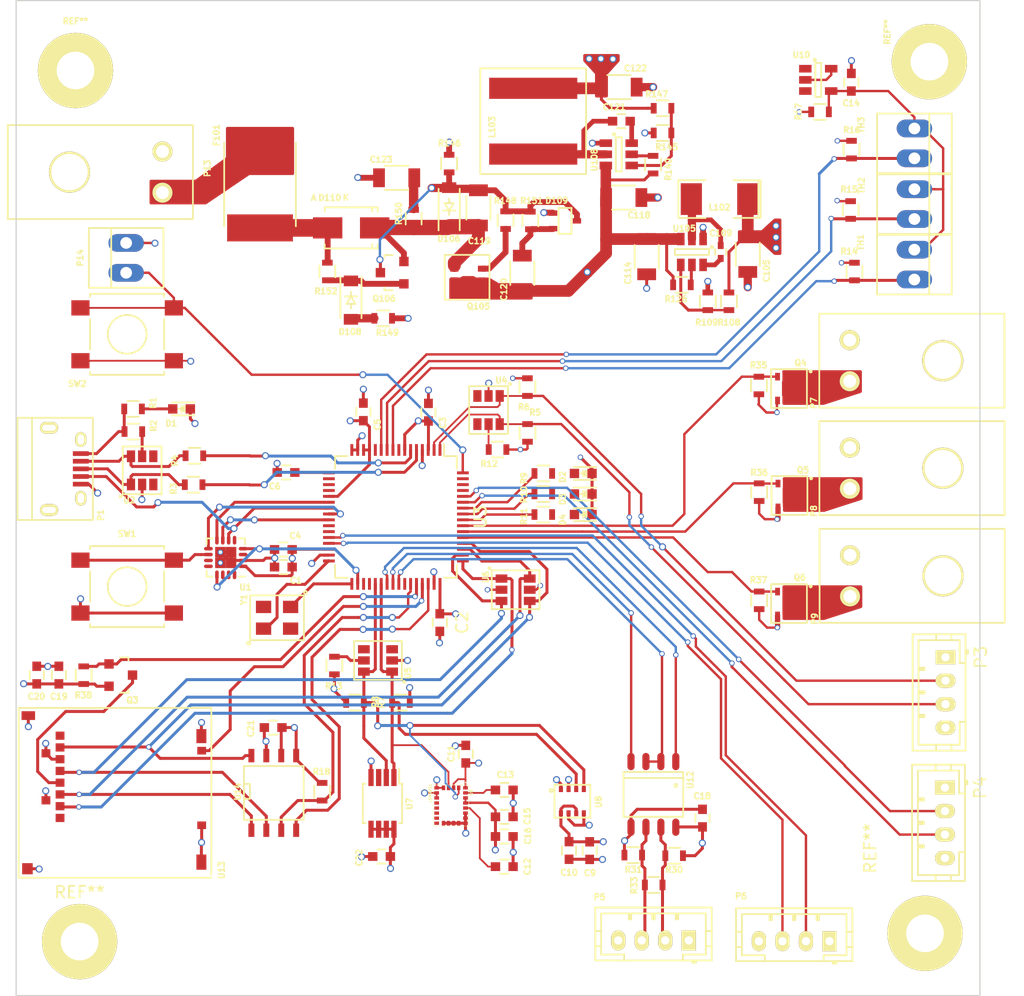
<source format=kicad_pcb>
(kicad_pcb (version 4) (host pcbnew 4.0.2-stable)
  (title_block (title "HAB Mainboard") (date 2016-08-01) (rev 2.0) (company SPEX))
  (layers (0 F.Cu signal) (1 In1.Cu power hide) (2 In2.Cu signal hide) (31 B.Cu power) (35 F.Paste user) (37 F.SilkS user) (39 F.Mask user) (44 Edge.Cuts user))
  (net 0 "")
  (net 1 +3V3)
  (net 2 GND)
  (net 3 "Net-(C6-Pad1)")
  (net 4 "Net-(C12-Pad1)")
  (net 5 "Net-(C13-Pad1)")
  (net 6 "/HAB Sensors/2.5VRefVoltage")
  (net 7 "Net-(C109-Pad1)")
  (net 8 "Net-(C109-Pad2)")
  (net 9 Vbus)
  (net 10 "Net-(C119-Pad1)")
  (net 11 "Net-(C119-Pad2)")
  (net 12 "Net-(C120-Pad2)")
  (net 13 "Net-(C121-Pad1)")
  (net 14 "Net-(C121-Pad2)")
  (net 15 +5V)
  (net 16 "Net-(C123-Pad1)")
  (net 17 "Net-(D1-Pad2)")
  (net 18 "Net-(D2-Pad2)")
  (net 19 "Net-(D3-Pad2)")
  (net 20 "Net-(D4-Pad2)")
  (net 21 "Net-(D108-Pad1)")
  (net 22 "Net-(D108-Pad2)")
  (net 23 VBatt)
  (net 24 "Net-(D110-Pad2)")
  (net 25 "Net-(P1-Pad1)")
  (net 26 "Net-(P1-Pad2)")
  (net 27 "Net-(P1-Pad3)")
  (net 28 /PTA6)
  (net 29 RESET_b)
  (net 30 /PTA7)
  (net 31 /PTB0)
  (net 32 I2C1_SDA)
  (net 33 I2C1_SCL)
  (net 34 UART2_TX)
  (net 35 UART2_RX)
  (net 36 /Data_Input_Output/RS485_B)
  (net 37 /Data_Input_Output/RS485_A)
  (net 38 /Data_Input_Output/3.3V_MOS_OUT)
  (net 39 /Data_Input_Output/5V_MOS_OUT)
  (net 40 /Data_Input_Output/Vbus_MOS_OUT)
  (net 41 SD_CTRL)
  (net 42 "Net-(Q3-Pad3)")
  (net 43 3.3V_MOS_CTRL)
  (net 44 5V_MOS_CTRL)
  (net 45 Vbus_MOS_CTRL)
  (net 46 "Net-(Q101-Pad3)")
  (net 47 "Net-(Q104-Pad3)")
  (net 48 "Net-(Q105-Pad3)")
  (net 49 "Net-(R2-Pad1)")
  (net 50 "Net-(R3-Pad1)")
  (net 51 "Net-(R4-Pad1)")
  (net 52 I2C0_SDA)
  (net 53 I2C0_SCL)
  (net 54 LED_Heartbeat)
  (net 55 LED_Status_1)
  (net 56 LED_Status_2)
  (net 57 "Net-(R12-Pad2)")
  (net 58 "Net-(R13-Pad2)")
  (net 59 Temp1)
  (net 60 Temp2)
  (net 61 Temp3)
  (net 62 Flash_Reset)
  (net 63 "Net-(R108-Pad2)")
  (net 64 "Net-(R145-Pad1)")
  (net 65 /PTB2)
  (net 66 /Toggle)
  (net 67 "Net-(U1-Pad11)")
  (net 68 "Net-(U1-Pad12)")
  (net 69 "Net-(U1-Pad14)")
  (net 70 /PTB1)
  (net 71 "Net-(U2-Pad4)")
  (net 72 "Net-(U2-Pad3)")
  (net 73 "Net-(U3-Pad8)")
  (net 74 "Net-(U3-Pad12)")
  (net 75 "Net-(U3-Pad18)")
  (net 76 "Net-(U3-Pad19)")
  (net 77 "Net-(U3-Pad20)")
  (net 78 "Net-(U3-Pad26)")
  (net 79 "Net-(U3-Pad27)")
  (net 80 "Net-(U3-Pad32)")
  (net 81 "Net-(U3-Pad33)")
  (net 82 Relay2_ctrl)
  (net 83 Relay1_ctrl)
  (net 84 UART0_RX)
  (net 85 UART0_TX)
  (net 86 RX/TX_CTRL)
  (net 87 "Net-(U3-Pad42)")
  (net 88 SD_Detect)
  (net 89 SPI0_CS1)
  (net 90 SPI0_CS0)
  (net 91 SPI0_SCK)
  (net 92 SPI0_MOSI)
  (net 93 SPI0_MISO)
  (net 94 "Net-(U3-Pad61)")
  (net 95 "Net-(U3-Pad62)")
  (net 96 "Net-(U3-Pad63)")
  (net 97 "Net-(U4-Pad4)")
  (net 98 "Net-(U4-Pad3)")
  (net 99 "Net-(U5-Pad4)")
  (net 100 "Net-(U5-Pad3)")
  (net 101 "/HAB Sensors/TempAlert")
  (net 102 "Net-(U9-Pad9)")
  (net 103 "Net-(U9-Pad10)")
  (net 104 "Net-(U9-Pad11)")
  (net 105 "Net-(U9-Pad12)")
  (net 106 "Net-(U9-Pad13)")
  (net 107 "Net-(U10-Pad1)")
  (net 108 "Net-(U10-Pad3)")
  (net 109 "Net-(U13-Pad8)")
  (net 110 "Net-(U13-Pad1)")
  (net 111 "Net-(U1-Pad3)")
  (net 112 "Net-(U1-Pad5)")
  (net 113 "Net-(U1-Pad15)")
  (net 114 "Net-(U1-Pad16)")
  (net 115 "Net-(U10-Pad2)")
  (net 116 I/O-1)
  (net 117 I/O-2)
  (net 118 "/Power Distribution/VBat")
  (module SPEX_Parts:SCH4B0419 (layer F.Cu) (at 113.0408 114.5715 270)
    (fp_text reference U13 (at 13.6019 -16.8664 270) (layer F.SilkS) (effects (font (size 0.508 0.508) (thickness 0.127))))
    (fp_text value SCHA4B0419)
    (pad 6 smd rect (at 0.4525 -0.425 270) (size 0.745 1.15) (layers F.Cu F.Paste F.Mask) (net 2 GND))
    (pad 6 smd rect (at 13.4875 -0.35 270) (size 0.95 0.9) (layers F.Cu F.Paste F.Mask) (net 2 GND))
    (pad 6 smd rect (at 7.6625 -1.925 270) (size 0.7 0.75) (layers F.Cu F.Paste F.Mask) (net 2 GND))
    (pad 6 smd rect (at 3.6625 -1.925 270) (size 0.7 0.75) (layers F.Cu F.Paste F.Mask) (net 2 GND))
    (pad 8 smd rect (at 2.1625 -3.125 270) (size 0.7 0.75) (layers F.Cu F.Paste F.Mask) (net 109 "Net-(U13-Pad8)"))
    (pad 7 smd rect (at 3.1625 -3.125 270) (size 0.7 0.75) (layers F.Cu F.Paste F.Mask) (net 93 SPI0_MISO))
    (pad 6 smd rect (at 4.1625 -3.125 270) (size 0.7 0.75) (layers F.Cu F.Paste F.Mask) (net 2 GND))
    (pad 5 smd rect (at 5.1625 -3.125 270) (size 0.7 0.75) (layers F.Cu F.Paste F.Mask) (net 91 SPI0_SCK))
    (pad 4 smd rect (at 6.1625 -3.125 270) (size 0.7 0.75) (layers F.Cu F.Paste F.Mask) (net 42 "Net-(Q3-Pad3)"))
    (pad 3 smd rect (at 7.1625 -3.125 270) (size 0.7 0.75) (layers F.Cu F.Paste F.Mask) (net 92 SPI0_MOSI))
    (pad 2 smd rect (at 8.1625 -3.125 270) (size 0.7 0.75) (layers F.Cu F.Paste F.Mask) (net 90 SPI0_CS0))
    (pad 1 smd rect (at 9.1625 -3.125 270) (size 0.7 0.75) (layers F.Cu F.Paste F.Mask) (net 110 "Net-(U13-Pad1)"))
    (pad 6 smd rect (at 2.2 -15.15 270) (size 1.2 0.85) (layers F.Cu F.Paste F.Mask) (net 2 GND))
    (pad 9 smd rect (at 3.4375 -15.175 270) (size 0.65 0.75) (layers F.Cu F.Paste F.Mask) (net 88 SD_Detect))
    (pad 10 smd rect (at 9.7875 -15.175 270) (size 0.65 0.75) (layers F.Cu F.Paste F.Mask) (net 2 GND))
    (pad 6 smd rect (at 12.925 -15.15 270) (size 1.3 0.85) (layers F.Cu F.Paste F.Mask) (net 2 GND))
  )
  (module SPEX_Parts:TSOP-6 (layer F.Cu) (at 154.9262 104.3096 270)
    (fp_text reference U6 (at -1.08712 2.54 270) (layer F.SilkS) (effects (font (size 0.5 0.5) (thickness 0.125))))
    (fp_text value MMQA6V2T1G)
    (pad 6 smd rect (at -0.95 -1.2 270) (size 0.7 1) (layers F.Cu F.Paste F.Mask) (net 92 SPI0_MOSI))
    (pad 1 smd rect (at -0.95 1.2 270) (size 0.7 1) (layers F.Cu F.Paste F.Mask) (net 90 SPI0_CS0))
    (pad 5 smd rect (at 0 -1.2 270) (size 0.7 1) (layers F.Cu F.Paste F.Mask) (net 2 GND))
    (pad 2 smd rect (at 0 1.2 270) (size 0.7 1) (layers F.Cu F.Paste F.Mask) (net 2 GND))
    (pad 4 smd rect (at 0.95 -1.2 270) (size 0.7 1) (layers F.Cu F.Paste F.Mask) (net 93 SPI0_MISO))
    (pad 3 smd rect (at 0.95 1.2 270) (size 0.7 1) (layers F.Cu F.Paste F.Mask) (net 91 SPI0_SCK))
  )
  (module Capacitors_SMD:C_0603 (layer F.Cu) (at 153.961 125.3154)
    (fp_text reference C16 (at 2.0066 -0.0508 90) (layer F.SilkS) (effects (font (size 0.5 0.5) (thickness 0.125))))
    (fp_text value 10uF)
    (pad 1 smd rect (at -0.75 0) (size 0.8 0.75) (layers F.Cu F.Paste F.Mask) (net 1 +3V3))
    (pad 2 smd rect (at 0.75 0) (size 0.8 0.75) (layers F.Cu F.Paste F.Mask) (net 2 GND))
  )
  (module Capacitors_SMD:C_0603 (layer F.Cu) (at 135.165 102.3792 180)
    (fp_text reference C1 (at -1.0668 -1.143 360) (layer F.SilkS) (effects (font (size 0.508 0.508) (thickness 0.127))))
    (fp_text value 1uF)
    (pad 1 smd rect (at -0.75 0 180) (size 0.8 0.75) (layers F.Cu F.Paste F.Mask) (net 1 +3V3))
    (pad 2 smd rect (at 0.75 0 180) (size 0.8 0.75) (layers F.Cu F.Paste F.Mask) (net 2 GND))
  )
  (module Capacitors_SMD:C_0603 (layer F.Cu) (at 148.4746 107.1036 270)
    (fp_text reference C2 (at 0 -1.9 270) (layer F.SilkS))
    (fp_text value 1uF)
    (pad 1 smd rect (at -0.75 0 270) (size 0.8 0.75) (layers F.Cu F.Paste F.Mask) (net 1 +3V3))
    (pad 2 smd rect (at 0.75 0 270) (size 0.8 0.75) (layers F.Cu F.Paste F.Mask) (net 2 GND))
  )
  (module Capacitors_SMD:C_0603 (layer F.Cu) (at 147.5094 89.1966 90)
    (fp_text reference C3 (at -0.9134 1.2206 90) (layer F.SilkS) (effects (font (size 0.5 0.5) (thickness 0.125))))
    (fp_text value 1uF)
    (pad 1 smd rect (at -0.75 0 90) (size 0.8 0.75) (layers F.Cu F.Paste F.Mask) (net 1 +3V3))
    (pad 2 smd rect (at 0.75 0 90) (size 0.8 0.75) (layers F.Cu F.Paste F.Mask) (net 2 GND))
  )
  (module Capacitors_SMD:C_0603 (layer F.Cu) (at 135.165 100.8806 180)
    (fp_text reference C4 (at -1.016 1.1684 180) (layer F.SilkS) (effects (font (size 0.508 0.508) (thickness 0.127))))
    (fp_text value 1uF)
    (pad 1 smd rect (at -0.75 0 180) (size 0.8 0.75) (layers F.Cu F.Paste F.Mask) (net 1 +3V3))
    (pad 2 smd rect (at 0.75 0 180) (size 0.8 0.75) (layers F.Cu F.Paste F.Mask) (net 2 GND))
  )
  (module Capacitors_SMD:C_0603 (layer F.Cu) (at 141.9722 89.1712 90)
    (fp_text reference C5 (at -1.0888 1.2078 90) (layer F.SilkS) (effects (font (size 0.5 0.5) (thickness 0.125))))
    (fp_text value 2.2uF)
    (pad 1 smd rect (at -0.75 0 90) (size 0.8 0.75) (layers F.Cu F.Paste F.Mask) (net 1 +3V3))
    (pad 2 smd rect (at 0.75 0 90) (size 0.8 0.75) (layers F.Cu F.Paste F.Mask) (net 2 GND))
  )
  (module Capacitors_SMD:C_0603 (layer F.Cu) (at 135.3936 94.3274 180)
    (fp_text reference C6 (at 0.9636 -1.1826 180) (layer F.SilkS) (effects (font (size 0.5 0.5) (thickness 0.125))))
    (fp_text value .1uF)
    (pad 1 smd rect (at -0.75 0 180) (size 0.8 0.75) (layers F.Cu F.Paste F.Mask) (net 3 "Net-(C6-Pad1)"))
    (pad 2 smd rect (at 0.75 0 180) (size 0.8 0.75) (layers F.Cu F.Paste F.Mask) (net 2 GND))
  )
  (module Capacitors_SMD:C_0603 (layer F.Cu) (at 161.22435 126.516008 270)
    (fp_text reference C9 (at 1.905 -0.0254 360) (layer F.SilkS) (effects (font (size 0.508 0.508) (thickness 0.127))))
    (fp_text value 100nF)
    (pad 1 smd rect (at -0.75 0 270) (size 0.8 0.75) (layers F.Cu F.Paste F.Mask) (net 1 +3V3))
    (pad 2 smd rect (at 0.75 0 270) (size 0.8 0.75) (layers F.Cu F.Paste F.Mask) (net 2 GND))
  )
  (module Capacitors_SMD:C_0603 (layer F.Cu) (at 159.47175 126.503308 270)
    (fp_text reference C10 (at 1.8796 0 360) (layer F.SilkS) (effects (font (size 0.508 0.508) (thickness 0.127))))
    (fp_text value 100nF)
    (pad 1 smd rect (at -0.75 0 270) (size 0.8 0.75) (layers F.Cu F.Paste F.Mask) (net 1 +3V3))
    (pad 2 smd rect (at 0.75 0 270) (size 0.8 0.75) (layers F.Cu F.Paste F.Mask) (net 2 GND))
  )
  (module Capacitors_SMD:C_0603 (layer F.Cu) (at 150.6844 118.305 90)
    (fp_text reference C11 (at 0.0508 -1.2446 90) (layer F.SilkS) (effects (font (size 0.5 0.5) (thickness 0.125))))
    (fp_text value 100nF)
    (pad 1 smd rect (at -0.75 0 90) (size 0.8 0.75) (layers F.Cu F.Paste F.Mask) (net 1 +3V3))
    (pad 2 smd rect (at 0.75 0 90) (size 0.8 0.75) (layers F.Cu F.Paste F.Mask) (net 2 GND))
  )
  (module Capacitors_SMD:C_0603 (layer F.Cu) (at 153.961 127.8808)
    (fp_text reference C12 (at 1.9678 0 90) (layer F.SilkS) (effects (font (size 0.5 0.5) (thickness 0.125))))
    (fp_text value 10nF)
    (pad 1 smd rect (at -0.75 0) (size 0.8 0.75) (layers F.Cu F.Paste F.Mask) (net 4 "Net-(C12-Pad1)"))
    (pad 2 smd rect (at 0.75 0) (size 0.8 0.75) (layers F.Cu F.Paste F.Mask) (net 2 GND))
  )
  (module Capacitors_SMD:C_0603 (layer F.Cu) (at 153.961 121.353)
    (fp_text reference C13 (at 0.1016 -1.2954) (layer F.SilkS) (effects (font (size 0.5 0.5) (thickness 0.125))))
    (fp_text value 100nF)
    (pad 1 smd rect (at -0.75 0) (size 0.8 0.75) (layers F.Cu F.Paste F.Mask) (net 5 "Net-(C13-Pad1)"))
    (pad 2 smd rect (at 0.75 0) (size 0.8 0.75) (layers F.Cu F.Paste F.Mask) (net 2 GND))
  )
  (module Capacitors_SMD:C_0603 (layer F.Cu) (at 183.49 61.11 90)
    (fp_text reference C14 (at -1.783 -0.018 180) (layer F.SilkS) (effects (font (size 0.5 0.5) (thickness 0.125))))
    (fp_text value 4.7uF)
    (pad 1 smd rect (at -0.75 0 90) (size 0.8 0.75) (layers F.Cu F.Paste F.Mask) (net 6 "/HAB Sensors/2.5VRefVoltage"))
    (pad 2 smd rect (at 0.75 0 90) (size 0.8 0.75) (layers F.Cu F.Paste F.Mask) (net 2 GND))
  )
  (module Capacitors_SMD:C_0603 (layer F.Cu) (at 153.961 123.639)
    (fp_text reference C15 (at 1.9558 -0.0508 90) (layer F.SilkS) (effects (font (size 0.5 0.5) (thickness 0.125))))
    (fp_text value 100nF)
    (pad 1 smd rect (at -0.75 0) (size 0.8 0.75) (layers F.Cu F.Paste F.Mask) (net 1 +3V3))
    (pad 2 smd rect (at 0.75 0) (size 0.8 0.75) (layers F.Cu F.Paste F.Mask) (net 2 GND))
  )
  (module Capacitors_SMD:C_0603 (layer F.Cu) (at 170.8266 123.7499 90)
    (fp_text reference C18 (at 1.8796 -0.0254 180) (layer F.SilkS) (effects (font (size 0.508 0.508) (thickness 0.127))))
    (fp_text value 1uF)
    (pad 1 smd rect (at -0.75 0 90) (size 0.8 0.75) (layers F.Cu F.Paste F.Mask) (net 1 +3V3))
    (pad 2 smd rect (at 0.75 0 90) (size 0.8 0.75) (layers F.Cu F.Paste F.Mask) (net 2 GND))
  )
  (module Capacitors_SMD:C_0603 (layer F.Cu) (at 116.0642 111.574 90)
    (fp_text reference C19 (at -1.8288 0 180) (layer F.SilkS) (effects (font (size 0.508 0.508) (thickness 0.127))))
    (fp_text value .1uF)
    (pad 1 smd rect (at -0.75 0 90) (size 0.8 0.75) (layers F.Cu F.Paste F.Mask) (net 1 +3V3))
    (pad 2 smd rect (at 0.75 0 90) (size 0.8 0.75) (layers F.Cu F.Paste F.Mask) (net 2 GND))
  )
  (module Capacitors_SMD:C_0603 (layer F.Cu) (at 114.1846 111.574 90)
    (fp_text reference C20 (at -1.8288 -0.0254 180) (layer F.SilkS) (effects (font (size 0.508 0.508) (thickness 0.127))))
    (fp_text value 10uF)
    (pad 1 smd rect (at -0.75 0 90) (size 0.8 0.75) (layers F.Cu F.Paste F.Mask) (net 1 +3V3))
    (pad 2 smd rect (at 0.75 0 90) (size 0.8 0.75) (layers F.Cu F.Paste F.Mask) (net 2 GND))
  )
  (module Capacitors_SMD:C_0603 (layer F.Cu) (at 134.298579 116.041607 180)
    (fp_text reference C21 (at 1.905 -0.0762 270) (layer F.SilkS) (effects (font (size 0.508 0.508) (thickness 0.127))))
    (fp_text value 1uF)
    (pad 1 smd rect (at -0.75 0 180) (size 0.8 0.75) (layers F.Cu F.Paste F.Mask) (net 1 +3V3))
    (pad 2 smd rect (at 0.75 0 180) (size 0.8 0.75) (layers F.Cu F.Paste F.Mask) (net 2 GND))
  )
  (module Capacitors_SMD:C_0603 (layer F.Cu) (at 143.5216 127.0172 180)
    (fp_text reference C22 (at 1.905 -0.1016 270) (layer F.SilkS) (effects (font (size 0.5 0.5) (thickness 0.125))))
    (fp_text value 1uF)
    (pad 1 smd rect (at -0.75 0 180) (size 0.8 0.75) (layers F.Cu F.Paste F.Mask) (net 1 +3V3))
    (pad 2 smd rect (at 0.75 0 180) (size 0.8 0.75) (layers F.Cu F.Paste F.Mask) (net 2 GND))
  )
  (module Capacitors_SMD:C_1206 (layer F.Cu) (at 174.676354 75.75825 270)
    (fp_text reference C105 (at 1.4 -1.6 270) (layer F.SilkS) (effects (font (size 0.5 0.5) (thickness 0.125))))
    (fp_text value 47uf)
    (pad 1 smd rect (at -1.5 0 270) (size 1 1.6) (layers F.Cu F.Paste F.Mask) (net 1 +3V3))
    (pad 2 smd rect (at 1.5 0 270) (size 1 1.6) (layers F.Cu F.Paste F.Mask) (net 2 GND))
  )
  (module Capacitors_SMD:C_0402 (layer F.Cu) (at 172.376354 75.55825 270)
    (fp_text reference C109 (at -1.6 0 360) (layer F.SilkS) (effects (font (size 0.5 0.5) (thickness 0.125))))
    (fp_text value 100nf)
    (pad 1 smd rect (at -0.55 0 270) (size 0.6 0.5) (layers F.Cu F.Paste F.Mask) (net 7 "Net-(C109-Pad1)"))
    (pad 2 smd rect (at 0.55 0 270) (size 0.6 0.5) (layers F.Cu F.Paste F.Mask) (net 8 "Net-(C109-Pad2)"))
  )
  (module Capacitors_SMD:C_1206 (layer F.Cu) (at 166.076354 75.95825 90)
    (fp_text reference C114 (at -1.4 -1.6 90) (layer F.SilkS) (effects (font (size 0.5 0.5) (thickness 0.125))))
    (fp_text value 22uf)
    (pad 1 smd rect (at -1.5 0 90) (size 1 1.6) (layers F.Cu F.Paste F.Mask) (net 2 GND))
    (pad 2 smd rect (at 1.5 0 90) (size 1 1.6) (layers F.Cu F.Paste F.Mask) (net 9 Vbus))
  )
  (module Capacitors_SMD:C_1206 (layer F.Cu) (at 164.123706 70.926166 180)
    (fp_text reference C118 (at -1.3 -1.5 180) (layer F.SilkS) (effects (font (size 0.5 0.5) (thickness 0.125))))
    (fp_text value 22uf)
    (pad 1 smd rect (at -1.5 0 180) (size 1 1.6) (layers F.Cu F.Paste F.Mask) (net 2 GND))
    (pad 2 smd rect (at 1.5 0 180) (size 1 1.6) (layers F.Cu F.Paste F.Mask) (net 9 Vbus))
  )
  (module Capacitors_SMD:C_1206 (layer F.Cu) (at 151.762 71.807 90)
    (fp_text reference C119 (at -2.8194 0.0762 180) (layer F.SilkS) (effects (font (size 0.5 0.5) (thickness 0.125))))
    (fp_text value "1uf 100v")
    (pad 1 smd rect (at -1.5 0 90) (size 1 1.6) (layers F.Cu F.Paste F.Mask) (net 10 "Net-(C119-Pad1)"))
    (pad 2 smd rect (at 1.5 0 90) (size 1 1.6) (layers F.Cu F.Paste F.Mask) (net 11 "Net-(C119-Pad2)"))
  )
  (module Capacitors_SMD:C_1206 (layer F.Cu) (at 155.4958 77.371 90)
    (fp_text reference C120 (at -1.3716 -1.5621 90) (layer F.SilkS) (effects (font (size 0.5 0.5) (thickness 0.125))))
    (fp_text value ".1uf 100v")
    (pad 1 smd rect (at -1.5 0 90) (size 1 1.6) (layers F.Cu F.Paste F.Mask) (net 9 Vbus))
    (pad 2 smd rect (at 1.5 0 90) (size 1 1.6) (layers F.Cu F.Paste F.Mask) (net 12 "Net-(C120-Pad2)"))
  )
  (module Capacitors_SMD:C_0603 (layer F.Cu) (at 163.923706 64.426166)
    (fp_text reference C121 (at -0.6 -1.2) (layer F.SilkS) (effects (font (size 0.5 0.5) (thickness 0.125))))
    (fp_text value 100nf)
    (pad 1 smd rect (at -0.75 0) (size 0.8 0.75) (layers F.Cu F.Paste F.Mask) (net 13 "Net-(C121-Pad1)"))
    (pad 2 smd rect (at 0.75 0) (size 0.8 0.75) (layers F.Cu F.Paste F.Mask) (net 14 "Net-(C121-Pad2)"))
  )
  (module Capacitors_SMD:C_1206 (layer F.Cu) (at 163.723706 61.526166)
    (fp_text reference C122 (at 1.4 -1.6) (layer F.SilkS) (effects (font (size 0.5 0.5) (thickness 0.125))))
    (fp_text value 47uf)
    (pad 1 smd rect (at -1.5 0) (size 1 1.6) (layers F.Cu F.Paste F.Mask) (net 15 +5V))
    (pad 2 smd rect (at 1.5 0) (size 1 1.6) (layers F.Cu F.Paste F.Mask) (net 2 GND))
  )
  (module Capacitors_SMD:C_1206 (layer F.Cu) (at 144.8024 69.243 180)
    (fp_text reference C123 (at 1.3208 1.5494 180) (layer F.SilkS) (effects (font (size 0.5 0.5) (thickness 0.125))))
    (fp_text value "1uf 100v")
    (pad 1 smd rect (at -1.5 0 180) (size 1 1.6) (layers F.Cu F.Paste F.Mask) (net 16 "Net-(C123-Pad1)"))
    (pad 2 smd rect (at 1.5 0 180) (size 1 1.6) (layers F.Cu F.Paste F.Mask) (net 2 GND))
  )
  (module LEDs:LED_0603 (layer F.Cu) (at 126.5036 88.9172 180)
    (fp_text reference D1 (at 0.8736 -1.2428 180) (layer F.SilkS) (effects (font (size 0.5 0.5) (thickness 0.125))))
    (fp_text value LED)
    (pad 2 smd rect (at 0.7493 0) (size 0.79756 0.79756) (layers F.Cu F.Paste F.Mask) (net 17 "Net-(D1-Pad2)"))
    (pad 1 smd rect (at -0.7493 0) (size 0.79756 0.79756) (layers F.Cu F.Paste F.Mask) (net 2 GND))
  )
  (module LEDs:LED_0603 (layer F.Cu) (at 160.68 94.41 180)
    (fp_text reference D2 (at 1.75 -0.3 270) (layer F.SilkS) (effects (font (size 0.5 0.5) (thickness 0.125))))
    (fp_text value LED)
    (pad 2 smd rect (at 0.7493 0) (size 0.79756 0.79756) (layers F.Cu F.Paste F.Mask) (net 18 "Net-(D2-Pad2)"))
    (pad 1 smd rect (at -0.7493 0) (size 0.79756 0.79756) (layers F.Cu F.Paste F.Mask) (net 2 GND))
  )
  (module LEDs:LED_0603 (layer F.Cu) (at 160.68 96.16 180)
    (fp_text reference D3 (at 1.75 -0.45 270) (layer F.SilkS) (effects (font (size 0.5 0.5) (thickness 0.125))))
    (fp_text value LED)
    (pad 2 smd rect (at 0.7493 0) (size 0.79756 0.79756) (layers F.Cu F.Paste F.Mask) (net 19 "Net-(D3-Pad2)"))
    (pad 1 smd rect (at -0.7493 0) (size 0.79756 0.79756) (layers F.Cu F.Paste F.Mask) (net 2 GND))
  )
  (module LEDs:LED_0603 (layer F.Cu) (at 160.68 97.91 180)
    (fp_text reference D4 (at 1.75 -0.45 270) (layer F.SilkS) (effects (font (size 0.5 0.5) (thickness 0.125))))
    (fp_text value LED)
    (pad 2 smd rect (at 0.7493 0) (size 0.79756 0.79756) (layers F.Cu F.Paste F.Mask) (net 20 "Net-(D4-Pad2)"))
    (pad 1 smd rect (at -0.7493 0) (size 0.79756 0.79756) (layers F.Cu F.Paste F.Mask) (net 2 GND))
  )
  (module Diodes_SMD:SOD-123 (layer F.Cu) (at 149.269845 71.717439 90)
    (fp_text reference D106 (at -2.7178 -0.0254 180) (layer F.SilkS) (effects (font (size 0.5 0.5) (thickness 0.125))))
    (fp_text value ZENER)
    (pad 1 smd rect (at -1.635 0 90) (size 0.91 1.22) (layers F.Cu F.Paste F.Mask) (net 10 "Net-(C119-Pad1)"))
    (pad 2 smd rect (at 1.635 0 90) (size 0.91 1.22) (layers F.Cu F.Paste F.Mask) (net 11 "Net-(C119-Pad2)"))
  )
  (module Diodes_SMD:SOD-123 (layer F.Cu) (at 140.9162 79.657 270)
    (fp_text reference D108 (at 2.6924 0.0762 360) (layer F.SilkS) (effects (font (size 0.5 0.5) (thickness 0.125))))
    (fp_text value ZENER)
    (pad 1 smd rect (at -1.635 0 270) (size 0.91 1.22) (layers F.Cu F.Paste F.Mask) (net 21 "Net-(D108-Pad1)"))
    (pad 2 smd rect (at 1.635 0 270) (size 0.91 1.22) (layers F.Cu F.Paste F.Mask) (net 22 "Net-(D108-Pad2)"))
  )
  (module TO_SOT_Packages_SMD:SC-70 (layer F.Cu) (at 159.128 72.91 270)
    (fp_text reference D109 (at -1.7272 0.7112 540) (layer F.SilkS) (effects (font (size 0.5 0.5) (thickness 0.125))))
    (fp_text value D_Schottky_x2_Serial_AKC)
    (pad 1 smd rect (at -0.6604 1.016 270) (size 0.4572 0.7112) (layers F.Cu F.Paste F.Mask) (net 2 GND))
    (pad 2 smd rect (at 0.6604 1.016 270) (size 0.4572 0.7112) (layers F.Cu F.Paste F.Mask) (net 12 "Net-(C120-Pad2)"))
    (pad 3 smd rect (at 0 -1.016 270) (size 0.4572 0.7112) (layers F.Cu F.Paste F.Mask) (net 11 "Net-(C119-Pad2)"))
  )
  (module Fuse_Holders_and_Fuses:Fuse_SMD2920 (layer F.Cu) (at 133.18 69.81 270)
    (fp_text reference F101 (at -4.2 3.7 270) (layer F.SilkS) (effects (font (size 0.5 0.5) (thickness 0.125))))
    (fp_text value FUSE)
    (pad 1 smd rect (at -3.7 0) (size 5.6 2.3) (layers F.Cu F.Paste F.Mask) (net 118 "/Power Distribution/VBat"))
    (pad 2 smd rect (at 3.7 0) (size 5.6 2.3) (layers F.Cu F.Paste F.Mask) (net 24 "Net-(D110-Pad2)"))
  )
  (module SMD_Packages:SMD-2010_Pol (layer F.Cu) (at 172.276354 71.05825 180)
    (fp_text reference L102 (at 0 -0.7 180) (layer F.SilkS) (effects (font (size 0.5 0.5) (thickness 0.125))))
    (fp_text value 2.2uh)
    (pad 1 smd rect (at -2.4003 0 180) (size 1.80086 2.70002) (layers F.Cu F.Paste F.Mask) (net 1 +3V3))
    (pad 2 smd rect (at 2.4003 0 180) (size 1.80086 2.70002) (layers F.Cu F.Paste F.Mask) (net 7 "Net-(C109-Pad1)"))
  )
  (module NRS8030:NRS8030T3R3MJGJ (layer F.Cu) (at 156.423706 64.426166 270)
    (fp_text reference L103 (at 0.5 3.5 270) (layer F.SilkS) (effects (font (size 0.5 0.5) (thickness 0.125))))
    (fp_text value 3.3uh)
    (pad 2 smd rect (at 2.8 0 270) (size 1.8 7.5) (layers F.Cu F.Paste F.Mask) (net 13 "Net-(C121-Pad1)"))
    (pad 1 smd rect (at -2.8 0 270) (size 1.8 7.5) (layers F.Cu F.Paste F.Mask) (net 15 +5V))
  )
  (module Connect:USB_Micro-B (layer F.Cu) (at 116.369 94.0226 270)
    (fp_text reference P1 (at 3.9374 -3.261 270) (layer F.SilkS) (effects (font (size 0.5 0.5) (thickness 0.125))))
    (fp_text value USB_OTG)
    (pad 1 smd rect (at -1.3009 -1.56254) (size 1.35 0.4) (layers F.Cu F.Paste F.Mask) (net 25 "Net-(P1-Pad1)"))
    (pad 2 smd rect (at -0.6509 -1.56254) (size 1.35 0.4) (layers F.Cu F.Paste F.Mask) (net 26 "Net-(P1-Pad2)"))
    (pad 3 smd rect (at -0.0009 -1.56254) (size 1.35 0.4) (layers F.Cu F.Paste F.Mask) (net 27 "Net-(P1-Pad3)"))
    (pad 4 smd rect (at 0.6491 -1.56254) (size 1.35 0.4) (layers F.Cu F.Paste F.Mask) (net 28 /PTA6))
    (pad 5 smd rect (at 1.2991 -1.56254) (size 1.35 0.4) (layers F.Cu F.Paste F.Mask) (net 2 GND))
    (pad 6 thru_hole oval (at -2.5009 -1.56254) (size 0.95 1.25) (drill oval 0.55 0.85) (layers *.Cu *.Mask F.SilkS) (net 2 GND))
    (pad 6 thru_hole oval (at 2.4991 -1.56254) (size 0.95 1.25) (drill oval 0.55 0.85) (layers *.Cu *.Mask F.SilkS) (net 2 GND))
    (pad 6 thru_hole oval (at -3.5009 1.13746) (size 1.55 1) (drill oval 1.15 0.5) (layers *.Cu *.Mask F.SilkS) (net 2 GND))
    (pad 6 thru_hole oval (at 3.4991 1.13746) (size 1.55 1) (drill oval 1.15 0.5) (layers *.Cu *.Mask F.SilkS) (net 2 GND))
  )
  (module Connectors_JST:JST_PH_B4B-PH-K_04x2.00mm_Straight (layer F.Cu) (at 191.5048 110.0522 270)
    (fp_text reference P3 (at 0 -3 270) (layer F.SilkS))
    (fp_text value CONN_01X04)
    (pad 1 thru_hole rect (at 0 0 270) (size 1.2 1.7) (drill 0.7) (layers *.Cu *.Mask F.SilkS) (net 1 +3V3))
    (pad 2 thru_hole oval (at 2 0 270) (size 1.2 1.7) (drill 0.7) (layers *.Cu *.Mask F.SilkS) (net 33 I2C1_SCL))
    (pad 3 thru_hole oval (at 4 0 270) (size 1.2 1.7) (drill 0.7) (layers *.Cu *.Mask F.SilkS) (net 32 I2C1_SDA))
    (pad 4 thru_hole oval (at 6 0 270) (size 1.2 1.7) (drill 0.7) (layers *.Cu *.Mask F.SilkS) (net 2 GND))
  )
  (module Connectors_JST:JST_PH_B4B-PH-K_04x2.00mm_Straight (layer F.Cu) (at 191.4548 121.1522 270)
    (fp_text reference P4 (at 0 -3 270) (layer F.SilkS))
    (fp_text value CONN_01X04)
    (pad 1 thru_hole rect (at 0 0 270) (size 1.2 1.7) (drill 0.7) (layers *.Cu *.Mask F.SilkS) (net 1 +3V3))
    (pad 2 thru_hole oval (at 2 0 270) (size 1.2 1.7) (drill 0.7) (layers *.Cu *.Mask F.SilkS) (net 34 UART2_TX))
    (pad 3 thru_hole oval (at 4 0 270) (size 1.2 1.7) (drill 0.7) (layers *.Cu *.Mask F.SilkS) (net 35 UART2_RX))
    (pad 4 thru_hole oval (at 6 0 270) (size 1.2 1.7) (drill 0.7) (layers *.Cu *.Mask F.SilkS) (net 2 GND))
  )
  (module Connectors_JST:JST_PH_B4B-PH-K_04x2.00mm_Straight (layer F.Cu) (at 169.6577 134.1639 180)
    (fp_text reference P5 (at 7.5814 3.6957 180) (layer F.SilkS) (effects (font (size 0.508 0.508) (thickness 0.127))))
    (fp_text value CONN_01X04)
    (pad 1 thru_hole rect (at 0 0 180) (size 1.2 1.7) (drill 0.7) (layers *.Cu *.Mask F.SilkS) (net 1 +3V3))
    (pad 2 thru_hole oval (at 2 0 180) (size 1.2 1.7) (drill 0.7) (layers *.Cu *.Mask F.SilkS) (net 36 /Data_Input_Output/RS485_B))
    (pad 3 thru_hole oval (at 4 0 180) (size 1.2 1.7) (drill 0.7) (layers *.Cu *.Mask F.SilkS) (net 37 /Data_Input_Output/RS485_A))
    (pad 4 thru_hole oval (at 6 0 180) (size 1.2 1.7) (drill 0.7) (layers *.Cu *.Mask F.SilkS) (net 2 GND))
  )
  (module Connectors_JST:JST_PH_B4B-PH-K_04x2.00mm_Straight (layer F.Cu) (at 181.6287 134.2262 180)
    (fp_text reference P6 (at 7.5245 3.8354 180) (layer F.SilkS) (effects (font (size 0.508 0.508) (thickness 0.127))))
    (fp_text value CONN_01X04)
    (pad 1 thru_hole rect (at 0 0 180) (size 1.2 1.7) (drill 0.7) (layers *.Cu *.Mask F.SilkS) (net 1 +3V3))
    (pad 2 thru_hole oval (at 2 0 180) (size 1.2 1.7) (drill 0.7) (layers *.Cu *.Mask F.SilkS) (net 116 I/O-1))
    (pad 3 thru_hole oval (at 4 0 180) (size 1.2 1.7) (drill 0.7) (layers *.Cu *.Mask F.SilkS) (net 117 I/O-2))
    (pad 4 thru_hole oval (at 6 0 180) (size 1.2 1.7) (drill 0.7) (layers *.Cu *.Mask F.SilkS) (net 2 GND))
  )
  (module SPEX_Parts:ultraFitCONN_2 (layer F.Cu) (at 191.2626 84.8114 270)
    (fp_text reference P7 (at 3.6138 10.9654 270) (layer F.SilkS) (effects (font (size 0.5 0.5) (thickness 0.125))))
    (fp_text value CONN_01X02)
    (pad 1 thru_hole circle (at 1.75 7.91 270) (size 1.7 1.7) (drill 1.1) (layers *.Cu *.Mask F.SilkS) (net 38 /Data_Input_Output/3.3V_MOS_OUT))
    (pad 2 thru_hole circle (at -1.75 7.91 270) (size 1.7 1.7) (drill 1.1) (layers *.Cu *.Mask F.SilkS) (net 1 +3V3))
    (pad "" np_thru_hole circle (at 0 0 270) (size 3.5 3.5) (drill 3.1) (layers *.Cu *.Mask F.SilkS))
  )
  (module SPEX_Parts:ultraFitCONN_2 (layer F.Cu) (at 191.2732 93.9612 270)
    (fp_text reference P8 (at 3.645 10.976 270) (layer F.SilkS) (effects (font (size 0.5 0.5) (thickness 0.125))))
    (fp_text value CONN_01X02)
    (pad 1 thru_hole circle (at 1.75 7.91 270) (size 1.7 1.7) (drill 1.1) (layers *.Cu *.Mask F.SilkS) (net 39 /Data_Input_Output/5V_MOS_OUT))
    (pad 2 thru_hole circle (at -1.75 7.91 270) (size 1.7 1.7) (drill 1.1) (layers *.Cu *.Mask F.SilkS) (net 15 +5V))
    (pad "" np_thru_hole circle (at 0 0 270) (size 3.5 3.5) (drill 3.1) (layers *.Cu *.Mask F.SilkS))
  )
  (module SPEX_Parts:ultraFitCONN_2 (layer F.Cu) (at 191.288 103.1272 270)
    (fp_text reference P9 (at 3.6588 10.9154 270) (layer F.SilkS) (effects (font (size 0.5 0.5) (thickness 0.125))))
    (fp_text value CONN_01X02)
    (pad 1 thru_hole circle (at 1.75 7.91 270) (size 1.7 1.7) (drill 1.1) (layers *.Cu *.Mask F.SilkS) (net 40 /Data_Input_Output/Vbus_MOS_OUT))
    (pad 2 thru_hole circle (at -1.75 7.91 270) (size 1.7 1.7) (drill 1.1) (layers *.Cu *.Mask F.SilkS) (net 9 Vbus))
    (pad "" np_thru_hole circle (at 0 0 270) (size 3.5 3.5) (drill 3.1) (layers *.Cu *.Mask F.SilkS))
  )
  (module SPEX_Parts:ultraFitCONN_2 (layer F.Cu) (at 116.97 68.76 90)
    (fp_text reference P13 (at 0.32 11.73 90) (layer F.SilkS) (effects (font (size 0.5 0.5) (thickness 0.125))))
    (fp_text value CONN_01X02)
    (pad 1 thru_hole circle (at 1.75 7.91 90) (size 1.7 1.7) (drill 1.1) (layers *.Cu *.Mask F.SilkS) (net 2 GND))
    (pad 2 thru_hole circle (at -1.75 7.91 90) (size 1.7 1.7) (drill 1.1) (layers *.Cu *.Mask F.SilkS) (net 118 "/Power Distribution/VBat"))
    (pad "" np_thru_hole circle (at 0 0 90) (size 3.5 3.5) (drill 3.1) (layers *.Cu *.Mask F.SilkS))
  )
  (module TO_SOT_Packages_SMD:SOT-23 (layer F.Cu) (at 121.334837 111.575367 270)
    (fp_text reference Q3 (at 2.1336 -0.9906 360) (layer F.SilkS) (effects (font (size 0.508 0.508) (thickness 0.127))))
    (fp_text value BSS215PH6327)
    (pad 1 smd rect (at -0.95 1.00076 270) (size 0.8001 0.8001) (layers F.Cu F.Paste F.Mask) (net 41 SD_CTRL))
    (pad 2 smd rect (at 0.95 1.00076 270) (size 0.8001 0.8001) (layers F.Cu F.Paste F.Mask) (net 1 +3V3))
    (pad 3 smd rect (at 0 -0.99822 270) (size 0.8001 0.8001) (layers F.Cu F.Paste F.Mask) (net 42 "Net-(Q3-Pad3)"))
  )
  (module SPEX_Parts:ChipFet-8 (layer F.Cu) (at 179.2016 86.1702 180)
    (fp_text reference Q4 (at 0.0306 1.1684 180) (layer F.SilkS) (effects (font (size 0.508 0.508) (thickness 0.127))))
    (fp_text value Si5468DC)
    (pad 8 smd rect (at 0.041 -2.032 180) (size 0.41 0.65) (layers F.Cu F.Paste F.Mask) (net 38 /Data_Input_Output/3.3V_MOS_OUT))
    (pad 1 smd rect (at 0.041 0 180) (size 0.41 0.65) (layers F.Cu F.Paste F.Mask) (net 38 /Data_Input_Output/3.3V_MOS_OUT))
    (pad 7 smd rect (at 0.691 -2.032 180) (size 0.41 0.65) (layers F.Cu F.Paste F.Mask) (net 38 /Data_Input_Output/3.3V_MOS_OUT))
    (pad 2 smd rect (at 0.691 0 180) (size 0.41 0.65) (layers F.Cu F.Paste F.Mask) (net 38 /Data_Input_Output/3.3V_MOS_OUT))
    (pad 6 smd rect (at 1.341 -2.032 180) (size 0.41 0.65) (layers F.Cu F.Paste F.Mask) (net 38 /Data_Input_Output/3.3V_MOS_OUT))
    (pad 3 smd rect (at 1.341 0 180) (size 0.41 0.65) (layers F.Cu F.Paste F.Mask) (net 38 /Data_Input_Output/3.3V_MOS_OUT))
    (pad 5 smd rect (at 1.991 -2.032 180) (size 0.41 0.65) (layers F.Cu F.Paste F.Mask) (net 2 GND))
    (pad 4 smd rect (at 1.991 0 180) (size 0.41 0.65) (layers F.Cu F.Paste F.Mask) (net 43 3.3V_MOS_CTRL))
  )
  (module SPEX_Parts:ChipFet-8 (layer F.Cu) (at 179.2412 95.27 180)
    (fp_text reference Q5 (at -0.1322 1.143 180) (layer F.SilkS) (effects (font (size 0.508 0.508) (thickness 0.127))))
    (fp_text value Si5468DC)
    (pad 8 smd rect (at 0.041 -2.032 180) (size 0.41 0.65) (layers F.Cu F.Paste F.Mask) (net 39 /Data_Input_Output/5V_MOS_OUT))
    (pad 1 smd rect (at 0.041 0 180) (size 0.41 0.65) (layers F.Cu F.Paste F.Mask) (net 39 /Data_Input_Output/5V_MOS_OUT))
    (pad 7 smd rect (at 0.691 -2.032 180) (size 0.41 0.65) (layers F.Cu F.Paste F.Mask) (net 39 /Data_Input_Output/5V_MOS_OUT))
    (pad 2 smd rect (at 0.691 0 180) (size 0.41 0.65) (layers F.Cu F.Paste F.Mask) (net 39 /Data_Input_Output/5V_MOS_OUT))
    (pad 6 smd rect (at 1.341 -2.032 180) (size 0.41 0.65) (layers F.Cu F.Paste F.Mask) (net 39 /Data_Input_Output/5V_MOS_OUT))
    (pad 3 smd rect (at 1.341 0 180) (size 0.41 0.65) (layers F.Cu F.Paste F.Mask) (net 39 /Data_Input_Output/5V_MOS_OUT))
    (pad 5 smd rect (at 1.991 -2.032 180) (size 0.41 0.65) (layers F.Cu F.Paste F.Mask) (net 2 GND))
    (pad 4 smd rect (at 1.991 0 180) (size 0.41 0.65) (layers F.Cu F.Paste F.Mask) (net 44 5V_MOS_CTRL))
  )
  (module SPEX_Parts:ChipFet-8 (layer F.Cu) (at 179.2024 104.4654 180)
    (fp_text reference Q6 (at 0.1068 1.1938 180) (layer F.SilkS) (effects (font (size 0.508 0.508) (thickness 0.127))))
    (fp_text value Si5468DC)
    (pad 8 smd rect (at 0.041 -2.032 180) (size 0.41 0.65) (layers F.Cu F.Paste F.Mask) (net 40 /Data_Input_Output/Vbus_MOS_OUT))
    (pad 1 smd rect (at 0.041 0 180) (size 0.41 0.65) (layers F.Cu F.Paste F.Mask) (net 40 /Data_Input_Output/Vbus_MOS_OUT))
    (pad 7 smd rect (at 0.691 -2.032 180) (size 0.41 0.65) (layers F.Cu F.Paste F.Mask) (net 40 /Data_Input_Output/Vbus_MOS_OUT))
    (pad 2 smd rect (at 0.691 0 180) (size 0.41 0.65) (layers F.Cu F.Paste F.Mask) (net 40 /Data_Input_Output/Vbus_MOS_OUT))
    (pad 6 smd rect (at 1.341 -2.032 180) (size 0.41 0.65) (layers F.Cu F.Paste F.Mask) (net 40 /Data_Input_Output/Vbus_MOS_OUT))
    (pad 3 smd rect (at 1.341 0 180) (size 0.41 0.65) (layers F.Cu F.Paste F.Mask) (net 40 /Data_Input_Output/Vbus_MOS_OUT))
    (pad 5 smd rect (at 1.991 -2.032 180) (size 0.41 0.65) (layers F.Cu F.Paste F.Mask) (net 2 GND))
    (pad 4 smd rect (at 1.991 0 180) (size 0.41 0.65) (layers F.Cu F.Paste F.Mask) (net 45 Vbus_MOS_CTRL))
  )
  (module Power:Si3407DV (layer F.Cu) (at 152.0668 78.9816 90)
    (fp_text reference Q105 (at -1.2088 -0.3048 180) (layer F.SilkS) (effects (font (size 0.5 0.5) (thickness 0.125))))
    (fp_text value Si3407DV)
    (pad 1 smd rect (at 0 0 90) (size 0.508 0.699) (layers F.Cu F.Paste F.Mask) (net 9 Vbus))
    (pad 2 smd rect (at 1.001 0 90) (size 0.508 0.699) (layers F.Cu F.Paste F.Mask) (net 9 Vbus))
    (pad 3 smd rect (at 2.002 0 90) (size 0.508 0.699) (layers F.Cu F.Paste F.Mask) (net 48 "Net-(Q105-Pad3)"))
    (pad 6 smd rect (at 0 -2.354 90) (size 0.508 0.699) (layers F.Cu F.Paste F.Mask) (net 9 Vbus))
    (pad 5 smd rect (at 1.01 -2.354 90) (size 0.508 0.699) (layers F.Cu F.Paste F.Mask) (net 9 Vbus))
    (pad 4 smd rect (at 2.002 -2.354 90) (size 0.508 0.699) (layers F.Cu F.Paste F.Mask) (net 10 "Net-(C119-Pad1)"))
  )
  (module TO_SOT_Packages_SMD:SOT-23 (layer F.Cu) (at 144.4214 77.3202 90)
    (fp_text reference Q106 (at -2.2098 -0.6858 180) (layer F.SilkS) (effects (font (size 0.5 0.5) (thickness 0.125))))
    (fp_text value Q_PNP_BEC)
    (pad 1 smd rect (at -0.95 1.00076 90) (size 0.8001 0.8001) (layers F.Cu F.Paste F.Mask) (net 21 "Net-(D108-Pad1)"))
    (pad 2 smd rect (at 0.95 1.00076 90) (size 0.8001 0.8001) (layers F.Cu F.Paste F.Mask) (net 10 "Net-(C119-Pad1)"))
    (pad 3 smd rect (at 0 -0.99822 90) (size 0.8001 0.8001) (layers F.Cu F.Paste F.Mask) (net 11 "Net-(C119-Pad2)"))
  )
  (module Resistors_SMD:R_0603 (layer F.Cu) (at 122.3768 88.9172)
    (fp_text reference R1 (at 1.7032 -0.5072 90) (layer F.SilkS) (effects (font (size 0.5 0.5) (thickness 0.125))))
    (fp_text value 1K)
    (pad 1 smd rect (at -0.75 0) (size 0.5 0.9) (layers F.Cu F.Paste F.Mask) (net 25 "Net-(P1-Pad1)"))
    (pad 2 smd rect (at 0.75 0) (size 0.5 0.9) (layers F.Cu F.Paste F.Mask) (net 17 "Net-(D1-Pad2)"))
  )
  (module Resistors_SMD:R_0603 (layer F.Cu) (at 122.4008 90.8476 180)
    (fp_text reference R2 (at -1.7292 0.4876 270) (layer F.SilkS) (effects (font (size 0.5 0.5) (thickness 0.125))))
    (fp_text value 10K)
    (pad 1 smd rect (at -0.75 0 180) (size 0.5 0.9) (layers F.Cu F.Paste F.Mask) (net 49 "Net-(R2-Pad1)"))
    (pad 2 smd rect (at 0.75 0 180) (size 0.5 0.9) (layers F.Cu F.Paste F.Mask) (net 25 "Net-(P1-Pad1)"))
  )
  (module Resistors_SMD:R_0603 (layer F.Cu) (at 127.5316 95.3688 180)
    (fp_text reference R3 (at 1.7016 -0.3412 270) (layer F.SilkS) (effects (font (size 0.5 0.5) (thickness 0.125))))
    (fp_text value 33)
    (pad 1 smd rect (at -0.75 0 180) (size 0.5 0.9) (layers F.Cu F.Paste F.Mask) (net 50 "Net-(R3-Pad1)"))
    (pad 2 smd rect (at 0.75 0 180) (size 0.5 0.9) (layers F.Cu F.Paste F.Mask) (net 27 "Net-(P1-Pad3)"))
  )
  (module Resistors_SMD:R_0603 (layer F.Cu) (at 127.5958 92.905 180)
    (fp_text reference R4 (at 1.6658 -0.405 270) (layer F.SilkS) (effects (font (size 0.5 0.5) (thickness 0.125))))
    (fp_text value 33)
    (pad 1 smd rect (at -0.75 0 180) (size 0.5 0.9) (layers F.Cu F.Paste F.Mask) (net 51 "Net-(R4-Pad1)"))
    (pad 2 smd rect (at 0.75 0 180) (size 0.5 0.9) (layers F.Cu F.Paste F.Mask) (net 26 "Net-(P1-Pad2)"))
  )
  (module Resistors_SMD:R_0603 (layer F.Cu) (at 155.937859 90.96 270)
    (fp_text reference R5 (at -1.75 -0.65 360) (layer F.SilkS) (effects (font (size 0.5 0.5) (thickness 0.125))))
    (fp_text value 4.7K)
    (pad 1 smd rect (at -0.75 0 270) (size 0.5 0.9) (layers F.Cu F.Paste F.Mask) (net 32 I2C1_SDA))
    (pad 2 smd rect (at 0.75 0 270) (size 0.5 0.9) (layers F.Cu F.Paste F.Mask) (net 1 +3V3))
  )
  (module Resistors_SMD:R_0603 (layer F.Cu) (at 155.93 87.06 90)
    (fp_text reference R6 (at -1.7 -0.3 180) (layer F.SilkS) (effects (font (size 0.5 0.5) (thickness 0.125))))
    (fp_text value 4.7K)
    (pad 1 smd rect (at -0.75 0 90) (size 0.5 0.9) (layers F.Cu F.Paste F.Mask) (net 33 I2C1_SCL))
    (pad 2 smd rect (at 0.75 0 90) (size 0.5 0.9) (layers F.Cu F.Paste F.Mask) (net 1 +3V3))
  )
  (module Resistors_SMD:R_0603 (layer F.Cu) (at 145.1726 113.9108)
    (fp_text reference R7 (at -1.663 0 90) (layer F.SilkS) (effects (font (size 0.508 0.508) (thickness 0.127))))
    (fp_text value 4.7K)
    (pad 1 smd rect (at -0.75 0) (size 0.5 0.9) (layers F.Cu F.Paste F.Mask) (net 52 I2C0_SDA))
    (pad 2 smd rect (at 0.75 0) (size 0.5 0.9) (layers F.Cu F.Paste F.Mask) (net 1 +3V3))
  )
  (module Resistors_SMD:R_0603 (layer F.Cu) (at 141.261 113.9108 180)
    (fp_text reference R8 (at -1.7272 0.0508 270) (layer F.SilkS) (effects (font (size 0.508 0.508) (thickness 0.127))))
    (fp_text value 4.7K)
    (pad 1 smd rect (at -0.75 0 180) (size 0.5 0.9) (layers F.Cu F.Paste F.Mask) (net 53 I2C0_SCL))
    (pad 2 smd rect (at 0.75 0 180) (size 0.5 0.9) (layers F.Cu F.Paste F.Mask) (net 1 +3V3))
  )
  (module Resistors_SMD:R_0603 (layer F.Cu) (at 157.28 94.41)
    (fp_text reference R9 (at -1.65 0.4 90) (layer F.SilkS) (effects (font (size 0.5 0.5) (thickness 0.125))))
    (fp_text value 1K)
    (pad 1 smd rect (at -0.75 0) (size 0.5 0.9) (layers F.Cu F.Paste F.Mask) (net 54 LED_Heartbeat))
    (pad 2 smd rect (at 0.75 0) (size 0.5 0.9) (layers F.Cu F.Paste F.Mask) (net 18 "Net-(D2-Pad2)"))
  )
  (module Resistors_SMD:R_0603 (layer F.Cu) (at 157.28 96.16)
    (fp_text reference R10 (at -1.65 0.05 90) (layer F.SilkS) (effects (font (size 0.5 0.5) (thickness 0.125))))
    (fp_text value 1K)
    (pad 1 smd rect (at -0.75 0) (size 0.5 0.9) (layers F.Cu F.Paste F.Mask) (net 55 LED_Status_1))
    (pad 2 smd rect (at 0.75 0) (size 0.5 0.9) (layers F.Cu F.Paste F.Mask) (net 19 "Net-(D3-Pad2)"))
  )
  (module Resistors_SMD:R_0603 (layer F.Cu) (at 157.28 97.91)
    (fp_text reference R11 (at -1.65 0.15 90) (layer F.SilkS) (effects (font (size 0.5 0.5) (thickness 0.125))))
    (fp_text value 1K)
    (pad 1 smd rect (at -0.75 0) (size 0.5 0.9) (layers F.Cu F.Paste F.Mask) (net 56 LED_Status_2))
    (pad 2 smd rect (at 0.75 0) (size 0.5 0.9) (layers F.Cu F.Paste F.Mask) (net 20 "Net-(D4-Pad2)"))
  )
  (module Resistors_SMD:R_0603 (layer F.Cu) (at 153.387859 92.377431 180)
    (fp_text reference R12 (at 0.7088 -1.2074 180) (layer F.SilkS) (effects (font (size 0.5 0.5) (thickness 0.125))))
    (fp_text value 10K)
    (pad 1 smd rect (at -0.75 0 180) (size 0.5 0.9) (layers F.Cu F.Paste F.Mask) (net 1 +3V3))
    (pad 2 smd rect (at 0.75 0 180) (size 0.5 0.9) (layers F.Cu F.Paste F.Mask) (net 57 "Net-(R12-Pad2)"))
  )
  (module Resistors_SMD:R_0603 (layer F.Cu) (at 139.5084 110.7612 90)
    (fp_text reference R13 (at -1.7526 -0.0508 180) (layer F.SilkS) (effects (font (size 0.508 0.508) (thickness 0.127))))
    (fp_text value 10k)
    (pad 1 smd rect (at -0.75 0 90) (size 0.5 0.9) (layers F.Cu F.Paste F.Mask) (net 1 +3V3))
    (pad 2 smd rect (at 0.75 0 90) (size 0.5 0.9) (layers F.Cu F.Paste F.Mask) (net 58 "Net-(R13-Pad2)"))
  )
  (module Resistors_SMD:R_0603 (layer F.Cu) (at 183.755 77.224 90)
    (fp_text reference R14 (at 1.718 -0.457 360) (layer F.SilkS) (effects (font (size 0.5 0.5) (thickness 0.125))))
    (fp_text value 12k)
    (pad 1 smd rect (at -0.75 0 90) (size 0.5 0.9) (layers F.Cu F.Paste F.Mask) (net 59 Temp1))
    (pad 2 smd rect (at 0.75 0 90) (size 0.5 0.9) (layers F.Cu F.Paste F.Mask) (net 2 GND))
  )
  (module Resistors_SMD:R_0603 (layer F.Cu) (at 183.43 71.985 90)
    (fp_text reference R15 (at 1.75 -0.132 180) (layer F.SilkS) (effects (font (size 0.5 0.5) (thickness 0.125))))
    (fp_text value 12k)
    (pad 1 smd rect (at -0.75 0 90) (size 0.5 0.9) (layers F.Cu F.Paste F.Mask) (net 60 Temp2))
    (pad 2 smd rect (at 0.75 0 90) (size 0.5 0.9) (layers F.Cu F.Paste F.Mask) (net 2 GND))
  )
  (module Resistors_SMD:R_0603 (layer F.Cu) (at 183.505 66.846 90)
    (fp_text reference R16 (at 1.675 0.025 180) (layer F.SilkS) (effects (font (size 0.5 0.5) (thickness 0.125))))
    (fp_text value 12k)
    (pad 1 smd rect (at -0.75 0 90) (size 0.5 0.9) (layers F.Cu F.Paste F.Mask) (net 61 Temp3))
    (pad 2 smd rect (at 0.75 0 90) (size 0.5 0.9) (layers F.Cu F.Paste F.Mask) (net 2 GND))
  )
  (module Resistors_SMD:R_0603 (layer F.Cu) (at 180.824923 63.634019)
    (fp_text reference R17 (at -1.84 -0.026 90) (layer F.SilkS) (effects (font (size 0.5 0.5) (thickness 0.125))))
    (fp_text value 240)
    (pad 1 smd rect (at -0.75 0) (size 0.5 0.9) (layers F.Cu F.Paste F.Mask) (net 1 +3V3))
    (pad 2 smd rect (at 0.75 0) (size 0.5 0.9) (layers F.Cu F.Paste F.Mask) (net 6 "/HAB Sensors/2.5VRefVoltage"))
  )
  (module Resistors_SMD:R_0603 (layer F.Cu) (at 138.464179 121.502607 270)
    (fp_text reference R18 (at -1.7018 0.0508 360) (layer F.SilkS) (effects (font (size 0.508 0.508) (thickness 0.127))))
    (fp_text value 10K)
    (pad 1 smd rect (at -0.75 0 270) (size 0.5 0.9) (layers F.Cu F.Paste F.Mask) (net 1 +3V3))
    (pad 2 smd rect (at 0.75 0 270) (size 0.5 0.9) (layers F.Cu F.Paste F.Mask) (net 62 Flash_Reset))
  )
  (module Resistors_SMD:R_0603 (layer F.Cu) (at 168.4136 126.9503 180)
    (fp_text reference R30 (at 0 -1.1938 180) (layer F.SilkS) (effects (font (size 0.508 0.508) (thickness 0.127))))
    (fp_text value 10k)
    (pad 1 smd rect (at -0.75 0 180) (size 0.5 0.9) (layers F.Cu F.Paste F.Mask) (net 1 +3V3))
    (pad 2 smd rect (at 0.75 0 180) (size 0.5 0.9) (layers F.Cu F.Paste F.Mask) (net 36 /Data_Input_Output/RS485_B))
  )
  (module Resistors_SMD:R_0603 (layer F.Cu) (at 164.9338 126.8995 180)
    (fp_text reference R31 (at -0.0127 -1.2319 180) (layer F.SilkS) (effects (font (size 0.508 0.508) (thickness 0.127))))
    (fp_text value 10k)
    (pad 1 smd rect (at -0.75 0 180) (size 0.5 0.9) (layers F.Cu F.Paste F.Mask) (net 37 /Data_Input_Output/RS485_A))
    (pad 2 smd rect (at 0.75 0 180) (size 0.5 0.9) (layers F.Cu F.Paste F.Mask) (net 2 GND))
  )
  (module Resistors_SMD:R_0603 (layer F.Cu) (at 166.6737 129.4395 180)
    (fp_text reference R33 (at 1.6637 -0.0381 270) (layer F.SilkS) (effects (font (size 0.508 0.508) (thickness 0.127))))
    (fp_text value 120)
    (pad 1 smd rect (at -0.75 0 180) (size 0.5 0.9) (layers F.Cu F.Paste F.Mask) (net 36 /Data_Input_Output/RS485_B))
    (pad 2 smd rect (at 0.75 0 180) (size 0.5 0.9) (layers F.Cu F.Paste F.Mask) (net 37 /Data_Input_Output/RS485_A))
  )
  (module Resistors_SMD:R_0603 (layer F.Cu) (at 175.6222 86.9252 90)
    (fp_text reference R35 (at 1.7272 -0.0254 180) (layer F.SilkS) (effects (font (size 0.508 0.508) (thickness 0.127))))
    (fp_text value 10k)
    (pad 1 smd rect (at -0.75 0 90) (size 0.5 0.9) (layers F.Cu F.Paste F.Mask) (net 2 GND))
    (pad 2 smd rect (at 0.75 0 90) (size 0.5 0.9) (layers F.Cu F.Paste F.Mask) (net 43 3.3V_MOS_CTRL))
  )
  (module Resistors_SMD:R_0603 (layer F.Cu) (at 175.6472 96.0062 90)
    (fp_text reference R36 (at 1.663 0 180) (layer F.SilkS) (effects (font (size 0.508 0.508) (thickness 0.127))))
    (fp_text value 10k)
    (pad 1 smd rect (at -0.75 0 90) (size 0.5 0.9) (layers F.Cu F.Paste F.Mask) (net 2 GND))
    (pad 2 smd rect (at 0.75 0 90) (size 0.5 0.9) (layers F.Cu F.Paste F.Mask) (net 44 5V_MOS_CTRL))
  )
  (module Resistors_SMD:R_0603 (layer F.Cu) (at 175.6476 105.211 90)
    (fp_text reference R37 (at 1.7272 -0.0508 180) (layer F.SilkS) (effects (font (size 0.508 0.508) (thickness 0.127))))
    (fp_text value 10k)
    (pad 1 smd rect (at -0.75 0 90) (size 0.5 0.9) (layers F.Cu F.Paste F.Mask) (net 2 GND))
    (pad 2 smd rect (at 0.75 0 90) (size 0.5 0.9) (layers F.Cu F.Paste F.Mask) (net 45 Vbus_MOS_CTRL))
  )
  (module Resistors_SMD:R_0603 (layer F.Cu) (at 118.175077 111.585567 270)
    (fp_text reference R38 (at 1.7018 0.0254 360) (layer F.SilkS) (effects (font (size 0.508 0.508) (thickness 0.127))))
    (fp_text value 10K)
    (pad 1 smd rect (at -0.75 0 270) (size 0.5 0.9) (layers F.Cu F.Paste F.Mask) (net 41 SD_CTRL))
    (pad 2 smd rect (at 0.75 0 270) (size 0.5 0.9) (layers F.Cu F.Paste F.Mask) (net 1 +3V3))
  )
  (module Resistors_SMD:R_0603 (layer F.Cu) (at 173.076354 79.75825 270)
    (fp_text reference R108 (at 1.8 0 360) (layer F.SilkS) (effects (font (size 0.5 0.5) (thickness 0.125))))
    (fp_text value 33.2k)
    (pad 1 smd rect (at -0.75 0 270) (size 0.5 0.9) (layers F.Cu F.Paste F.Mask) (net 1 +3V3))
    (pad 2 smd rect (at 0.75 0 270) (size 0.5 0.9) (layers F.Cu F.Paste F.Mask) (net 63 "Net-(R108-Pad2)"))
  )
  (module Resistors_SMD:R_0603 (layer F.Cu) (at 171.276354 79.75825 90)
    (fp_text reference R109 (at -1.8 -0.1 180) (layer F.SilkS) (effects (font (size 0.5 0.5) (thickness 0.125))))
    (fp_text value 10k)
    (pad 1 smd rect (at -0.75 0 90) (size 0.5 0.9) (layers F.Cu F.Paste F.Mask) (net 63 "Net-(R108-Pad2)"))
    (pad 2 smd rect (at 0.75 0 90) (size 0.5 0.9) (layers F.Cu F.Paste F.Mask) (net 2 GND))
  )
  (module Resistors_SMD:R_0603 (layer F.Cu) (at 169.076354 78.35825 180)
    (fp_text reference R126 (at 0.5 -1.2 180) (layer F.SilkS) (effects (font (size 0.5 0.5) (thickness 0.125))))
    (fp_text value 10K)
    (pad 1 smd rect (at -0.75 0 180) (size 0.5 0.9) (layers F.Cu F.Paste F.Mask) (net 46 "Net-(Q101-Pad3)"))
    (pad 2 smd rect (at 0.75 0 180) (size 0.5 0.9) (layers F.Cu F.Paste F.Mask) (net 9 Vbus))
  )
  (module Resistors_SMD:R_0603 (layer F.Cu) (at 166.623706 68.126166 270)
    (fp_text reference R140 (at 0.4 -1.3 450) (layer F.SilkS) (effects (font (size 0.5 0.5) (thickness 0.125))))
    (fp_text value 10K)
    (pad 1 smd rect (at -0.75 0 270) (size 0.5 0.9) (layers F.Cu F.Paste F.Mask) (net 47 "Net-(Q104-Pad3)"))
    (pad 2 smd rect (at 0.75 0 270) (size 0.5 0.9) (layers F.Cu F.Paste F.Mask) (net 9 Vbus))
  )
  (module Resistors_SMD:R_0603 (layer F.Cu) (at 167.423706 65.426166 180)
    (fp_text reference R145 (at -0.35 -1.2 180) (layer F.SilkS) (effects (font (size 0.5 0.5) (thickness 0.125))))
    (fp_text value 10k)
    (pad 1 smd rect (at -0.75 0 180) (size 0.5 0.9) (layers F.Cu F.Paste F.Mask) (net 64 "Net-(R145-Pad1)"))
    (pad 2 smd rect (at 0.75 0 180) (size 0.5 0.9) (layers F.Cu F.Paste F.Mask) (net 2 GND))
  )
  (module Resistors_SMD:R_0603 (layer F.Cu) (at 149.269845 68.034439 90)
    (fp_text reference R146 (at 1.7272 0.0254 180) (layer F.SilkS) (effects (font (size 0.5 0.5) (thickness 0.125))))
    (fp_text value 33.2k)
    (pad 1 smd rect (at -0.75 0 90) (size 0.5 0.9) (layers F.Cu F.Paste F.Mask) (net 11 "Net-(C119-Pad2)"))
    (pad 2 smd rect (at 0.75 0 90) (size 0.5 0.9) (layers F.Cu F.Paste F.Mask) (net 2 GND))
  )
  (module Resistors_SMD:R_0603 (layer F.Cu) (at 167.423706 63.326166)
    (fp_text reference R147 (at -0.5 -1.2) (layer F.SilkS) (effects (font (size 0.5 0.5) (thickness 0.125))))
    (fp_text value 56.2k)
    (pad 1 smd rect (at -0.75 0) (size 0.5 0.9) (layers F.Cu F.Paste F.Mask) (net 15 +5V))
    (pad 2 smd rect (at 0.75 0) (size 0.5 0.9) (layers F.Cu F.Paste F.Mask) (net 64 "Net-(R145-Pad1)"))
  )
  (module Resistors_SMD:R_0603 (layer F.Cu) (at 154.0734 72.8498 90)
    (fp_text reference R148 (at 1.651 -0.0254 180) (layer F.SilkS) (effects (font (size 0.5 0.5) (thickness 0.125))))
    (fp_text value 10)
    (pad 1 smd rect (at -0.75 0 90) (size 0.5 0.9) (layers F.Cu F.Paste F.Mask) (net 48 "Net-(Q105-Pad3)"))
    (pad 2 smd rect (at 0.75 0 90) (size 0.5 0.9) (layers F.Cu F.Paste F.Mask) (net 11 "Net-(C119-Pad2)"))
  )
  (module Resistors_SMD:R_0603 (layer F.Cu) (at 143.6594 81.2064)
    (fp_text reference R149 (at 0.3556 1.2192) (layer F.SilkS) (effects (font (size 0.5 0.5) (thickness 0.125))))
    (fp_text value 27.4k)
    (pad 1 smd rect (at -0.75 0) (size 0.5 0.9) (layers F.Cu F.Paste F.Mask) (net 22 "Net-(D108-Pad2)"))
    (pad 2 smd rect (at 0.75 0) (size 0.5 0.9) (layers F.Cu F.Paste F.Mask) (net 2 GND))
  )
  (module Resistors_SMD:R_0603 (layer F.Cu) (at 146.2502 72.7228 90)
    (fp_text reference R150 (at 0.4318 -1.27 90) (layer F.SilkS) (effects (font (size 0.5 0.5) (thickness 0.125))))
    (fp_text value 10)
    (pad 1 smd rect (at -0.75 0 90) (size 0.5 0.9) (layers F.Cu F.Paste F.Mask) (net 10 "Net-(C119-Pad1)"))
    (pad 2 smd rect (at 0.75 0 90) (size 0.5 0.9) (layers F.Cu F.Paste F.Mask) (net 16 "Net-(C123-Pad1)"))
  )
  (module Resistors_SMD:R_0603 (layer F.Cu) (at 156.1816 72.8752 90)
    (fp_text reference R151 (at 1.6764 0.1016 180) (layer F.SilkS) (effects (font (size 0.5 0.5) (thickness 0.125))))
    (fp_text value 10.2k)
    (pad 1 smd rect (at -0.75 0 90) (size 0.5 0.9) (layers F.Cu F.Paste F.Mask) (net 12 "Net-(C120-Pad2)"))
    (pad 2 smd rect (at 0.75 0 90) (size 0.5 0.9) (layers F.Cu F.Paste F.Mask) (net 11 "Net-(C119-Pad2)"))
  )
  (module Resistors_SMD:R_0603 (layer F.Cu) (at 138.9096 77.2186 90)
    (fp_text reference R152 (at -1.6764 -0.127 180) (layer F.SilkS) (effects (font (size 0.5 0.5) (thickness 0.125))))
    (fp_text value 100k)
    (pad 1 smd rect (at -0.75 0 90) (size 0.5 0.9) (layers F.Cu F.Paste F.Mask) (net 21 "Net-(D108-Pad1)"))
    (pad 2 smd rect (at 0.75 0 90) (size 0.5 0.9) (layers F.Cu F.Paste F.Mask) (net 24 "Net-(D110-Pad2)"))
  )
  (module Buttons_Switches_SMD:SW_SPST_B3S-1000 (layer F.Cu) (at 121.875873 104.043429)
    (fp_text reference SW1 (at 0 -4.5) (layer F.SilkS) (effects (font (size 0.508 0.508) (thickness 0.127))))
    (fp_text value SW_PUSH)
    (pad 1 smd rect (at -3.975 -2.25) (size 1.55 1.3) (layers F.Cu F.Paste F.Mask) (net 65 /PTB2))
    (pad 1 smd rect (at 3.975 -2.25) (size 1.55 1.3) (layers F.Cu F.Paste F.Mask) (net 65 /PTB2))
    (pad 2 smd rect (at -3.975 2.25) (size 1.55 1.3) (layers F.Cu F.Paste F.Mask) (net 2 GND))
    (pad 2 smd rect (at 3.975 2.25) (size 1.55 1.3) (layers F.Cu F.Paste F.Mask) (net 2 GND))
  )
  (module Buttons_Switches_SMD:SW_SPST_B3S-1000 (layer F.Cu) (at 121.875873 82.5672)
    (fp_text reference SW2 (at -4.245873 4.2028) (layer F.SilkS) (effects (font (size 0.5 0.5) (thickness 0.125))))
    (fp_text value SW_PUSH)
    (pad 1 smd rect (at -3.975 -2.25) (size 1.55 1.3) (layers F.Cu F.Paste F.Mask) (net 66 /Toggle))
    (pad 1 smd rect (at 3.975 -2.25) (size 1.55 1.3) (layers F.Cu F.Paste F.Mask) (net 66 /Toggle))
    (pad 2 smd rect (at -3.975 2.25) (size 1.55 1.3) (layers F.Cu F.Paste F.Mask) (net 2 GND))
    (pad 2 smd rect (at 3.975 2.25) (size 1.55 1.3) (layers F.Cu F.Paste F.Mask) (net 2 GND))
  )
  (module Connect:PINHEAD1-2 (layer F.Cu) (at 188.8494 76.6338 270)
    (fp_text reference TH1 (at -1.8898 4.5694 270) (layer F.SilkS) (effects (font (size 0.5 0.5) (thickness 0.125))))
    (fp_text value THERMISTOR)
    (pad 1 thru_hole oval (at -1.27 0 270) (size 1.50622 3.01498) (drill 0.99822) (layers *.Cu *.Mask) (net 6 "/HAB Sensors/2.5VRefVoltage"))
    (pad 2 thru_hole oval (at 1.27 0 270) (size 1.50622 3.01498) (drill 0.99822) (layers *.Cu *.Mask) (net 59 Temp1))
  )
  (module Connect:PINHEAD1-2 (layer F.Cu) (at 188.855 71.485 270)
    (fp_text reference TH2 (at -1.575 4.5 270) (layer F.SilkS) (effects (font (size 0.5 0.5) (thickness 0.125))))
    (fp_text value THERMISTOR)
    (pad 1 thru_hole oval (at -1.27 0 270) (size 1.50622 3.01498) (drill 0.99822) (layers *.Cu *.Mask) (net 6 "/HAB Sensors/2.5VRefVoltage"))
    (pad 2 thru_hole oval (at 1.27 0 270) (size 1.50622 3.01498) (drill 0.99822) (layers *.Cu *.Mask) (net 60 Temp2))
  )
  (module Connect:PINHEAD1-2 (layer F.Cu) (at 188.855 66.316 270)
    (fp_text reference TH3 (at -1.57 4.525 270) (layer F.SilkS) (effects (font (size 0.5 0.5) (thickness 0.125))))
    (fp_text value THERMISTOR)
    (pad 1 thru_hole oval (at -1.27 0 270) (size 1.50622 3.01498) (drill 0.99822) (layers *.Cu *.Mask) (net 6 "/HAB Sensors/2.5VRefVoltage"))
    (pad 2 thru_hole oval (at 1.27 0 270) (size 1.50622 3.01498) (drill 0.99822) (layers *.Cu *.Mask) (net 61 Temp3))
  )
  (module SPEX_Parts:TSOP-6 (layer F.Cu) (at 123.1508 94.1496)
    (fp_text reference U2 (at -1.08712 2.54) (layer F.SilkS) (effects (font (size 0.5 0.5) (thickness 0.125))))
    (fp_text value NUP2201MR6)
    (pad 6 smd rect (at -0.95 -1.2) (size 0.7 1) (layers F.Cu F.Paste F.Mask) (net 26 "Net-(P1-Pad2)"))
    (pad 1 smd rect (at -0.95 1.2) (size 0.7 1) (layers F.Cu F.Paste F.Mask) (net 27 "Net-(P1-Pad3)"))
    (pad 5 smd rect (at 0 -1.2) (size 0.7 1) (layers F.Cu F.Paste F.Mask) (net 49 "Net-(R2-Pad1)"))
    (pad 2 smd rect (at 0 1.2) (size 0.7 1) (layers F.Cu F.Paste F.Mask) (net 2 GND))
    (pad 4 smd rect (at 0.95 -1.2) (size 0.7 1) (layers F.Cu F.Paste F.Mask) (net 71 "Net-(U2-Pad4)"))
    (pad 3 smd rect (at 0.95 1.2) (size 0.7 1) (layers F.Cu F.Paste F.Mask) (net 72 "Net-(U2-Pad3)"))
  )
  (module Housings_QFP:LQFP-64_10x10mm_Pitch0.5mm (layer F.Cu) (at 144.7408 98.112 270)
    (fp_text reference U3 (at 0 -7.2 270) (layer F.SilkS))
    (fp_text value MK20DX256VLH7)
    (pad 1 smd rect (at -5.7 -3.75 270) (size 1 0.25) (layers F.Cu F.Paste F.Mask) (net 32 I2C1_SDA))
    (pad 2 smd rect (at -5.7 -3.25 270) (size 1 0.25) (layers F.Cu F.Paste F.Mask) (net 33 I2C1_SCL))
    (pad 3 smd rect (at -5.7 -2.75 270) (size 1 0.25) (layers F.Cu F.Paste F.Mask) (net 1 +3V3))
    (pad 4 smd rect (at -5.7 -2.25 270) (size 1 0.25) (layers F.Cu F.Paste F.Mask) (net 2 GND))
    (pad 5 smd rect (at -5.7 -1.75 270) (size 1 0.25) (layers F.Cu F.Paste F.Mask) (net 50 "Net-(R3-Pad1)"))
    (pad 6 smd rect (at -5.7 -1.25 270) (size 1 0.25) (layers F.Cu F.Paste F.Mask) (net 51 "Net-(R4-Pad1)"))
    (pad 7 smd rect (at -5.7 -0.75 270) (size 1 0.25) (layers F.Cu F.Paste F.Mask) (net 1 +3V3))
    (pad 8 smd rect (at -5.7 -0.25 270) (size 1 0.25) (layers F.Cu F.Paste F.Mask) (net 73 "Net-(U3-Pad8)"))
    (pad 9 smd rect (at -5.7 0.25 270) (size 1 0.25) (layers F.Cu F.Paste F.Mask) (net 59 Temp1))
    (pad 10 smd rect (at -5.7 0.75 270) (size 1 0.25) (layers F.Cu F.Paste F.Mask) (net 60 Temp2))
    (pad 11 smd rect (at -5.7 1.25 270) (size 1 0.25) (layers F.Cu F.Paste F.Mask) (net 61 Temp3))
    (pad 12 smd rect (at -5.7 1.75 270) (size 1 0.25) (layers F.Cu F.Paste F.Mask) (net 74 "Net-(U3-Pad12)"))
    (pad 13 smd rect (at -5.7 2.25 270) (size 1 0.25) (layers F.Cu F.Paste F.Mask) (net 1 +3V3))
    (pad 14 smd rect (at -5.7 2.75 270) (size 1 0.25) (layers F.Cu F.Paste F.Mask) (net 1 +3V3))
    (pad 15 smd rect (at -5.7 3.25 270) (size 1 0.25) (layers F.Cu F.Paste F.Mask) (net 2 GND))
    (pad 16 smd rect (at -5.7 3.75 270) (size 1 0.25) (layers F.Cu F.Paste F.Mask) (net 2 GND))
    (pad 17 smd rect (at -3.75 5.7) (size 1 0.25) (layers F.Cu F.Paste F.Mask) (net 3 "Net-(C6-Pad1)"))
    (pad 18 smd rect (at -3.25 5.7) (size 1 0.25) (layers F.Cu F.Paste F.Mask) (net 75 "Net-(U3-Pad18)"))
    (pad 19 smd rect (at -2.75 5.7) (size 1 0.25) (layers F.Cu F.Paste F.Mask) (net 76 "Net-(U3-Pad19)"))
    (pad 20 smd rect (at -2.25 5.7) (size 1 0.25) (layers F.Cu F.Paste F.Mask) (net 77 "Net-(U3-Pad20)"))
    (pad 21 smd rect (at -1.75 5.7) (size 1 0.25) (layers F.Cu F.Paste F.Mask) (net 1 +3V3))
    (pad 22 smd rect (at -1.25 5.7) (size 1 0.25) (layers F.Cu F.Paste F.Mask) (net 31 /PTB0))
    (pad 23 smd rect (at -0.75 5.7) (size 1 0.25) (layers F.Cu F.Paste F.Mask) (net 28 /PTA6))
    (pad 24 smd rect (at -0.25 5.7) (size 1 0.25) (layers F.Cu F.Paste F.Mask) (net 70 /PTB1))
    (pad 25 smd rect (at 0.25 5.7) (size 1 0.25) (layers F.Cu F.Paste F.Mask) (net 30 /PTA7))
    (pad 26 smd rect (at 0.75 5.7) (size 1 0.25) (layers F.Cu F.Paste F.Mask) (net 78 "Net-(U3-Pad26)"))
    (pad 27 smd rect (at 1.25 5.7) (size 1 0.25) (layers F.Cu F.Paste F.Mask) (net 79 "Net-(U3-Pad27)"))
    (pad 28 smd rect (at 1.75 5.7) (size 1 0.25) (layers F.Cu F.Paste F.Mask) (net 116 I/O-1))
    (pad 29 smd rect (at 2.25 5.7) (size 1 0.25) (layers F.Cu F.Paste F.Mask) (net 117 I/O-2))
    (pad 30 smd rect (at 2.75 5.7) (size 1 0.25) (layers F.Cu F.Paste F.Mask) (net 1 +3V3))
    (pad 31 smd rect (at 3.25 5.7) (size 1 0.25) (layers F.Cu F.Paste F.Mask) (net 2 GND))
    (pad 32 smd rect (at 3.75 5.7) (size 1 0.25) (layers F.Cu F.Paste F.Mask) (net 80 "Net-(U3-Pad32)"))
    (pad 33 smd rect (at 5.7 3.75 270) (size 1 0.25) (layers F.Cu F.Paste F.Mask) (net 81 "Net-(U3-Pad33)"))
    (pad 34 smd rect (at 5.7 3.25 270) (size 1 0.25) (layers F.Cu F.Paste F.Mask) (net 29 RESET_b))
    (pad 35 smd rect (at 5.7 2.75 270) (size 1 0.25) (layers F.Cu F.Paste F.Mask) (net 82 Relay2_ctrl))
    (pad 36 smd rect (at 5.7 2.25 270) (size 1 0.25) (layers F.Cu F.Paste F.Mask) (net 83 Relay1_ctrl))
    (pad 37 smd rect (at 5.7 1.75 270) (size 1 0.25) (layers F.Cu F.Paste F.Mask) (net 53 I2C0_SCL))
    (pad 38 smd rect (at 5.7 1.25 270) (size 1 0.25) (layers F.Cu F.Paste F.Mask) (net 52 I2C0_SDA))
    (pad 39 smd rect (at 5.7 0.75 270) (size 1 0.25) (layers F.Cu F.Paste F.Mask) (net 84 UART0_RX))
    (pad 40 smd rect (at 5.7 0.25 270) (size 1 0.25) (layers F.Cu F.Paste F.Mask) (net 85 UART0_TX))
    (pad 41 smd rect (at 5.7 -0.25 270) (size 1 0.25) (layers F.Cu F.Paste F.Mask) (net 86 RX/TX_CTRL))
    (pad 42 smd rect (at 5.7 -0.75 270) (size 1 0.25) (layers F.Cu F.Paste F.Mask) (net 87 "Net-(U3-Pad42)"))
    (pad 43 smd rect (at 5.7 -1.25 270) (size 1 0.25) (layers F.Cu F.Paste F.Mask) (net 62 Flash_Reset))
    (pad 44 smd rect (at 5.7 -1.75 270) (size 1 0.25) (layers F.Cu F.Paste F.Mask) (net 41 SD_CTRL))
    (pad 45 smd rect (at 5.7 -2.25 270) (size 1 0.25) (layers F.Cu F.Paste F.Mask) (net 88 SD_Detect))
    (pad 46 smd rect (at 5.7 -2.75 270) (size 1 0.25) (layers F.Cu F.Paste F.Mask) (net 89 SPI0_CS1))
    (pad 47 smd rect (at 5.7 -3.25 270) (size 1 0.25) (layers F.Cu F.Paste F.Mask) (net 2 GND))
    (pad 48 smd rect (at 5.7 -3.75 270) (size 1 0.25) (layers F.Cu F.Paste F.Mask) (net 1 +3V3))
    (pad 49 smd rect (at 3.75 -5.7) (size 1 0.25) (layers F.Cu F.Paste F.Mask) (net 90 SPI0_CS0))
    (pad 50 smd rect (at 3.25 -5.7) (size 1 0.25) (layers F.Cu F.Paste F.Mask) (net 91 SPI0_SCK))
    (pad 51 smd rect (at 2.75 -5.7) (size 1 0.25) (layers F.Cu F.Paste F.Mask) (net 92 SPI0_MOSI))
    (pad 52 smd rect (at 2.25 -5.7) (size 1 0.25) (layers F.Cu F.Paste F.Mask) (net 93 SPI0_MISO))
    (pad 53 smd rect (at 1.75 -5.7) (size 1 0.25) (layers F.Cu F.Paste F.Mask) (net 45 Vbus_MOS_CTRL))
    (pad 54 smd rect (at 1.25 -5.7) (size 1 0.25) (layers F.Cu F.Paste F.Mask) (net 44 5V_MOS_CTRL))
    (pad 55 smd rect (at 0.75 -5.7) (size 1 0.25) (layers F.Cu F.Paste F.Mask) (net 43 3.3V_MOS_CTRL))
    (pad 56 smd rect (at 0.25 -5.7) (size 1 0.25) (layers F.Cu F.Paste F.Mask) (net 56 LED_Status_2))
    (pad 57 smd rect (at -0.25 -5.7) (size 1 0.25) (layers F.Cu F.Paste F.Mask) (net 55 LED_Status_1))
    (pad 58 smd rect (at -0.75 -5.7) (size 1 0.25) (layers F.Cu F.Paste F.Mask) (net 54 LED_Heartbeat))
    (pad 59 smd rect (at -1.25 -5.7) (size 1 0.25) (layers F.Cu F.Paste F.Mask) (net 35 UART2_RX))
    (pad 60 smd rect (at -1.75 -5.7) (size 1 0.25) (layers F.Cu F.Paste F.Mask) (net 34 UART2_TX))
    (pad 61 smd rect (at -2.25 -5.7) (size 1 0.25) (layers F.Cu F.Paste F.Mask) (net 94 "Net-(U3-Pad61)"))
    (pad 62 smd rect (at -2.75 -5.7) (size 1 0.25) (layers F.Cu F.Paste F.Mask) (net 95 "Net-(U3-Pad62)"))
    (pad 63 smd rect (at -3.25 -5.7) (size 1 0.25) (layers F.Cu F.Paste F.Mask) (net 96 "Net-(U3-Pad63)"))
    (pad 64 smd rect (at -3.75 -5.7) (size 1 0.25) (layers F.Cu F.Paste F.Mask) (net 66 /Toggle))
  )
  (module SPEX_Parts:TSOP-6 (layer F.Cu) (at 152.622859 89.015631 180)
    (fp_text reference U4 (at -1.08712 2.54 180) (layer F.SilkS) (effects (font (size 0.5 0.5) (thickness 0.125))))
    (fp_text value NUP2201MR6)
    (pad 6 smd rect (at -0.95 -1.2 180) (size 0.7 1) (layers F.Cu F.Paste F.Mask) (net 32 I2C1_SDA))
    (pad 1 smd rect (at -0.95 1.2 180) (size 0.7 1) (layers F.Cu F.Paste F.Mask) (net 33 I2C1_SCL))
    (pad 5 smd rect (at 0 -1.2 180) (size 0.7 1) (layers F.Cu F.Paste F.Mask) (net 57 "Net-(R12-Pad2)"))
    (pad 2 smd rect (at 0 1.2 180) (size 0.7 1) (layers F.Cu F.Paste F.Mask) (net 2 GND))
    (pad 4 smd rect (at 0.95 -1.2 180) (size 0.7 1) (layers F.Cu F.Paste F.Mask) (net 97 "Net-(U4-Pad4)"))
    (pad 3 smd rect (at 0.95 1.2 180) (size 0.7 1) (layers F.Cu F.Paste F.Mask) (net 98 "Net-(U4-Pad3)"))
  )
  (module SPEX_Parts:TSOP-6 (layer F.Cu) (at 143.2168 110.3294 90)
    (fp_text reference U5 (at -1.08712 2.54 90) (layer F.SilkS) (effects (font (size 0.5 0.5) (thickness 0.125))))
    (fp_text value NUP2201MR6)
    (pad 6 smd rect (at -0.95 -1.2 90) (size 0.7 1) (layers F.Cu F.Paste F.Mask) (net 53 I2C0_SCL))
    (pad 1 smd rect (at -0.95 1.2 90) (size 0.7 1) (layers F.Cu F.Paste F.Mask) (net 52 I2C0_SDA))
    (pad 5 smd rect (at 0 -1.2 90) (size 0.7 1) (layers F.Cu F.Paste F.Mask) (net 58 "Net-(R13-Pad2)"))
    (pad 2 smd rect (at 0 1.2 90) (size 0.7 1) (layers F.Cu F.Paste F.Mask) (net 2 GND))
    (pad 4 smd rect (at 0.95 -1.2 90) (size 0.7 1) (layers F.Cu F.Paste F.Mask) (net 99 "Net-(U5-Pad4)"))
    (pad 3 smd rect (at 0.95 1.2 90) (size 0.7 1) (layers F.Cu F.Paste F.Mask) (net 100 "Net-(U5-Pad3)"))
  )
  (module Housings_SSOP:MSOP-8_3x3mm_Pitch0.65mm (layer F.Cu) (at 143.5978 122.496 270)
    (fp_text reference U7 (at 0.0254 -2.286 270) (layer F.SilkS) (effects (font (size 0.5 0.5) (thickness 0.125))))
    (fp_text value MCP9808T)
    (pad 1 smd rect (at -2.2 -0.975 270) (size 1.45 0.45) (layers F.Cu F.Paste F.Mask) (net 52 I2C0_SDA))
    (pad 2 smd rect (at -2.2 -0.325 270) (size 1.45 0.45) (layers F.Cu F.Paste F.Mask) (net 53 I2C0_SCL))
    (pad 3 smd rect (at -2.2 0.325 270) (size 1.45 0.45) (layers F.Cu F.Paste F.Mask) (net 101 "/HAB Sensors/TempAlert"))
    (pad 4 smd rect (at -2.2 0.975 270) (size 1.45 0.45) (layers F.Cu F.Paste F.Mask) (net 2 GND))
    (pad 5 smd rect (at 2.2 0.975 270) (size 1.45 0.45) (layers F.Cu F.Paste F.Mask) (net 1 +3V3))
    (pad 6 smd rect (at 2.2 0.325 270) (size 1.45 0.45) (layers F.Cu F.Paste F.Mask) (net 1 +3V3))
    (pad 7 smd rect (at 2.2 -0.325 270) (size 1.45 0.45) (layers F.Cu F.Paste F.Mask) (net 1 +3V3))
    (pad 8 smd rect (at 2.2 -0.975 270) (size 1.45 0.45) (layers F.Cu F.Paste F.Mask) (net 1 +3V3))
  )
  (module TO_SOT_Packages_SMD:SOT-23-5 (layer F.Cu) (at 180.674923 60.909019)
    (fp_text reference U10 (at -1.436 -2.127) (layer F.SilkS) (effects (font (size 0.5 0.5) (thickness 0.125))))
    (fp_text value LM4030)
    (pad 1 smd rect (at -1.1 -0.95) (size 1.06 0.65) (layers F.Cu F.Paste F.Mask) (net 107 "Net-(U10-Pad1)"))
    (pad 2 smd rect (at -1.1 0) (size 1.06 0.65) (layers F.Cu F.Paste F.Mask) (net 115 "Net-(U10-Pad2)"))
    (pad 3 smd rect (at -1.1 0.95) (size 1.06 0.65) (layers F.Cu F.Paste F.Mask) (net 108 "Net-(U10-Pad3)"))
    (pad 4 smd rect (at 1.1 0.95) (size 1.06 0.65) (layers F.Cu F.Paste F.Mask) (net 6 "/HAB Sensors/2.5VRefVoltage"))
    (pad 5 smd rect (at 1.1 -0.95) (size 1.06 0.65) (layers F.Cu F.Paste F.Mask) (net 115 "Net-(U10-Pad2)"))
  )
  (module Power_Integrations:SO-8 (layer F.Cu) (at 166.6483 121.7306 180)
    (fp_text reference U12 (at -3.1369 1.2319 270) (layer F.SilkS) (effects (font (size 0.508 0.508) (thickness 0.127))))
    (fp_text value ST1480ABDR)
    (pad 1 smd oval (at -1.905 2.794 180) (size 0.6096 1.4732) (layers F.Cu F.Paste F.Mask) (net 84 UART0_RX))
    (pad 2 smd oval (at -0.635 2.794 180) (size 0.6096 1.4732) (layers F.Cu F.Paste F.Mask) (net 86 RX/TX_CTRL))
    (pad 3 smd oval (at 0.635 2.794 180) (size 0.6096 1.4732) (layers F.Cu F.Paste F.Mask) (net 86 RX/TX_CTRL))
    (pad 4 smd oval (at 1.905 2.794 180) (size 0.6096 1.4732) (layers F.Cu F.Paste F.Mask) (net 85 UART0_TX))
    (pad 5 smd oval (at 1.905 -2.794 180) (size 0.6096 1.4732) (layers F.Cu F.Paste F.Mask) (net 2 GND))
    (pad 6 smd oval (at 0.635 -2.794 180) (size 0.6096 1.4732) (layers F.Cu F.Paste F.Mask) (net 37 /Data_Input_Output/RS485_A))
    (pad 7 smd oval (at -0.635 -2.794 180) (size 0.6096 1.4732) (layers F.Cu F.Paste F.Mask) (net 36 /Data_Input_Output/RS485_B))
    (pad 8 smd oval (at -1.905 -2.794 180) (size 0.6096 1.4732) (layers F.Cu F.Paste F.Mask) (net 1 +3V3))
  )
  (module SMD_Packages:SOIC-8-N (layer F.Cu) (at 134.349379 121.604207)
    (fp_text reference U14 (at -3.0734 -0.1016 90) (layer F.SilkS) (effects (font (size 0.508 0.508) (thickness 0.127))))
    (fp_text value AT45DB641E)
    (pad 8 smd rect (at -1.905 -3.175) (size 0.508 1.143) (layers F.Cu F.Paste F.Mask) (net 93 SPI0_MISO))
    (pad 7 smd rect (at -0.635 -3.175) (size 0.508 1.143) (layers F.Cu F.Paste F.Mask) (net 2 GND))
    (pad 6 smd rect (at 0.635 -3.175) (size 0.508 1.143) (layers F.Cu F.Paste F.Mask) (net 1 +3V3))
    (pad 5 smd rect (at 1.905 -3.175) (size 0.508 1.143) (layers F.Cu F.Paste F.Mask) (net 1 +3V3))
    (pad 4 smd rect (at 1.905 3.175) (size 0.508 1.143) (layers F.Cu F.Paste F.Mask) (net 89 SPI0_CS1))
    (pad 3 smd rect (at 0.635 3.175) (size 0.508 1.143) (layers F.Cu F.Paste F.Mask) (net 62 Flash_Reset))
    (pad 2 smd rect (at -0.635 3.175) (size 0.508 1.143) (layers F.Cu F.Paste F.Mask) (net 91 SPI0_SCK))
    (pad 1 smd rect (at -1.905 3.175) (size 0.508 1.143) (layers F.Cu F.Paste F.Mask) (net 92 SPI0_MOSI))
  )
  (module TO_SOT_Packages_SMD:SOT-23-6 (layer F.Cu) (at 169.926354 75.55825 270)
    (fp_text reference U105 (at -2 0.65 360) (layer F.SilkS) (effects (font (size 0.5 0.5) (thickness 0.125))))
    (fp_text value TPS563200)
    (pad 1 smd rect (at -1.1 -0.95 270) (size 1.06 0.65) (layers F.Cu F.Paste F.Mask) (net 2 GND))
    (pad 2 smd rect (at -1.1 0 270) (size 1.06 0.65) (layers F.Cu F.Paste F.Mask) (net 7 "Net-(C109-Pad1)"))
    (pad 3 smd rect (at -1.1 0.95 270) (size 1.06 0.65) (layers F.Cu F.Paste F.Mask) (net 9 Vbus))
    (pad 4 smd rect (at 1.1 0.95 270) (size 1.06 0.65) (layers F.Cu F.Paste F.Mask) (net 63 "Net-(R108-Pad2)"))
    (pad 6 smd rect (at 1.1 -0.95 270) (size 1.06 0.65) (layers F.Cu F.Paste F.Mask) (net 8 "Net-(C109-Pad2)"))
    (pad 5 smd rect (at 1.1 0 270) (size 1.06 0.65) (layers F.Cu F.Paste F.Mask) (net 46 "Net-(Q101-Pad3)"))
  )
  (module TO_SOT_Packages_SMD:SOT-23-6 (layer F.Cu) (at 163.701106 67.24628)
    (fp_text reference U108 (at -2.0774 0.479886 90) (layer F.SilkS) (effects (font (size 0.5 0.5) (thickness 0.125))))
    (fp_text value TPS563200)
    (pad 1 smd rect (at -1.1 -0.95) (size 1.06 0.65) (layers F.Cu F.Paste F.Mask) (net 2 GND))
    (pad 2 smd rect (at -1.1 0) (size 1.06 0.65) (layers F.Cu F.Paste F.Mask) (net 13 "Net-(C121-Pad1)"))
    (pad 3 smd rect (at -1.1 0.95) (size 1.06 0.65) (layers F.Cu F.Paste F.Mask) (net 9 Vbus))
    (pad 4 smd rect (at 1.1 0.95) (size 1.06 0.65) (layers F.Cu F.Paste F.Mask) (net 64 "Net-(R145-Pad1)"))
    (pad 6 smd rect (at 1.1 -0.95) (size 1.06 0.65) (layers F.Cu F.Paste F.Mask) (net 14 "Net-(C121-Pad2)"))
    (pad 5 smd rect (at 1.1 0) (size 1.06 0.65) (layers F.Cu F.Paste F.Mask) (net 47 "Net-(Q104-Pad3)"))
  )
  (module SPEX_Parts:CX3225GB16000D0HPQCC (layer F.Cu) (at 134.6316 106.6972)
    (fp_text reference Y1 (at -2.8194 -1.5494 90) (layer F.SilkS) (effects (font (size 0.508 0.508) (thickness 0.127))))
    (fp_text value Crystal)
    (pad 4 smd rect (at -1.15 -0.925) (size 1.3 1.05) (layers F.Cu F.Paste F.Mask))
    (pad 1 smd rect (at -1.15 0.925) (size 1.3 1.05) (layers F.Cu F.Paste F.Mask) (net 80 "Net-(U3-Pad32)"))
    (pad 2 smd rect (at 1.15 -0.925) (size 1.3 1.05) (layers F.Cu F.Paste F.Mask) (net 81 "Net-(U3-Pad33)"))
    (pad 3 smd rect (at 1.15 0.925) (size 1.3 1.05) (layers F.Cu F.Paste F.Mask))
  )
  (module SPEX_Parts:LGA-8 (layer F.Cu) (at 159.5998 122.2928 90)
    (fp_text reference U8 (at -0.0762 2.3876 90) (layer F.SilkS) (effects (font (size 0.508 0.508) (thickness 0.127))))
    (fp_text value BME280)
    (pad 1 smd rect (at 1.006755 -0.819515) (size 0.35 0.5) (layers F.Cu F.Paste F.Mask) (net 2 GND))
    (pad 8 smd rect (at -1.043245 -0.819515) (size 0.35 0.5) (layers F.Cu F.Paste F.Mask) (net 1 +3V3))
    (pad 2 smd rect (at 1.006755 -0.169515) (size 0.35 0.5) (layers F.Cu F.Paste F.Mask) (net 1 +3V3))
    (pad 7 smd rect (at -1.043245 -0.169515) (size 0.35 0.5) (layers F.Cu F.Paste F.Mask) (net 2 GND))
    (pad 3 smd rect (at 1.006755 0.480485) (size 0.35 0.5) (layers F.Cu F.Paste F.Mask) (net 52 I2C0_SDA))
    (pad 6 smd rect (at -1.043245 0.480485) (size 0.35 0.5) (layers F.Cu F.Paste F.Mask) (net 1 +3V3))
    (pad 4 smd rect (at 1.006755 1.130485) (size 0.35 0.5) (layers F.Cu F.Paste F.Mask) (net 53 I2C0_SCL))
    (pad 5 smd rect (at -1.043245 1.130485) (size 0.35 0.5) (layers F.Cu F.Paste F.Mask) (net 2 GND))
  )
  (module SPEX_Parts:LGA-24 (layer F.Cu) (at 149.4398 122.6738 270)
    (fp_text reference U9 (at -1.1 -1.72 270) (layer F.SilkS) (effects (font (size 0.23622 0.23622) (thickness 0.05))))
    (fp_text value LSM9DS1 (at -1.05 1.78 270) (layer F.SilkS) (effects (font (size 0.23622 0.23622) (thickness 0.05))))
    (pad 18 smd rect (at 1.51 -1.22 90) (size 0.29 0.4) (layers F.Cu F.Paste F.Mask) (net 2 GND))
    (pad 17 smd rect (at 1.51 -0.64 180) (size 0.29 0.4) (layers F.Cu F.Paste F.Mask) (net 2 GND))
    (pad 16 smd rect (at 1.51 -0.21 180) (size 0.29 0.4) (layers F.Cu F.Paste F.Mask) (net 2 GND))
    (pad 15 smd rect (at 1.51 0.22 180) (size 0.29 0.4) (layers F.Cu F.Paste F.Mask) (net 2 GND))
    (pad 14 smd rect (at 1.51 0.65 180) (size 0.29 0.4) (layers F.Cu F.Paste F.Mask) (net 2 GND))
    (pad 13 smd rect (at 1.51 1.23 270) (size 0.28 0.4) (layers F.Cu F.Paste F.Mask) (net 106 "Net-(U9-Pad13)"))
    (pad 12 smd rect (at 1.08 1.23 270) (size 0.28 0.4) (layers F.Cu F.Paste F.Mask) (net 105 "Net-(U9-Pad12)"))
    (pad 11 smd rect (at 0.65 1.23 270) (size 0.28 0.4) (layers F.Cu F.Paste F.Mask) (net 104 "Net-(U9-Pad11)"))
    (pad 10 smd rect (at 0.22 1.23 270) (size 0.28 0.4) (layers F.Cu F.Paste F.Mask) (net 103 "Net-(U9-Pad10)"))
    (pad 9 smd rect (at -0.21 1.23 270) (size 0.28 0.4) (layers F.Cu F.Paste F.Mask) (net 102 "Net-(U9-Pad9)"))
    (pad 8 smd rect (at -0.64 1.23 270) (size 0.28 0.4) (layers F.Cu F.Paste F.Mask) (net 1 +3V3))
    (pad 7 smd rect (at -1.07 1.23 270) (size 0.28 0.4) (layers F.Cu F.Paste F.Mask) (net 1 +3V3))
    (pad 6 smd rect (at -1.5 1.23 270) (size 0.28 0.4) (layers F.Cu F.Paste F.Mask) (net 2 GND))
    (pad 5 smd rect (at -1.5 0.65) (size 0.29 0.4) (layers F.Cu F.Paste F.Mask) (net 2 GND))
    (pad 4 smd rect (at -1.5 0.22) (size 0.29 0.4) (layers F.Cu F.Paste F.Mask) (net 52 I2C0_SDA))
    (pad 3 smd rect (at -1.5 -0.21) (size 0.29 0.4) (layers F.Cu F.Paste F.Mask) (net 1 +3V3))
    (pad 2 smd rect (at -1.5 -0.64) (size 0.29 0.4) (layers F.Cu F.Paste F.Mask) (net 53 I2C0_SCL))
    (pad 1 smd rect (at -1.5 -1.22 270) (size 0.28 0.4) (layers F.Cu F.Paste F.Mask) (net 1 +3V3))
    (pad 24 smd rect (at -1.07 -1.22 90) (size 0.28 0.4) (layers F.Cu F.Paste F.Mask) (net 5 "Net-(C13-Pad1)"))
    (pad 23 smd rect (at -0.64 -1.22 90) (size 0.29 0.4) (layers F.Cu F.Paste F.Mask) (net 1 +3V3))
    (pad 22 smd rect (at -0.21 -1.22 90) (size 0.29 0.4) (layers F.Cu F.Paste F.Mask) (net 1 +3V3))
    (pad 21 smd rect (at 0.22 -1.22 90) (size 0.29 0.4) (layers F.Cu F.Paste F.Mask) (net 4 "Net-(C12-Pad1)"))
    (pad 20 smd rect (at 0.65 -1.22 90) (size 0.29 0.4) (layers F.Cu F.Paste F.Mask) (net 2 GND))
    (pad 19 smd rect (at 1.08 -1.22 90) (size 0.29 0.4) (layers F.Cu F.Paste F.Mask) (net 2 GND))
  )
  (module SPEX_Parts:QFN-16-1EP_3x3mm_Pitch0.5mm (layer F.Cu) (at 130.2628 101.5664 180)
    (fp_text reference U1 (at -1.6764 -2.54 180) (layer F.SilkS) (effects (font (size 0.508 0.508) (thickness 0.127))))
    (fp_text value MKL02Z32VFG4)
    (pad 1 smd oval (at -1.475 -0.75 180) (size 0.75 0.3) (layers F.Cu F.Paste F.Mask) (net 1 +3V3))
    (pad 2 smd oval (at -1.475 -0.25 180) (size 0.75 0.3) (layers F.Cu F.Paste F.Mask) (net 2 GND))
    (pad 3 smd oval (at -1.475 0.25 180) (size 0.75 0.3) (layers F.Cu F.Paste F.Mask) (net 111 "Net-(U1-Pad3)"))
    (pad 4 smd oval (at -1.475 0.75 180) (size 0.75 0.3) (layers F.Cu F.Paste F.Mask) (net 29 RESET_b))
    (pad 5 smd oval (at -0.75 1.475 270) (size 0.75 0.3) (layers F.Cu F.Paste F.Mask) (net 112 "Net-(U1-Pad5)"))
    (pad 6 smd oval (at -0.25 1.475 270) (size 0.75 0.3) (layers F.Cu F.Paste F.Mask) (net 28 /PTA6))
    (pad 7 smd oval (at 0.25 1.475 270) (size 0.75 0.3) (layers F.Cu F.Paste F.Mask) (net 30 /PTA7))
    (pad 8 smd oval (at 0.75 1.475 270) (size 0.75 0.3) (layers F.Cu F.Paste F.Mask) (net 31 /PTB0))
    (pad 9 smd oval (at 1.475 0.75 180) (size 0.75 0.3) (layers F.Cu F.Paste F.Mask) (net 70 /PTB1))
    (pad 10 smd oval (at 1.475 0.25 180) (size 0.75 0.3) (layers F.Cu F.Paste F.Mask) (net 65 /PTB2))
    (pad 11 smd oval (at 1.475 -0.25 180) (size 0.75 0.3) (layers F.Cu F.Paste F.Mask) (net 67 "Net-(U1-Pad11)"))
    (pad 12 smd oval (at 1.475 -0.75 180) (size 0.75 0.3) (layers F.Cu F.Paste F.Mask) (net 68 "Net-(U1-Pad12)"))
    (pad 13 smd oval (at 0.75 -1.475 270) (size 0.75 0.3) (layers F.Cu F.Paste F.Mask) (net 29 RESET_b))
    (pad 14 smd oval (at 0.25 -1.475 270) (size 0.75 0.3) (layers F.Cu F.Paste F.Mask) (net 69 "Net-(U1-Pad14)"))
    (pad 15 smd oval (at -0.25 -1.475 270) (size 0.75 0.3) (layers F.Cu F.Paste F.Mask) (net 113 "Net-(U1-Pad15)"))
    (pad 16 smd oval (at -0.75 -1.475 270) (size 0.75 0.3) (layers F.Cu F.Paste F.Mask) (net 114 "Net-(U1-Pad16)"))
    (pad 2 smd rect (at 0.45 0.45 180) (size 0.9 0.9) (layers F.Cu F.Paste F.Mask) (net 2 GND))
    (pad 2 smd rect (at 0.45 -0.45 180) (size 0.9 0.9) (layers F.Cu F.Paste F.Mask) (net 2 GND))
    (pad 2 smd rect (at -0.45 0.45 180) (size 0.9 0.9) (layers F.Cu F.Paste F.Mask) (net 2 GND))
    (pad 2 smd rect (at -0.45 -0.45 180) (size 0.9 0.9) (layers F.Cu F.Paste F.Mask) (net 2 GND))
  )
  (module Diodes_SMD:SMA_Standard (layer F.Cu) (at 140.93398 73.5102 180)
    (fp_text reference D110 (at 1.82118 2.5654 180) (layer F.SilkS) (effects (font (size 0.5 0.5) (thickness 0.125))))
    (fp_text value DIODE)
    (fp_text user K (at 0.44958 2.5908 180) (layer F.SilkS) (effects (font (size 0.5 0.5) (thickness 0.125))))
    (fp_text user A (at 3.19278 2.5654 180) (layer F.SilkS) (effects (font (size 0.5 0.5) (thickness 0.125))))
    (pad 1 smd rect (at -1.99898 0 180) (size 2.49936 1.80086) (layers F.Cu F.Paste F.Mask) (net 10 "Net-(C119-Pad1)"))
    (pad 2 smd rect (at 1.99898 0 180) (size 2.49936 1.80086) (layers F.Cu F.Paste F.Mask) (net 24 "Net-(D110-Pad2)"))
  )
  (module Mounting_Holes:MountingHole_3.2mm_M3_Pad (layer F.Cu) (at 117.83 134.26)
    (fp_text reference REF** (at 0 -4.2) (layer F.SilkS))
    (fp_text value MountingHole_3.2mm_M3_Pad)
    (pad 1 thru_hole circle (at 0 0) (size 6.4 6.4) (drill 3.2) (layers *.Cu *.Mask F.SilkS))
  )
  (module Mounting_Holes:MountingHole_3.2mm_M3_Pad (layer F.Cu) (at 117.48 60.11)
    (fp_text reference REF** (at 0 -4.2) (layer F.SilkS) (effects (font (size 0.5 0.5) (thickness 0.125))))
    (fp_text value MountingHole_3.2mm_M3_Pad)
    (pad 1 thru_hole circle (at 0 0) (size 6.4 6.4) (drill 3.2) (layers *.Cu *.Mask F.SilkS))
  )
  (module Mounting_Holes:MountingHole_3.2mm_M3_Pad (layer F.Cu) (at 190.13 59.36)
    (fp_text reference REF** (at -3.575 -2.525 90) (layer F.SilkS) (effects (font (size 0.5 0.5) (thickness 0.125))))
    (fp_text value MountingHole_3.2mm_M3_Pad)
    (pad 1 thru_hole circle (at 0 0) (size 6.4 6.4) (drill 3.2) (layers *.Cu *.Mask F.SilkS))
  )
  (module Mounting_Holes:MountingHole_3.2mm_M3_Pad (layer F.Cu) (at 189.755 133.56)
    (fp_text reference REF** (at -4.6652 -7.2458 90) (layer F.SilkS))
    (fp_text value MountingHole_3.2mm_M3_Pad)
    (pad 1 thru_hole circle (at 0 0) (size 6.4 6.4) (drill 3.2) (layers *.Cu *.Mask F.SilkS))
  )
  (module Connect:PINHEAD1-2 (layer F.Cu) (at 121.79 76.06 90)
    (fp_text reference P14 (at 0 -3.9 90) (layer F.SilkS) (effects (font (size 0.5 0.5) (thickness 0.125))))
    (fp_text value CONN_01X02)
    (pad 1 thru_hole oval (at -1.27 0 90) (size 1.50622 3.01498) (drill 0.99822) (layers *.Cu *.Mask) (net 66 /Toggle))
    (pad 2 thru_hole oval (at 1.27 0 90) (size 1.50622 3.01498) (drill 0.99822) (layers *.Cu *.Mask) (net 2 GND))
  )
  (gr_line (start 112.43 54.16) (end 194.43 54.16) (angle 90) (layer Edge.Cuts) (width 0.1))
  (gr_line (start 194.43 54.16) (end 194.43 138.86) (angle 90) (layer Edge.Cuts) (width 0.1))
  (gr_line (start 112.43 138.86) (end 112.43 54.16) (angle 90) (layer Edge.Cuts) (width 0.1))
  (gr_line (start 194.43 138.86) (end 112.43 138.86) (angle 90) (layer Edge.Cuts) (width 0.1))
  (segment (start 125.1574 116.2476) (end 125.1574 116.2476) (width 0.254) (layer B.Cu) (net 0))
  (segment (start 180.074923 63.634019) (end 179.064019 63.634019) (width 0.2032) (layer F.Cu) (net 1))
  (segment (start 179.064019 63.634019) (end 179.06 63.63) (width 0.2032) (layer F.Cu) (net 1))
  (via (at 179.06 63.63) (size 0.4572) (drill 0.3048) (layers F.Cu B.Cu) (net 1))
  (segment (start 155.93 86.31) (end 154.68 86.31) (width 0.2032) (layer F.Cu) (net 1))
  (via (at 154.68 86.31) (size 0.4572) (drill 0.3048) (layers F.Cu B.Cu) (net 1))
  (segment (start 155.53 92.377431) (end 154.137859 92.377431) (width 0.2032) (layer F.Cu) (net 1))
  (segment (start 155.837569 92.377431) (end 155.53 92.377431) (width 0.2032) (layer F.Cu) (net 1))
  (segment (start 155.53 92.377431) (end 155.33 92.377431) (width 0.2032) (layer F.Cu) (net 1))
  (via (at 155.33 92.377431) (size 0.4572) (drill 0.3048) (layers F.Cu B.Cu) (net 1))
  (segment (start 155.937859 91.71) (end 155.937859 92.277141) (width 0.2032) (layer F.Cu) (net 1))
  (segment (start 155.937859 92.277141) (end 155.837569 92.377431) (width 0.2032) (layer F.Cu) (net 1))
  (segment (start 177.08 74.31) (end 177.08 73.335) (width 0.2032) (layer F.Cu) (net 1))
  (via (at 177.08 73.335) (size 0.6) (drill 0.4) (layers F.Cu B.Cu) (net 1))
  (segment (start 155.912569 86.327431) (end 155.93 86.31) (width 0.1524) (layer F.Cu) (net 1))
  (segment (start 177.08 74.31) (end 177.08 75.21) (width 0.1524) (layer F.Cu) (net 1))
  (via (at 177.08 75.21) (size 0.6) (drill 0.4) (layers F.Cu B.Cu) (net 1))
  (segment (start 174.676354 74.25825) (end 177.02825 74.25825) (width 0.1524) (layer F.Cu) (net 1))
  (via (at 177.08 74.31) (size 0.6) (drill 0.4) (layers F.Cu B.Cu) (net 1))
  (segment (start 177.02825 74.25825) (end 177.08 74.31) (width 0.1524) (layer F.Cu) (net 1))
  (segment (start 174.676654 71.05825) (end 174.676654 74.25795) (width 1) (layer F.Cu) (net 1))
  (segment (start 174.676654 74.25795) (end 174.676354 74.25825) (width 0.254) (layer F.Cu) (net 1))
  (segment (start 173.076354 79.00825) (end 173.076354 75.55825) (width 0.254) (layer F.Cu) (net 1))
  (segment (start 173.076354 75.55825) (end 174.376354 74.25825) (width 0.254) (layer F.Cu) (net 1))
  (segment (start 174.376354 74.25825) (end 174.676354 74.25825) (width 0.254) (layer F.Cu) (net 1))
  (segment (start 144.2716 127.0172) (end 144.2716 128.0212) (width 0.254) (layer F.Cu) (net 1))
  (segment (start 144.2716 128.0212) (end 144.2836 128.0332) (width 0.254) (layer F.Cu) (net 1))
  (via (at 144.2836 128.0332) (size 0.6) (drill 0.4) (layers F.Cu B.Cu) (net 1))
  (segment (start 145.4908 92.412) (end 145.4908 91.0882) (width 0.254) (layer F.Cu) (net 1))
  (via (at 146.6458 89.9332) (size 0.6) (drill 0.4) (layers F.Cu B.Cu) (net 1))
  (segment (start 146.6592 89.9466) (end 146.6458 89.9332) (width 0.25) (layer F.Cu) (net 1))
  (segment (start 146.6592 89.9466) (end 147.5094 89.9466) (width 0.25) (layer F.Cu) (net 1))
  (segment (start 145.4908 91.0882) (end 146.6458 89.9332) (width 0.254) (layer F.Cu) (net 1))
  (segment (start 138.252179 120.740607) (end 138.248279 120.740607) (width 0.254) (layer F.Cu) (net 1))
  (segment (start 138.248279 120.740607) (end 136.254379 118.746707) (width 0.254) (layer F.Cu) (net 1))
  (segment (start 136.254379 118.746707) (end 136.254379 118.429207) (width 0.254) (layer F.Cu) (net 1))
  (segment (start 138.464179 120.752607) (end 138.264179 120.752607) (width 0.254) (layer F.Cu) (net 1))
  (segment (start 138.264179 120.752607) (end 138.252179 120.740607) (width 0.254) (layer F.Cu) (net 1))
  (segment (start 136.254379 118.429207) (end 136.254379 116.194007) (width 0.254) (layer F.Cu) (net 1))
  (segment (start 136.254379 116.194007) (end 136.101979 116.041607) (width 0.254) (layer F.Cu) (net 1))
  (segment (start 135.048579 116.041607) (end 136.101979 116.041607) (width 0.254) (layer F.Cu) (net 1))
  (via (at 136.101979 116.041607) (size 0.6) (drill 0.4) (layers F.Cu B.Cu) (net 1))
  (segment (start 134.984379 118.429207) (end 134.984379 116.105807) (width 0.254) (layer F.Cu) (net 1))
  (segment (start 134.984379 116.105807) (end 135.048579 116.041607) (width 0.254) (layer F.Cu) (net 1))
  (segment (start 145.9226 113.9108) (end 145.9226 112.6542) (width 0.254) (layer F.Cu) (net 1))
  (segment (start 145.9226 112.6542) (end 145.9092 112.6408) (width 0.254) (layer F.Cu) (net 1))
  (via (at 145.9092 112.6408) (size 0.6) (drill 0.4) (layers F.Cu B.Cu) (net 1))
  (segment (start 139.483 112.7424) (end 139.483 112.8828) (width 0.254) (layer F.Cu) (net 1))
  (segment (start 139.483 112.8828) (end 140.511 113.9108) (width 0.254) (layer F.Cu) (net 1))
  (segment (start 139.5084 111.5112) (end 139.5084 112.717) (width 0.254) (layer F.Cu) (net 1))
  (segment (start 139.5084 112.717) (end 139.483 112.7424) (width 0.254) (layer F.Cu) (net 1))
  (via (at 139.483 112.7424) (size 0.6) (drill 0.4) (layers F.Cu B.Cu) (net 1))
  (segment (start 114.1846 112.324) (end 113.0804 112.324) (width 0.254) (layer F.Cu) (net 1))
  (segment (start 113.0804 112.324) (end 113.067 112.3106) (width 0.254) (layer F.Cu) (net 1))
  (via (at 113.067 112.3106) (size 0.6) (drill 0.4) (layers F.Cu B.Cu) (net 1))
  (segment (start 116.0642 112.324) (end 114.1846 112.324) (width 0.254) (layer F.Cu) (net 1))
  (segment (start 118.175077 112.335567) (end 116.075767 112.335567) (width 0.254) (layer F.Cu) (net 1))
  (segment (start 116.075767 112.335567) (end 116.0642 112.324) (width 0.254) (layer F.Cu) (net 1))
  (segment (start 119.292677 112.525367) (end 119.102877 112.335567) (width 0.254) (layer F.Cu) (net 1))
  (segment (start 120.334077 112.525367) (end 119.292677 112.525367) (width 0.254) (layer F.Cu) (net 1))
  (segment (start 118.175077 112.335567) (end 119.102877 112.335567) (width 0.254) (layer F.Cu) (net 1))
  (segment (start 170.8139 126.328) (end 170.1916 126.9503) (width 0.254) (layer F.Cu) (net 1))
  (segment (start 170.1916 126.9503) (end 169.1636 126.9503) (width 0.254) (layer F.Cu) (net 1))
  (segment (start 170.8139 125.8708) (end 170.8139 126.328) (width 0.254) (layer F.Cu) (net 1))
  (segment (start 170.8266 124.4999) (end 170.8266 125.8581) (width 0.254) (layer F.Cu) (net 1))
  (segment (start 170.8266 125.8581) (end 170.8139 125.8708) (width 0.254) (layer F.Cu) (net 1))
  (via (at 170.8139 125.8708) (size 0.6) (drill 0.4) (layers F.Cu B.Cu) (net 1))
  (segment (start 170.8266 124.4999) (end 168.578 124.4999) (width 0.254) (layer F.Cu) (net 1))
  (segment (start 168.578 124.4999) (end 168.5533 124.5246) (width 0.254) (layer F.Cu) (net 1))
  (segment (start 159.430285 121.286045) (end 159.430285 120.468415) (width 0.254) (layer F.Cu) (net 1))
  (segment (start 159.430285 120.468415) (end 159.4347 120.464) (width 0.254) (layer F.Cu) (net 1))
  (via (at 159.4347 120.464) (size 0.6) (drill 0.4) (layers F.Cu B.Cu) (net 1))
  (segment (start 161.22435 125.766008) (end 162.374992 125.766008) (width 0.254) (layer F.Cu) (net 1))
  (via (at 162.3811 125.7599) (size 0.6) (drill 0.4) (layers F.Cu B.Cu) (net 1))
  (segment (start 159.838202 122.7246) (end 159.02743 122.7246) (width 0.254) (layer F.Cu) (net 1))
  (segment (start 159.02743 122.7246) (end 158.780285 122.971745) (width 0.254) (layer F.Cu) (net 1))
  (segment (start 158.780285 122.971745) (end 158.780285 123.336045) (width 0.254) (layer F.Cu) (net 1))
  (segment (start 160.080285 123.336045) (end 160.080285 122.966683) (width 0.254) (layer F.Cu) (net 1))
  (segment (start 160.080285 122.966683) (end 159.838202 122.7246) (width 0.254) (layer F.Cu) (net 1))
  (segment (start 159.47175 125.753308) (end 159.47175 125.099308) (width 0.254) (layer F.Cu) (net 1))
  (segment (start 159.47175 125.099308) (end 158.780285 124.407843) (width 0.254) (layer F.Cu) (net 1))
  (segment (start 158.780285 124.407843) (end 158.780285 123.840045) (width 0.254) (layer F.Cu) (net 1))
  (segment (start 158.780285 123.840045) (end 158.780285 123.336045) (width 0.254) (layer F.Cu) (net 1))
  (segment (start 161.22435 125.766008) (end 159.48445 125.766008) (width 0.254) (layer F.Cu) (net 1))
  (segment (start 159.48445 125.766008) (end 159.47175 125.753308) (width 0.254) (layer F.Cu) (net 1))
  (segment (start 153.211 123.639) (end 153.211 123.0608) (width 0.2032) (layer F.Cu) (net 1))
  (segment (start 152.594199 122.443999) (end 151.103641 122.443999) (width 0.2032) (layer F.Cu) (net 1))
  (segment (start 153.211 123.0608) (end 152.594199 122.443999) (width 0.2032) (layer F.Cu) (net 1))
  (segment (start 151.103641 122.443999) (end 150.6598 122.443999) (width 0.2032) (layer F.Cu) (net 1))
  (segment (start 153.211 125.3154) (end 153.211 123.639) (width 0.254) (layer F.Cu) (net 1))
  (segment (start 153.211 125.3154) (end 153.211 126.4464) (width 0.254) (layer F.Cu) (net 1))
  (segment (start 153.211 126.4464) (end 153.199 126.4584) (width 0.254) (layer F.Cu) (net 1))
  (via (at 153.199 126.4584) (size 0.6) (drill 0.4) (layers F.Cu B.Cu) (net 1))
  (segment (start 148.2098 121.6038) (end 147.1824 121.6038) (width 0.1524) (layer F.Cu) (net 1))
  (segment (start 147.1824 121.6038) (end 147.1792 121.607) (width 0.1524) (layer F.Cu) (net 1))
  (via (at 147.1792 121.607) (size 0.6) (drill 0.4) (layers F.Cu B.Cu) (net 1))
  (segment (start 148.2098 122.0338) (end 148.2098 121.6038) (width 0.1524) (layer F.Cu) (net 1))
  (segment (start 150.6844 119.055) (end 151.7646 119.055) (width 0.1524) (layer F.Cu) (net 1))
  (segment (start 151.7646 119.055) (end 151.7766 119.067) (width 0.1524) (layer F.Cu) (net 1))
  (via (at 151.7766 119.067) (size 0.6) (drill 0.4) (layers F.Cu B.Cu) (net 1))
  (segment (start 150.6598 121.1738) (end 150.6598 120.4386) (width 0.1524) (layer F.Cu) (net 1))
  (segment (start 150.6598 120.4386) (end 150.6598 119.0796) (width 0.1524) (layer F.Cu) (net 1))
  (segment (start 149.6498 121.1738) (end 149.6498 120.8214) (width 0.1524) (layer F.Cu) (net 1))
  (segment (start 149.6498 120.8214) (end 150.0326 120.4386) (width 0.1524) (layer F.Cu) (net 1))
  (segment (start 150.0326 120.4386) (end 150.6598 120.4386) (width 0.1524) (layer F.Cu) (net 1))
  (segment (start 150.6598 119.0796) (end 150.6844 119.055) (width 0.1524) (layer F.Cu) (net 1))
  (segment (start 150.6598 122.4638) (end 150.6598 122.0338) (width 0.1524) (layer F.Cu) (net 1))
  (segment (start 144.2716 126.2418) (end 144.5728 125.9406) (width 0.25) (layer F.Cu) (net 1))
  (segment (start 144.5728 125.9406) (end 144.5728 124.696) (width 0.25) (layer F.Cu) (net 1))
  (segment (start 144.2716 127.0172) (end 144.2716 126.2418) (width 0.25) (layer F.Cu) (net 1))
  (segment (start 143.2728 124.696) (end 142.6228 124.696) (width 0.25) (layer F.Cu) (net 1))
  (segment (start 143.9228 124.696) (end 143.2728 124.696) (width 0.25) (layer F.Cu) (net 1))
  (segment (start 144.5728 124.696) (end 143.9228 124.696) (width 0.25) (layer F.Cu) (net 1))
  (segment (start 139.0408 96.362) (end 139.7908 96.362) (width 0.25) (layer F.Cu) (net 1))
  (segment (start 139.7908 96.362) (end 142.4908 93.662) (width 0.25) (layer F.Cu) (net 1))
  (segment (start 142.4908 93.662) (end 142.4908 93.162) (width 0.25) (layer F.Cu) (net 1))
  (segment (start 142.4908 93.162) (end 142.4908 92.412) (width 0.25) (layer F.Cu) (net 1))
  (segment (start 135.915 102.3792) (end 135.915 101.6546) (width 0.25) (layer F.Cu) (net 1))
  (segment (start 135.915 101.6546) (end 135.927 101.6426) (width 0.25) (layer F.Cu) (net 1))
  (segment (start 135.915 100.8806) (end 135.915 101.6306) (width 0.25) (layer F.Cu) (net 1))
  (segment (start 135.915 101.6306) (end 135.927 101.6426) (width 0.25) (layer F.Cu) (net 1))
  (via (at 135.927 101.6426) (size 0.6) (drill 0.4) (layers F.Cu B.Cu) (net 1))
  (segment (start 135.915 102.3792) (end 135.915 103.0042) (width 0.25) (layer F.Cu) (net 1))
  (segment (start 135.915 103.0042) (end 135.8034 103.1158) (width 0.25) (layer F.Cu) (net 1))
  (segment (start 131.9628 102.3164) (end 131.7378 102.3164) (width 0.25) (layer F.Cu) (net 1))
  (segment (start 135.8034 103.1158) (end 132.7622 103.1158) (width 0.25) (layer F.Cu) (net 1))
  (segment (start 132.7622 103.1158) (end 131.9628 102.3164) (width 0.25) (layer F.Cu) (net 1))
  (segment (start 139.0408 100.862) (end 135.9336 100.862) (width 0.25) (layer F.Cu) (net 1))
  (segment (start 135.9336 100.862) (end 135.915 100.8806) (width 0.25) (layer F.Cu) (net 1))
  (segment (start 141.9722 89.9212) (end 140.8666 89.9212) (width 0.25) (layer F.Cu) (net 1))
  (segment (start 140.8666 89.9212) (end 140.8546 89.9332) (width 0.25) (layer F.Cu) (net 1))
  (via (at 140.8546 89.9332) (size 0.6) (drill 0.4) (layers F.Cu B.Cu) (net 1))
  (segment (start 147.5094 89.9466) (end 147.5094 92.3934) (width 0.25) (layer F.Cu) (net 1))
  (segment (start 147.5094 92.3934) (end 147.4908 92.412) (width 0.25) (layer F.Cu) (net 1))
  (segment (start 141.9908 92.412) (end 142.4908 92.412) (width 0.25) (layer F.Cu) (net 1))
  (segment (start 142.4908 92.412) (end 142.4908 90.4398) (width 0.25) (layer F.Cu) (net 1))
  (segment (start 142.4908 90.4398) (end 141.9722 89.9212) (width 0.25) (layer F.Cu) (net 1))
  (segment (start 148.4908 103.812) (end 148.4908 106.3882) (width 0.25) (layer F.Cu) (net 1))
  (segment (start 148.4908 106.3882) (end 148.512 106.367) (width 0.25) (layer F.Cu) (net 1))
  (segment (start 148.512 106.367) (end 149.8208 106.367) (width 0.25) (layer F.Cu) (net 1))
  (via (at 149.8208 106.367) (size 0.6) (drill 0.4) (layers F.Cu B.Cu) (net 1))
  (segment (start 183.49 60.36) (end 183.49 59.2832) (width 0.254) (layer F.Cu) (net 2))
  (segment (start 183.49 59.2832) (end 183.5023 59.2709) (width 0.254) (layer F.Cu) (net 2))
  (via (at 183.5023 59.2709) (size 0.6) (drill 0.4) (layers F.Cu B.Cu) (net 2))
  (segment (start 121.79 74.79) (end 124.22 74.79) (width 0.2032) (layer F.Cu) (net 2))
  (segment (start 124.22 74.79) (end 124.24 74.81) (width 0.2032) (layer F.Cu) (net 2))
  (via (at 124.24 74.81) (size 0.6) (drill 0.4) (layers F.Cu B.Cu) (net 2))
  (segment (start 183.505 66.096) (end 182.304 66.096) (width 0.2032) (layer F.Cu) (net 2))
  (segment (start 182.304 66.096) (end 182.3 66.1) (width 0.2032) (layer F.Cu) (net 2))
  (via (at 182.3 66.1) (size 0.4572) (drill 0.3048) (layers F.Cu B.Cu) (net 2))
  (segment (start 183.755 76.474) (end 182.656 76.474) (width 0.2032) (layer F.Cu) (net 2))
  (segment (start 182.656 76.474) (end 182.65 76.48) (width 0.2032) (layer F.Cu) (net 2))
  (via (at 182.65 76.48) (size 0.4572) (drill 0.3048) (layers F.Cu B.Cu) (net 2))
  (segment (start 183.43 71.235) (end 182.329 71.235) (width 0.2032) (layer F.Cu) (net 2))
  (segment (start 182.329 71.235) (end 182.282 71.188) (width 0.2032) (layer F.Cu) (net 2))
  (via (at 182.282 71.188) (size 0.4572) (drill 0.3048) (layers F.Cu B.Cu) (net 2))
  (segment (start 165.2681 122.9999) (end 164.7433 123.5247) (width 0.254) (layer F.Cu) (net 2))
  (segment (start 164.7433 123.5247) (end 164.7433 124.5246) (width 0.254) (layer F.Cu) (net 2))
  (segment (start 170.8266 122.9999) (end 165.2681 122.9999) (width 0.254) (layer F.Cu) (net 2))
  (segment (start 161.4293 94.41) (end 161.4293 94.0233) (width 0.254) (layer F.Cu) (net 2))
  (segment (start 161.4293 94.0233) (end 160.438 93.032) (width 0.254) (layer F.Cu) (net 2))
  (via (at 160.438 93.032) (size 0.4572) (drill 0.3048) (layers F.Cu B.Cu) (net 2))
  (segment (start 161.4293 96.16) (end 161.4293 94.41) (width 0.254) (layer F.Cu) (net 2))
  (segment (start 161.4293 97.91) (end 161.4293 96.16) (width 0.254) (layer F.Cu) (net 2))
  (segment (start 175.6472 96.7562) (end 175.6472 97.8312) (width 0.2032) (layer F.Cu) (net 2))
  (segment (start 175.6472 97.8312) (end 176.1222 98.3062) (width 0.2032) (layer F.Cu) (net 2))
  (segment (start 176.1222 98.3062) (end 177.2472 98.3062) (width 0.2032) (layer F.Cu) (net 2))
  (segment (start 177.2502 97.302) (end 177.2502 98.3032) (width 0.45) (layer F.Cu) (net 2))
  (segment (start 177.2502 98.3032) (end 177.2472 98.3062) (width 0.2032) (layer F.Cu) (net 2))
  (via (at 177.171 98.3062) (size 0.4572) (drill 0.3048) (layers F.Cu B.Cu) (net 2))
  (via (at 177.1598 89.214) (size 0.4572) (drill 0.3048) (layers F.Cu B.Cu) (net 2))
  (segment (start 177.1714 89.2256) (end 176.2714 89.2256) (width 0.2032) (layer F.Cu) (net 2))
  (segment (start 176.2714 89.2256) (end 175.5714 88.5256) (width 0.2032) (layer F.Cu) (net 2))
  (segment (start 175.6222 88.5002) (end 175.6222 87.6752) (width 0.2032) (layer F.Cu) (net 2))
  (segment (start 176.3226 107.536) (end 175.6476 106.861) (width 0.2032) (layer F.Cu) (net 2))
  (segment (start 175.6476 106.861) (end 175.6476 105.961) (width 0.2032) (layer F.Cu) (net 2))
  (segment (start 177.1976 107.536) (end 176.3226 107.536) (width 0.2032) (layer F.Cu) (net 2))
  (segment (start 177.1598 88.2276) (end 177.1598 89.214) (width 0.2032) (layer F.Cu) (net 2))
  (segment (start 177.1598 89.214) (end 177.1714 89.2256) (width 0.2032) (layer F.Cu) (net 2))
  (segment (start 177.2114 106.4974) (end 177.2114 107.5222) (width 0.45) (layer F.Cu) (net 2))
  (segment (start 177.2114 107.5222) (end 177.1976 107.536) (width 0.2032) (layer F.Cu) (net 2))
  (via (at 177.1976 107.536) (size 0.4572) (drill 0.3048) (layers F.Cu B.Cu) (net 2))
  (segment (start 156.1262 104.3096) (end 156.68479 104.3096) (width 0.2032) (layer F.Cu) (net 2))
  (segment (start 156.68479 104.3096) (end 157.03439 103.96) (width 0.2032) (layer F.Cu) (net 2))
  (via (at 157.03439 103.96) (size 0.4572) (drill 0.3048) (layers F.Cu B.Cu) (net 2))
  (segment (start 153.7262 104.3096) (end 152.5304 104.3096) (width 0.2032) (layer F.Cu) (net 2))
  (segment (start 152.5304 104.3096) (end 152.53 104.31) (width 0.2032) (layer F.Cu) (net 2))
  (via (at 152.53 104.31) (size 0.4572) (drill 0.3048) (layers F.Cu B.Cu) (net 2))
  (segment (start 117.900873 84.8172) (end 118.828273 84.8172) (width 0.1524) (layer F.Cu) (net 2))
  (segment (start 118.828273 84.8172) (end 125.850873 84.8172) (width 0.1524) (layer F.Cu) (net 2))
  (segment (start 125.850873 84.8172) (end 127.2372 84.8172) (width 0.1524) (layer F.Cu) (net 2))
  (segment (start 127.2372 84.8172) (end 127.28 84.86) (width 0.1524) (layer F.Cu) (net 2))
  (via (at 127.28 84.86) (size 0.6) (drill 0.4) (layers F.Cu B.Cu) (net 2))
  (segment (start 152.622859 87.815631) (end 152.622859 86.742431) (width 0.1524) (layer F.Cu) (net 2))
  (segment (start 152.622859 86.742431) (end 152.637859 86.727431) (width 0.1524) (layer F.Cu) (net 2))
  (via (at 152.637859 86.727431) (size 0.6) (drill 0.4) (layers F.Cu B.Cu) (net 2))
  (segment (start 166.076354 77.45825) (end 166.076354 78.65825) (width 0.254) (layer F.Cu) (net 2))
  (via (at 166.076354 78.65825) (size 0.6) (drill 0.4) (layers F.Cu B.Cu) (net 2))
  (segment (start 174.676354 77.25825) (end 174.676354 78.55825) (width 0.7) (layer F.Cu) (net 2))
  (via (at 174.676354 78.55825) (size 0.6) (drill 0.4) (layers F.Cu B.Cu) (net 2))
  (segment (start 171.276354 79.00825) (end 171.276354 78.05825) (width 0.4) (layer F.Cu) (net 2))
  (via (at 171.276354 78.05825) (size 0.6) (drill 0.4) (layers F.Cu B.Cu) (net 2))
  (segment (start 170.876354 74.45825) (end 170.876354 73.45825) (width 0.5) (layer F.Cu) (net 2))
  (via (at 170.876354 73.45825) (size 0.6) (drill 0.4) (layers F.Cu B.Cu) (net 2))
  (segment (start 165.223706 61.526166) (end 166.623706 61.526166) (width 0.7) (layer F.Cu) (net 2))
  (via (at 166.623706 61.526166) (size 0.6) (drill 0.4) (layers F.Cu B.Cu) (net 2))
  (segment (start 166.673706 65.426166) (end 165.923706 65.426166) (width 0.254) (layer F.Cu) (net 2))
  (via (at 165.923706 65.426166) (size 0.6) (drill 0.4) (layers F.Cu B.Cu) (net 2))
  (segment (start 165.623706 70.926166) (end 167.023706 70.926166) (width 0.7) (layer F.Cu) (net 2))
  (via (at 167.023706 70.926166) (size 0.6) (drill 0.4) (layers F.Cu B.Cu) (net 2))
  (segment (start 162.601106 66.29628) (end 161.453592 66.29628) (width 0.4) (layer F.Cu) (net 2))
  (via (at 161.453592 66.29628) (size 0.6) (drill 0.4) (layers F.Cu B.Cu) (net 2))
  (segment (start 158.112 72.21) (end 157.326 72.21) (width 0.5) (layer F.Cu) (net 2))
  (via (at 157.326 72.21) (size 0.6) (drill 0.4) (layers F.Cu B.Cu) (net 2))
  (segment (start 144.4094 81.2064) (end 145.7764 81.2064) (width 0.5) (layer F.Cu) (net 2))
  (via (at 145.78 81.21) (size 0.6) (drill 0.4) (layers F.Cu B.Cu) (net 2))
  (segment (start 145.7764 81.2064) (end 145.78 81.21) (width 0.254) (layer F.Cu) (net 2))
  (segment (start 149.269845 67.284439) (end 149.269845 66.220155) (width 0.5) (layer F.Cu) (net 2))
  (segment (start 149.269845 66.220155) (end 149.28 66.21) (width 0.254) (layer F.Cu) (net 2))
  (via (at 149.28 66.21) (size 0.6) (drill 0.4) (layers F.Cu B.Cu) (net 2))
  (segment (start 149.269845 67.284439) (end 149.469845 67.284439) (width 0.254) (layer F.Cu) (net 2))
  (segment (start 143.3024 69.243) (end 141.5258 69.243) (width 0.5) (layer F.Cu) (net 2))
  (segment (start 141.5258 69.243) (end 141.5004 69.2176) (width 0.254) (layer F.Cu) (net 2))
  (via (at 141.5004 69.2176) (size 0.6) (drill 0.4) (layers F.Cu B.Cu) (net 2))
  (segment (start 150.6844 117.555) (end 149.8342 117.555) (width 0.254) (layer F.Cu) (net 2))
  (segment (start 149.8342 117.555) (end 149.7954 117.5938) (width 0.254) (layer F.Cu) (net 2))
  (via (at 149.7954 117.5938) (size 0.6) (drill 0.4) (layers F.Cu B.Cu) (net 2))
  (segment (start 161.22435 127.266008) (end 162.312408 127.266008) (width 0.254) (layer F.Cu) (net 2))
  (segment (start 162.312408 127.266008) (end 162.3176 127.2712) (width 0.254) (layer F.Cu) (net 2))
  (via (at 162.3176 127.2712) (size 0.6) (drill 0.4) (layers F.Cu B.Cu) (net 2))
  (segment (start 129.8128 102.0164) (end 129.8128 101.1164) (width 0.254) (layer F.Cu) (net 2))
  (via (at 129.8128 101.1164) (size 0.4572) (drill 0.3048) (layers F.Cu B.Cu) (net 2))
  (segment (start 130.7128 102.0164) (end 130.7128 101.1164) (width 0.254) (layer F.Cu) (net 2))
  (segment (start 130.7128 101.1164) (end 129.8128 101.1164) (width 0.254) (layer F.Cu) (net 2))
  (via (at 129.8128 102.0164) (size 0.4572) (drill 0.3048) (layers F.Cu B.Cu) (net 2))
  (segment (start 131.7378 101.8164) (end 130.9128 101.8164) (width 0.254) (layer F.Cu) (net 2))
  (segment (start 130.9128 101.8164) (end 130.7128 102.0164) (width 0.254) (layer F.Cu) (net 2))
  (segment (start 129.8128 101.1164) (end 129.8128 102.0164) (width 0.254) (layer F.Cu) (net 2))
  (segment (start 129.8128 102.0164) (end 130.7128 101.1164) (width 0.254) (layer F.Cu) (net 2))
  (segment (start 133.548579 116.041607) (end 133.548579 117.069607) (width 0.254) (layer F.Cu) (net 2))
  (segment (start 133.548579 117.069607) (end 133.688979 117.210007) (width 0.254) (layer F.Cu) (net 2))
  (segment (start 133.714379 118.429207) (end 133.714379 117.235407) (width 0.254) (layer F.Cu) (net 2))
  (segment (start 133.714379 117.235407) (end 133.688979 117.210007) (width 0.254) (layer F.Cu) (net 2))
  (via (at 133.688979 117.210007) (size 0.6) (drill 0.4) (layers F.Cu B.Cu) (net 2))
  (segment (start 144.4168 110.3294) (end 145.7314 110.3294) (width 0.254) (layer F.Cu) (net 2))
  (via (at 145.7314 110.3294) (size 0.6) (drill 0.4) (layers F.Cu B.Cu) (net 2))
  (segment (start 114.1846 110.824) (end 115.111 110.824) (width 0.254) (layer F.Cu) (net 2))
  (segment (start 115.111 110.824) (end 115.1244 110.8374) (width 0.254) (layer F.Cu) (net 2))
  (segment (start 116.0642 110.824) (end 115.1378 110.824) (width 0.254) (layer F.Cu) (net 2))
  (segment (start 115.1378 110.824) (end 115.1244 110.8374) (width 0.254) (layer F.Cu) (net 2))
  (via (at 115.1244 110.8374) (size 0.6) (drill 0.4) (layers F.Cu B.Cu) (net 2))
  (segment (start 128.1908 116.7715) (end 128.1908 115.6272) (width 0.254) (layer F.Cu) (net 2))
  (segment (start 128.1908 115.6272) (end 128.2054 115.6126) (width 0.254) (layer F.Cu) (net 2))
  (via (at 128.2054 115.6126) (size 0.6) (drill 0.4) (layers F.Cu B.Cu) (net 2))
  (segment (start 128.2158 124.359) (end 128.2158 125.813) (width 0.254) (layer F.Cu) (net 2))
  (segment (start 128.2158 125.813) (end 128.2054 125.8234) (width 0.254) (layer F.Cu) (net 2))
  (segment (start 128.1908 127.4965) (end 128.1908 125.838) (width 0.254) (layer F.Cu) (net 2))
  (segment (start 128.1908 125.838) (end 128.2054 125.8234) (width 0.254) (layer F.Cu) (net 2))
  (via (at 128.2054 125.8234) (size 0.6) (drill 0.4) (layers F.Cu B.Cu) (net 2))
  (segment (start 113.3908 128.059) (end 114.3628 128.059) (width 0.254) (layer F.Cu) (net 2))
  (segment (start 114.3628 128.059) (end 114.3878 128.084) (width 0.254) (layer F.Cu) (net 2))
  (via (at 114.3878 128.084) (size 0.6) (drill 0.4) (layers F.Cu B.Cu) (net 2))
  (segment (start 114.9658 122.234) (end 114.9658 121.4484) (width 0.254) (layer F.Cu) (net 2))
  (segment (start 114.9658 121.4484) (end 114.9466 121.4292) (width 0.254) (layer F.Cu) (net 2))
  (via (at 114.9466 121.4292) (size 0.6) (drill 0.4) (layers F.Cu B.Cu) (net 2))
  (segment (start 116.1658 118.734) (end 115.4658 118.734) (width 0.254) (layer F.Cu) (net 2))
  (segment (start 115.4658 118.734) (end 114.9658 118.234) (width 0.254) (layer F.Cu) (net 2))
  (segment (start 114.9658 118.234) (end 114.9658 117.4098) (width 0.254) (layer F.Cu) (net 2))
  (segment (start 114.9658 117.4098) (end 114.9466 117.3906) (width 0.254) (layer F.Cu) (net 2))
  (via (at 114.9466 117.3906) (size 0.6) (drill 0.4) (layers F.Cu B.Cu) (net 2))
  (segment (start 113.4658 115.024) (end 113.4658 115.9606) (width 0.254) (layer F.Cu) (net 2))
  (segment (start 113.4658 115.9606) (end 113.4734 115.9682) (width 0.254) (layer F.Cu) (net 2))
  (via (at 113.4734 115.9682) (size 0.6) (drill 0.4) (layers F.Cu B.Cu) (net 2))
  (segment (start 164.7433 124.5246) (end 164.7433 125.1342) (width 0.254) (layer F.Cu) (net 2))
  (segment (start 164.7433 125.1342) (end 164.1972 125.6803) (width 0.254) (layer F.Cu) (net 2))
  (segment (start 164.1838 126.8995) (end 164.1838 125.6937) (width 0.254) (layer F.Cu) (net 2))
  (segment (start 164.1838 125.6937) (end 164.1972 125.6803) (width 0.254) (layer F.Cu) (net 2))
  (via (at 164.1972 125.6803) (size 0.6) (drill 0.4) (layers F.Cu B.Cu) (net 2))
  (segment (start 158.780285 121.286045) (end 158.780285 120.850985) (width 0.254) (layer F.Cu) (net 2))
  (segment (start 158.780285 120.850985) (end 158.406 120.4767) (width 0.254) (layer F.Cu) (net 2))
  (via (at 158.406 120.4767) (size 0.6) (drill 0.4) (layers F.Cu B.Cu) (net 2))
  (segment (start 159.47175 127.253308) (end 161.21165 127.253308) (width 0.254) (layer F.Cu) (net 2))
  (segment (start 161.21165 127.253308) (end 161.22435 127.266008) (width 0.254) (layer F.Cu) (net 2))
  (segment (start 159.94044 124.3502) (end 160.7301 124.3502) (width 0.254) (layer F.Cu) (net 2))
  (segment (start 160.7301 124.3502) (end 161.1873 124.3502) (width 0.254) (layer F.Cu) (net 2))
  (segment (start 160.730285 123.336045) (end 160.730285 123.840045) (width 0.254) (layer F.Cu) (net 2))
  (segment (start 160.730285 123.840045) (end 160.7301 123.84023) (width 0.254) (layer F.Cu) (net 2))
  (segment (start 160.7301 123.84023) (end 160.7301 124.3502) (width 0.254) (layer F.Cu) (net 2))
  (segment (start 159.430285 123.336045) (end 159.430285 123.840045) (width 0.254) (layer F.Cu) (net 2))
  (segment (start 159.430285 123.840045) (end 159.94044 124.3502) (width 0.254) (layer F.Cu) (net 2))
  (via (at 161.1873 124.3502) (size 0.6) (drill 0.4) (layers F.Cu B.Cu) (net 2))
  (segment (start 148.2098 121.1738) (end 148.2098 120.5002) (width 0.1524) (layer F.Cu) (net 2))
  (segment (start 148.2098 120.5002) (end 148.2206 120.4894) (width 0.1524) (layer F.Cu) (net 2))
  (via (at 148.2206 120.4894) (size 0.6) (drill 0.4) (layers F.Cu B.Cu) (net 2))
  (segment (start 148.2098 121.1738) (end 148.7898 121.1738) (width 0.1524) (layer F.Cu) (net 2))
  (segment (start 150.6598 124.1838) (end 150.6598 125.0114) (width 0.254) (layer F.Cu) (net 2))
  (segment (start 150.6598 125.0114) (end 150.6844 125.036) (width 0.254) (layer F.Cu) (net 2))
  (via (at 150.6844 125.036) (size 0.6) (drill 0.4) (layers F.Cu B.Cu) (net 2))
  (segment (start 154.723 122.4706) (end 154.723 121.365) (width 0.254) (layer F.Cu) (net 2))
  (segment (start 154.723 121.365) (end 154.711 121.353) (width 0.254) (layer F.Cu) (net 2))
  (segment (start 154.711 123.639) (end 154.711 122.4826) (width 0.254) (layer F.Cu) (net 2))
  (segment (start 154.711 122.4826) (end 154.723 122.4706) (width 0.254) (layer F.Cu) (net 2))
  (via (at 154.723 122.4706) (size 0.6) (drill 0.4) (layers F.Cu B.Cu) (net 2))
  (segment (start 154.711 125.3154) (end 154.711 126.6496) (width 0.254) (layer F.Cu) (net 2))
  (segment (start 154.711 126.6496) (end 154.723 126.6616) (width 0.254) (layer F.Cu) (net 2))
  (segment (start 154.711 127.8808) (end 154.711 126.6736) (width 0.254) (layer F.Cu) (net 2))
  (segment (start 154.711 126.6736) (end 154.723 126.6616) (width 0.254) (layer F.Cu) (net 2))
  (via (at 154.723 126.6616) (size 0.6) (drill 0.4) (layers F.Cu B.Cu) (net 2))
  (segment (start 150.6598 123.7538) (end 150.6598 123.363801) (width 0.25) (layer F.Cu) (net 2))
  (segment (start 150.6598 124.1838) (end 150.6598 123.7538) (width 0.25) (layer F.Cu) (net 2))
  (segment (start 150.6598 124.1838) (end 150.0798 124.1838) (width 0.25) (layer F.Cu) (net 2))
  (segment (start 150.0798 124.1838) (end 149.6498 124.1838) (width 0.25) (layer F.Cu) (net 2))
  (segment (start 149.2198 124.1838) (end 149.6498 124.1838) (width 0.25) (layer F.Cu) (net 2))
  (segment (start 148.7898 124.1838) (end 149.2198 124.1838) (width 0.25) (layer F.Cu) (net 2))
  (segment (start 142.6228 120.296) (end 142.6228 118.899) (width 0.25) (layer F.Cu) (net 2))
  (segment (start 142.6228 118.899) (end 142.6326 118.8892) (width 0.25) (layer F.Cu) (net 2))
  (via (at 142.6326 118.8892) (size 0.6) (drill 0.4) (layers F.Cu B.Cu) (net 2))
  (segment (start 142.7716 127.0172) (end 141.8452 127.0172) (width 0.25) (layer F.Cu) (net 2))
  (segment (start 141.8452 127.0172) (end 141.8198 127.0426) (width 0.25) (layer F.Cu) (net 2))
  (via (at 141.8198 127.0426) (size 0.6) (drill 0.4) (layers F.Cu B.Cu) (net 2))
  (segment (start 139.0408 101.362) (end 138.281902 101.362) (width 0.25) (layer F.Cu) (net 2))
  (segment (start 138.281902 101.362) (end 137.573751 102.070151) (width 0.25) (layer F.Cu) (net 2))
  (via (at 137.573751 102.070151) (size 0.6) (drill 0.4) (layers F.Cu B.Cu) (net 2))
  (segment (start 117.900873 106.293429) (end 117.900873 105.097429) (width 0.25) (layer F.Cu) (net 2))
  (segment (start 117.900873 105.097429) (end 117.913473 105.084829) (width 0.25) (layer F.Cu) (net 2))
  (via (at 117.913473 105.084829) (size 0.6) (drill 0.4) (layers F.Cu B.Cu) (net 2))
  (segment (start 117.900873 106.293429) (end 118.925873 106.293429) (width 0.25) (layer F.Cu) (net 2))
  (segment (start 118.925873 106.293429) (end 125.850873 106.293429) (width 0.25) (layer F.Cu) (net 2))
  (segment (start 146.9908 93.7284) (end 146.976 93.7432) (width 0.25) (layer F.Cu) (net 2))
  (segment (start 146.9908 92.412) (end 146.9908 93.7284) (width 0.25) (layer F.Cu) (net 2))
  (via (at 146.976 93.7432) (size 0.6) (drill 0.4) (layers F.Cu B.Cu) (net 2))
  (segment (start 134.6436 93.56742) (end 134.6316 93.55542) (width 0.25) (layer F.Cu) (net 2))
  (via (at 134.6316 93.55542) (size 0.6) (drill 0.4) (layers F.Cu B.Cu) (net 2))
  (segment (start 134.6436 94.3274) (end 134.6436 93.56742) (width 0.25) (layer F.Cu) (net 2))
  (segment (start 133.4672 101.8164) (end 133.6664 101.6172) (width 0.25) (layer F.Cu) (net 2))
  (segment (start 133.6664 101.6172) (end 134.4284 101.6172) (width 0.25) (layer F.Cu) (net 2))
  (segment (start 131.7378 101.8164) (end 133.4672 101.8164) (width 0.25) (layer F.Cu) (net 2))
  (segment (start 134.415 102.3792) (end 134.415 101.6306) (width 0.25) (layer F.Cu) (net 2))
  (segment (start 134.415 101.6306) (end 134.4284 101.6172) (width 0.25) (layer F.Cu) (net 2))
  (segment (start 134.415 100.8806) (end 134.415 101.6038) (width 0.25) (layer F.Cu) (net 2))
  (segment (start 134.415 101.6038) (end 134.4284 101.6172) (width 0.25) (layer F.Cu) (net 2))
  (via (at 134.4284 101.6172) (size 0.6) (drill 0.4) (layers F.Cu B.Cu) (net 2))
  (segment (start 117.93154 95.3217) (end 118.6079 95.3217) (width 0.25) (layer F.Cu) (net 2))
  (segment (start 118.6079 95.3217) (end 119.3662 96.08) (width 0.25) (layer F.Cu) (net 2))
  (via (at 119.3662 96.08) (size 0.6) (drill 0.4) (layers F.Cu B.Cu) (net 2))
  (segment (start 127.2529 88.9172) (end 127.2529 89.7681) (width 0.25) (layer F.Cu) (net 2))
  (segment (start 127.2529 89.7681) (end 127.6466 90.1618) (width 0.25) (layer F.Cu) (net 2))
  (via (at 127.6466 90.1618) (size 0.6) (drill 0.4) (layers F.Cu B.Cu) (net 2))
  (segment (start 123.1508 95.3496) (end 123.1508 96.6134) (width 0.25) (layer F.Cu) (net 2))
  (segment (start 123.1508 96.6134) (end 123.1254 96.6388) (width 0.25) (layer F.Cu) (net 2))
  (via (at 123.1254 96.6388) (size 0.6) (drill 0.4) (layers F.Cu B.Cu) (net 2))
  (segment (start 141.9722 88.4212) (end 141.9722 87.2408) (width 0.25) (layer F.Cu) (net 2))
  (via (at 141.9722 87.2408) (size 0.6) (drill 0.4) (layers F.Cu B.Cu) (net 2))
  (segment (start 147.5094 88.4466) (end 147.5094 87.317) (width 0.25) (layer F.Cu) (net 2))
  (via (at 147.5094 87.317) (size 0.6) (drill 0.4) (layers F.Cu B.Cu) (net 2))
  (segment (start 141.4908 92.412) (end 141.4908 91.57819) (width 0.25) (layer F.Cu) (net 2))
  (segment (start 141.4908 91.57819) (end 141.86579 91.2032) (width 0.25) (layer F.Cu) (net 2))
  (via (at 141.86579 91.2032) (size 0.6) (drill 0.4) (layers F.Cu B.Cu) (net 2))
  (segment (start 141.4908 92.412) (end 140.9908 92.412) (width 0.25) (layer F.Cu) (net 2))
  (segment (start 148.4746 107.9044) (end 148.4746 108.8054) (width 0.25) (layer F.Cu) (net 2))
  (segment (start 148.4746 108.8054) (end 148.4492 108.8308) (width 0.25) (layer F.Cu) (net 2))
  (via (at 148.4492 108.8308) (size 0.6) (drill 0.4) (layers F.Cu B.Cu) (net 2))
  (segment (start 147.9908 103.812) (end 147.9908 102.8098) (width 0.25) (layer F.Cu) (net 2))
  (segment (start 147.9908 102.8098) (end 147.9666 102.7856) (width 0.25) (layer F.Cu) (net 2))
  (via (at 147.9666 102.7856) (size 0.6) (drill 0.4) (layers F.Cu B.Cu) (net 2))
  (segment (start 148.4746 107.8794) (end 148.4746 107.9044) (width 0.25) (layer F.Cu) (net 2))
  (segment (start 136.1436 94.3274) (end 139.0062 94.3274) (width 0.25) (layer F.Cu) (net 3))
  (segment (start 139.0062 94.3274) (end 139.0408 94.362) (width 0.25) (layer F.Cu) (net 3))
  (segment (start 150.6598 122.8938) (end 151.0122 122.8938) (width 0.1524) (layer F.Cu) (net 4))
  (segment (start 151.0122 122.8938) (end 151.8782 123.7598) (width 0.1524) (layer F.Cu) (net 4))
  (segment (start 152.5894 127.8808) (end 153.211 127.8808) (width 0.1524) (layer F.Cu) (net 4))
  (segment (start 151.8782 123.7598) (end 151.8782 127.1696) (width 0.1524) (layer F.Cu) (net 4))
  (segment (start 151.8782 127.1696) (end 152.5894 127.8808) (width 0.1524) (layer F.Cu) (net 4))
  (segment (start 152.1862 121.6038) (end 152.437 121.353) (width 0.1524) (layer F.Cu) (net 5))
  (segment (start 152.437 121.353) (end 153.211 121.353) (width 0.1524) (layer F.Cu) (net 5))
  (segment (start 150.6598 121.6038) (end 152.1862 121.6038) (width 0.1524) (layer F.Cu) (net 5))
  (segment (start 191.3 66.73662) (end 191.3 70.22) (width 0.2032) (layer F.Cu) (net 6))
  (segment (start 191.3 70.22) (end 191.3 73.66758) (width 0.2032) (layer F.Cu) (net 6))
  (segment (start 188.855 70.215) (end 190.56569 70.215) (width 0.2032) (layer F.Cu) (net 6))
  (segment (start 190.56569 70.215) (end 190.57069 70.22) (width 0.2032) (layer F.Cu) (net 6))
  (segment (start 190.57069 70.22) (end 191.3 70.22) (width 0.2032) (layer F.Cu) (net 6))
  (segment (start 191.3 73.66758) (end 189.60378 75.3638) (width 0.2032) (layer F.Cu) (net 6))
  (segment (start 189.60378 75.3638) (end 188.8494 75.3638) (width 0.2032) (layer F.Cu) (net 6))
  (segment (start 188.855 65.046) (end 189.60938 65.046) (width 0.2032) (layer F.Cu) (net 6))
  (segment (start 189.60938 65.046) (end 191.3 66.73662) (width 0.2032) (layer F.Cu) (net 6))
  (segment (start 183.49 61.86) (end 186.62531 61.86) (width 0.2032) (layer F.Cu) (net 6))
  (segment (start 186.62531 61.86) (end 188.855 64.08969) (width 0.2032) (layer F.Cu) (net 6))
  (segment (start 188.855 64.08969) (end 188.855 65.046) (width 0.2032) (layer F.Cu) (net 6))
  (segment (start 181.774923 61.859019) (end 183.489019 61.859019) (width 0.2032) (layer F.Cu) (net 6))
  (segment (start 183.489019 61.859019) (end 183.49 61.86) (width 0.2032) (layer F.Cu) (net 6))
  (segment (start 181.574923 63.634019) (end 181.574923 62.059019) (width 0.2032) (layer F.Cu) (net 6))
  (segment (start 181.574923 62.059019) (end 181.774923 61.859019) (width 0.2032) (layer F.Cu) (net 6))
  (segment (start 169.926354 74.45825) (end 169.926354 72.85825) (width 0.7) (layer F.Cu) (net 7))
  (segment (start 169.926354 72.85825) (end 169.926354 71.10855) (width 0.7) (layer F.Cu) (net 7))
  (segment (start 171.546153 72.828049) (end 169.956555 72.828049) (width 0.4) (layer F.Cu) (net 7))
  (segment (start 172.376354 75.00825) (end 172.376354 73.65825) (width 0.4) (layer F.Cu) (net 7))
  (segment (start 172.376354 73.65825) (end 171.546153 72.828049) (width 0.4) (layer F.Cu) (net 7))
  (segment (start 169.956555 72.828049) (end 169.926354 72.85825) (width 0.254) (layer F.Cu) (net 7))
  (segment (start 169.926354 71.10855) (end 169.876054 71.05825) (width 0.254) (layer F.Cu) (net 7))
  (segment (start 171.876354 76.65825) (end 170.876354 76.65825) (width 0.4) (layer F.Cu) (net 8))
  (segment (start 172.376354 76.10825) (end 172.376354 76.15825) (width 0.254) (layer F.Cu) (net 8))
  (segment (start 172.376354 76.15825) (end 171.876354 76.65825) (width 0.4) (layer F.Cu) (net 8))
  (segment (start 159.419 78.871) (end 161.02 77.27) (width 1) (layer F.Cu) (net 9))
  (segment (start 161.02 77.27) (end 162.623706 75.666294) (width 1) (layer F.Cu) (net 9))
  (via (at 161.02 77.27) (size 0.6) (drill 0.4) (layers F.Cu B.Cu) (net 9))
  (segment (start 162.623706 75.666294) (end 162.623706 74.51) (width 1) (layer F.Cu) (net 9))
  (segment (start 162.623706 74.51) (end 162.623706 70.926166) (width 1) (layer F.Cu) (net 9))
  (segment (start 166.076354 74.45825) (end 162.675456 74.45825) (width 1) (layer F.Cu) (net 9))
  (segment (start 162.675456 74.45825) (end 162.623706 74.51) (width 0.1524) (layer F.Cu) (net 9))
  (segment (start 155.4958 78.871) (end 159.419 78.871) (width 1) (layer F.Cu) (net 9))
  (segment (start 166.034792 74.499812) (end 166.076354 74.45825) (width 0.1524) (layer F.Cu) (net 9))
  (segment (start 168.397354 74.45825) (end 167.776354 74.45825) (width 1) (layer F.Cu) (net 9))
  (segment (start 167.776354 74.45825) (end 166.076354 74.45825) (width 1) (layer F.Cu) (net 9))
  (segment (start 167.776354 77.10425) (end 167.776354 74.45825) (width 0.254) (layer F.Cu) (net 9))
  (segment (start 168.326354 78.35825) (end 168.326354 77.65425) (width 0.254) (layer F.Cu) (net 9))
  (segment (start 168.326354 77.65425) (end 167.776354 77.10425) (width 0.254) (layer F.Cu) (net 9))
  (segment (start 168.576354 74.45825) (end 168.397354 74.45825) (width 1) (layer F.Cu) (net 9))
  (segment (start 162.601106 68.326166) (end 162.601106 69.426166) (width 0.9) (layer F.Cu) (net 9))
  (segment (start 165.877706 69.426166) (end 162.601106 69.426166) (width 0.254) (layer F.Cu) (net 9))
  (segment (start 162.601106 69.426166) (end 162.601106 70.903566) (width 0.9) (layer F.Cu) (net 9))
  (segment (start 166.523706 68.976166) (end 166.523706 68.780166) (width 0.254) (layer F.Cu) (net 9))
  (segment (start 166.523706 68.780166) (end 165.877706 69.426166) (width 0.254) (layer F.Cu) (net 9))
  (segment (start 162.601106 70.903566) (end 162.623706 70.926166) (width 0.254) (layer F.Cu) (net 9))
  (segment (start 151.762 74.428) (end 151.7564 74.428) (width 0.254) (layer F.Cu) (net 10))
  (segment (start 151.7564 74.428) (end 149.7128 76.4716) (width 1.1) (layer F.Cu) (net 10))
  (segment (start 149.7128 76.4716) (end 149.7128 76.71) (width 1.1) (layer F.Cu) (net 10))
  (segment (start 151.762 73.307) (end 151.762 74.428) (width 1.1) (layer F.Cu) (net 10))
  (segment (start 151.762 73.41) (end 149.315284 73.41) (width 1.3) (layer F.Cu) (net 10))
  (segment (start 149.315284 73.307) (end 149.269845 73.352439) (width 0.254) (layer F.Cu) (net 10))
  (segment (start 146.2502 73.4728) (end 149.149484 73.4728) (width 1.3) (layer F.Cu) (net 10))
  (segment (start 149.149484 73.4728) (end 149.269845 73.352439) (width 0.254) (layer F.Cu) (net 10))
  (segment (start 149.424845 73.507439) (end 149.269845 73.352439) (width 0.254) (layer F.Cu) (net 10))
  (segment (start 149.261845 73.344439) (end 149.269845 73.352439) (width 0.254) (layer F.Cu) (net 10))
  (segment (start 149.399445 73.482039) (end 149.269845 73.352439) (width 0.254) (layer F.Cu) (net 10))
  (segment (start 146.2502 73.4728) (end 142.97036 73.4728) (width 1.3) (layer F.Cu) (net 10))
  (segment (start 142.97036 73.4728) (end 142.93296 73.5102) (width 0.254) (layer F.Cu) (net 10))
  (segment (start 145.42216 76.3702) (end 145.42216 75.65015) (width 0.5) (layer F.Cu) (net 10))
  (segment (start 145.42216 75.65015) (end 143.28221 73.5102) (width 0.5) (layer F.Cu) (net 10))
  (segment (start 143.28221 73.5102) (end 142.93296 73.5102) (width 0.254) (layer F.Cu) (net 10))
  (segment (start 143.38 74.51) (end 143.38 76.21) (width 0.2032) (layer B.Cu) (net 11))
  (segment (start 147.78 70.11) (end 143.38 74.51) (width 0.2032) (layer B.Cu) (net 11))
  (segment (start 147.78 70.11) (end 149.242284 70.11) (width 0.7) (layer F.Cu) (net 11))
  (segment (start 149.242284 70.11) (end 149.269845 70.082439) (width 0.254) (layer F.Cu) (net 11))
  (via (at 147.78 70.11) (size 0.6) (drill 0.4) (layers F.Cu B.Cu) (net 11))
  (segment (start 143.42318 77.3202) (end 143.42318 76.25318) (width 0.254) (layer F.Cu) (net 11))
  (segment (start 143.42318 76.25318) (end 143.38 76.21) (width 0.254) (layer F.Cu) (net 11))
  (via (at 143.38 76.21) (size 0.6) (drill 0.4) (layers F.Cu B.Cu) (net 11))
  (segment (start 154.0734 71.2034) (end 153.177 70.307) (width 0.5) (layer F.Cu) (net 11))
  (segment (start 153.177 70.307) (end 151.762 70.307) (width 0.5) (layer F.Cu) (net 11))
  (segment (start 154.0734 72.0998) (end 154.0734 71.2034) (width 0.5) (layer F.Cu) (net 11))
  (segment (start 154.0734 72.0998) (end 156.1562 72.0998) (width 0.5) (layer F.Cu) (net 11))
  (segment (start 156.1562 72.0998) (end 156.1816 72.1252) (width 0.254) (layer F.Cu) (net 11))
  (segment (start 160.144 72.8244) (end 160.144 72.3418) (width 0.5) (layer F.Cu) (net 11))
  (segment (start 160.144 72.3418) (end 159.1122 71.31) (width 0.5) (layer F.Cu) (net 11))
  (segment (start 159.1122 71.31) (end 156.4928 71.31) (width 0.5) (layer F.Cu) (net 11))
  (segment (start 156.4928 71.31) (end 156.1816 71.6212) (width 0.5) (layer F.Cu) (net 11))
  (segment (start 156.1816 71.6212) (end 156.1816 72.1252) (width 0.5) (layer F.Cu) (net 11))
  (segment (start 160.144 72.8244) (end 160.017 72.8244) (width 0.254) (layer F.Cu) (net 11))
  (segment (start 151.6858 70.1828) (end 149.418206 70.1828) (width 0.7) (layer F.Cu) (net 11))
  (segment (start 149.494406 70.307) (end 149.269845 70.082439) (width 0.254) (layer F.Cu) (net 11))
  (segment (start 149.269845 70.082439) (end 149.269845 68.784439) (width 0.5) (layer F.Cu) (net 11))
  (segment (start 158.112 73.61) (end 156.322 73.61) (width 0.5) (layer F.Cu) (net 12))
  (segment (start 156.322 73.4848) (end 156.1816 73.6252) (width 0.254) (layer F.Cu) (net 12))
  (segment (start 156.1816 73.6252) (end 156.1816 74.1292) (width 0.5) (layer F.Cu) (net 12))
  (segment (start 156.1816 74.1292) (end 155.4958 74.815) (width 0.5) (layer F.Cu) (net 12))
  (segment (start 155.4958 74.815) (end 155.4958 75.871) (width 0.5) (layer F.Cu) (net 12))
  (segment (start 162.601106 67.24628) (end 160.723706 67.24628) (width 0.7) (layer F.Cu) (net 13))
  (segment (start 160.723706 67.24628) (end 160.423706 67.24628) (width 0.7) (layer F.Cu) (net 13))
  (segment (start 161.523706 64.426166) (end 160.723706 65.226166) (width 0.4) (layer F.Cu) (net 13))
  (segment (start 160.723706 65.226166) (end 160.723706 67.24628) (width 0.4) (layer F.Cu) (net 13))
  (segment (start 163.173706 64.426166) (end 161.523706 64.426166) (width 0.4) (layer F.Cu) (net 13))
  (segment (start 160.423706 67.24628) (end 155.44382 67.24628) (width 0.7) (layer F.Cu) (net 13))
  (segment (start 155.44382 67.24628) (end 155.423706 67.226166) (width 0.254) (layer F.Cu) (net 13))
  (segment (start 164.801106 66.29628) (end 164.801106 64.653566) (width 0.4) (layer F.Cu) (net 14))
  (segment (start 164.801106 64.653566) (end 164.573706 64.426166) (width 0.254) (layer F.Cu) (net 14))
  (via (at 163.205 59.135) (size 0.6) (drill 0.4) (layers F.Cu B.Cu) (net 15))
  (via (at 161.18 59.11) (size 0.6) (drill 0.4) (layers F.Cu B.Cu) (net 15))
  (segment (start 162.223706 61.526166) (end 162.223706 61.226166) (width 0.1524) (layer F.Cu) (net 15))
  (segment (start 162.223706 61.226166) (end 162.18 61.18246) (width 0.1524) (layer F.Cu) (net 15))
  (segment (start 162.18 61.18246) (end 162.18 59.11) (width 0.1524) (layer F.Cu) (net 15))
  (via (at 162.18 59.11) (size 0.6) (drill 0.4) (layers F.Cu B.Cu) (net 15))
  (segment (start 156.423706 61.626166) (end 162.123706 61.626166) (width 1) (layer F.Cu) (net 15))
  (segment (start 162.123706 61.626166) (end 162.223706 61.526166) (width 0.254) (layer F.Cu) (net 15))
  (segment (start 162.223706 61.526166) (end 162.223706 62.580166) (width 0.254) (layer F.Cu) (net 15))
  (segment (start 162.223706 62.580166) (end 162.969706 63.326166) (width 0.254) (layer F.Cu) (net 15))
  (segment (start 162.969706 63.326166) (end 166.169706 63.326166) (width 0.254) (layer F.Cu) (net 15))
  (segment (start 166.169706 63.326166) (end 166.673706 63.326166) (width 0.254) (layer F.Cu) (net 15))
  (segment (start 146.2502 71.86) (end 146.2502 69.21) (width 0.8) (layer F.Cu) (net 16))
  (segment (start 146.2502 69.2952) (end 146.3024 69.243) (width 0.254) (layer F.Cu) (net 16))
  (segment (start 125.7543 88.9172) (end 123.1268 88.9172) (width 0.25) (layer F.Cu) (net 17))
  (segment (start 145.42216 78.2702) (end 142.0284 78.2702) (width 0.5) (layer F.Cu) (net 21))
  (segment (start 142.0284 78.2702) (end 141.7802 78.022) (width 0.5) (layer F.Cu) (net 21))
  (segment (start 141.7802 78.022) (end 140.9162 78.022) (width 0.5) (layer F.Cu) (net 21))
  (segment (start 138.9096 77.9686) (end 140.8628 77.9686) (width 0.5) (layer F.Cu) (net 21))
  (segment (start 140.8628 77.9686) (end 140.9162 78.022) (width 0.254) (layer F.Cu) (net 21))
  (segment (start 142.9094 81.2064) (end 141.0018 81.2064) (width 0.7) (layer F.Cu) (net 22))
  (segment (start 138.935 73.5102) (end 133.1802 73.5102) (width 1.5) (layer F.Cu) (net 24))
  (segment (start 133.1802 73.5102) (end 133.18 73.51) (width 0.1524) (layer F.Cu) (net 24))
  (segment (start 138.935 73.5102) (end 138.935 76.4432) (width 0.5) (layer F.Cu) (net 24))
  (segment (start 138.935 76.4432) (end 138.9096 76.4686) (width 0.254) (layer F.Cu) (net 24))
  (segment (start 121.6268 88.9172) (end 121.6268 90.8236) (width 0.25) (layer F.Cu) (net 25))
  (segment (start 121.6268 90.8236) (end 121.6508 90.8476) (width 0.25) (layer F.Cu) (net 25))
  (segment (start 121.6508 90.8476) (end 121.1508 90.8476) (width 0.25) (layer F.Cu) (net 25))
  (segment (start 121.1508 90.8476) (end 119.2767 92.7217) (width 0.25) (layer F.Cu) (net 25))
  (segment (start 119.2767 92.7217) (end 117.93154 92.7217) (width 0.25) (layer F.Cu) (net 25))
  (segment (start 122.3206 93.8194) (end 125.4314 93.8194) (width 0.25) (layer F.Cu) (net 26))
  (segment (start 125.4314 93.8194) (end 126.3458 92.905) (width 0.25) (layer F.Cu) (net 26))
  (segment (start 126.3458 92.905) (end 126.8458 92.905) (width 0.25) (layer F.Cu) (net 26))
  (segment (start 122.2008 92.9496) (end 122.2008 93.6996) (width 0.25) (layer F.Cu) (net 26))
  (segment (start 122.2008 93.6996) (end 122.3206 93.8194) (width 0.25) (layer F.Cu) (net 26))
  (segment (start 122.2008 92.9496) (end 121.6008 92.9496) (width 0.25) (layer F.Cu) (net 26))
  (segment (start 121.6008 92.9496) (end 121.1787 93.3717) (width 0.25) (layer F.Cu) (net 26))
  (segment (start 121.1787 93.3717) (end 118.85654 93.3717) (width 0.25) (layer F.Cu) (net 26))
  (segment (start 118.85654 93.3717) (end 117.93154 93.3717) (width 0.25) (layer F.Cu) (net 26))
  (segment (start 122.2008 95.3496) (end 122.2008 94.6678) (width 0.25) (layer F.Cu) (net 27))
  (segment (start 122.2008 94.6678) (end 122.3634 94.5052) (width 0.25) (layer F.Cu) (net 27))
  (segment (start 122.3634 94.5052) (end 125.418 94.5052) (width 0.25) (layer F.Cu) (net 27))
  (segment (start 125.418 94.5052) (end 126.2816 95.3688) (width 0.25) (layer F.Cu) (net 27))
  (segment (start 126.2816 95.3688) (end 126.7816 95.3688) (width 0.25) (layer F.Cu) (net 27))
  (segment (start 120.2035 94.0217) (end 121.5314 95.3496) (width 0.25) (layer F.Cu) (net 27))
  (segment (start 121.5314 95.3496) (end 122.2008 95.3496) (width 0.25) (layer F.Cu) (net 27))
  (segment (start 117.93154 94.0217) (end 120.2035 94.0217) (width 0.25) (layer F.Cu) (net 27))
  (segment (start 130.96195 99.09475) (end 130.5128 99.5439) (width 0.25) (layer F.Cu) (net 28))
  (segment (start 130.5128 99.5439) (end 130.5128 100.0914) (width 0.25) (layer F.Cu) (net 28))
  (segment (start 130.96195 99.09475) (end 132.6947 97.362) (width 0.25) (layer F.Cu) (net 28))
  (segment (start 132.6947 97.362) (end 138.2908 97.362) (width 0.25) (layer F.Cu) (net 28))
  (segment (start 138.2908 97.362) (end 139.0408 97.362) (width 0.25) (layer F.Cu) (net 28))
  (segment (start 130.472948 99.09475) (end 130.96195 99.09475) (width 0.25) (layer B.Cu) (net 28))
  (segment (start 124.497 96.8928) (end 124.125999 97.263801) (width 0.25) (layer F.Cu) (net 28))
  (segment (start 124.125999 97.263801) (end 122.679999 97.263801) (width 0.25) (layer F.Cu) (net 28))
  (segment (start 122.679999 97.263801) (end 120.087898 94.6717) (width 0.25) (layer F.Cu) (net 28))
  (segment (start 120.087898 94.6717) (end 117.93154 94.6717) (width 0.25) (layer F.Cu) (net 28))
  (segment (start 125.762199 96.862599) (end 124.527201 96.862599) (width 0.25) (layer B.Cu) (net 28))
  (segment (start 124.527201 96.862599) (end 124.497 96.8928) (width 0.25) (layer B.Cu) (net 28))
  (via (at 124.497 96.8928) (size 0.6) (drill 0.4) (layers F.Cu B.Cu) (net 28))
  (segment (start 125.762199 96.862599) (end 128.240797 96.862599) (width 0.25) (layer B.Cu) (net 28))
  (segment (start 128.240797 96.862599) (end 130.472948 99.09475) (width 0.25) (layer B.Cu) (net 28))
  (segment (start 130.472948 99.09475) (end 130.537686 99.09475) (width 0.25) (layer B.Cu) (net 28))
  (via (at 130.96195 99.09475) (size 0.6) (drill 0.4) (layers F.Cu B.Cu) (net 28))
  (segment (start 141.4908 102.7868) (end 141.348767 102.644767) (width 0.25) (layer F.Cu) (net 29))
  (segment (start 141.4908 103.812) (end 141.4908 102.7868) (width 0.25) (layer F.Cu) (net 29))
  (segment (start 141.048768 102.344768) (end 141.348767 102.644767) (width 0.25) (layer B.Cu) (net 29))
  (segment (start 139.5338 100.8298) (end 141.048768 102.344768) (width 0.25) (layer B.Cu) (net 29))
  (via (at 141.348767 102.644767) (size 0.6) (drill 0.4) (layers F.Cu B.Cu) (net 29))
  (segment (start 133.133 100.8298) (end 139.5338 100.8298) (width 0.25) (layer B.Cu) (net 29))
  (segment (start 129.5262 104.081) (end 132.7774 100.8298) (width 0.25) (layer B.Cu) (net 29))
  (segment (start 132.7774 100.8298) (end 133.133 100.8298) (width 0.25) (layer B.Cu) (net 29))
  (segment (start 129.5128 103.0414) (end 129.5128 104.0676) (width 0.25) (layer F.Cu) (net 29))
  (segment (start 129.5128 104.0676) (end 129.5262 104.081) (width 0.25) (layer F.Cu) (net 29))
  (via (at 129.5262 104.081) (size 0.6) (drill 0.4) (layers F.Cu B.Cu) (net 29))
  (segment (start 131.7378 100.8164) (end 133.1196 100.8164) (width 0.25) (layer F.Cu) (net 29))
  (segment (start 133.1196 100.8164) (end 133.133 100.8298) (width 0.25) (layer F.Cu) (net 29))
  (via (at 133.133 100.8298) (size 0.6) (drill 0.4) (layers F.Cu B.Cu) (net 29))
  (segment (start 130.66374 98.352406) (end 130.363741 98.652405) (width 0.25) (layer F.Cu) (net 30))
  (segment (start 130.363741 98.652405) (end 130.357395 98.652405) (width 0.25) (layer F.Cu) (net 30))
  (segment (start 130.357395 98.652405) (end 130.0128 98.997) (width 0.25) (layer F.Cu) (net 30))
  (segment (start 132.7012 98.366) (end 130.677334 98.366) (width 0.25) (layer B.Cu) (net 30))
  (segment (start 130.677334 98.366) (end 130.66374 98.352406) (width 0.25) (layer B.Cu) (net 30))
  (via (at 130.66374 98.352406) (size 0.6) (drill 0.4) (layers F.Cu B.Cu) (net 30))
  (segment (start 139.0408 98.362) (end 132.7052 98.362) (width 0.25) (layer F.Cu) (net 30))
  (segment (start 132.7052 98.362) (end 132.7012 98.366) (width 0.25) (layer F.Cu) (net 30))
  (via (at 132.7012 98.366) (size 0.6) (drill 0.4) (layers F.Cu B.Cu) (net 30))
  (segment (start 130.0128 100.0914) (end 130.0128 98.997) (width 0.25) (layer F.Cu) (net 30))
  (segment (start 129.5128 100.0914) (end 129.5128 98.3794) (width 0.25) (layer F.Cu) (net 31))
  (segment (start 129.5128 98.3794) (end 131.0302 96.862) (width 0.25) (layer F.Cu) (net 31))
  (segment (start 131.0302 96.862) (end 138.2908 96.862) (width 0.25) (layer F.Cu) (net 31))
  (segment (start 138.2908 96.862) (end 139.0408 96.862) (width 0.25) (layer F.Cu) (net 31))
  (segment (start 166.48 100.685) (end 177.7709 111.9759) (width 0.2032) (layer F.Cu) (net 32))
  (segment (start 191.5048 114.0522) (end 179.8472 114.0522) (width 0.2032) (layer F.Cu) (net 32))
  (segment (start 177.7709 111.9759) (end 177.8472 112.0522) (width 0.2032) (layer F.Cu) (net 32))
  (segment (start 179.8472 114.0522) (end 177.7709 111.9759) (width 0.2032) (layer F.Cu) (net 32))
  (segment (start 164.605 98.135) (end 164.605 96.01) (width 0.2032) (layer F.Cu) (net 32))
  (segment (start 164.605 96.01) (end 158.805 90.21) (width 0.2032) (layer F.Cu) (net 32))
  (segment (start 158.805 90.21) (end 155.937859 90.21) (width 0.2032) (layer F.Cu) (net 32))
  (segment (start 148.4908 92.412) (end 148.4908 91.787) (width 0.1524) (layer F.Cu) (net 32))
  (segment (start 148.4908 91.787) (end 150.88 89.3978) (width 0.1524) (layer F.Cu) (net 32))
  (segment (start 150.88 89.3978) (end 153.407428 89.3978) (width 0.1524) (layer F.Cu) (net 32))
  (segment (start 153.407428 89.3978) (end 153.572859 89.563231) (width 0.1524) (layer F.Cu) (net 32))
  (segment (start 153.572859 89.563231) (end 153.572859 90.215631) (width 0.1524) (layer F.Cu) (net 32))
  (segment (start 153.572859 90.215631) (end 153.572859 89.812709) (width 0.1524) (layer F.Cu) (net 32))
  (segment (start 153.572859 90.215631) (end 155.926059 90.215631) (width 0.1524) (layer F.Cu) (net 32))
  (segment (start 155.926059 90.215631) (end 155.937859 90.227431) (width 0.1524) (layer F.Cu) (net 32))
  (segment (start 166.48 100.685) (end 164.605 98.81) (width 0.2032) (layer B.Cu) (net 32))
  (segment (start 164.605 98.81) (end 164.605 98.135) (width 0.2032) (layer B.Cu) (net 32))
  (via (at 166.48 100.685) (size 0.4572) (drill 0.3048) (layers F.Cu B.Cu) (net 32))
  (via (at 164.605 98.135) (size 0.4572) (drill 0.3048) (layers F.Cu B.Cu) (net 32))
  (segment (start 167.4241 100.6602) (end 178.8161 112.0522) (width 0.2032) (layer F.Cu) (net 33))
  (segment (start 178.8161 112.0522) (end 191.5048 112.0522) (width 0.2032) (layer F.Cu) (net 33))
  (segment (start 165.605 98.06) (end 165.605 98.8411) (width 0.2032) (layer B.Cu) (net 33))
  (segment (start 165.605 98.8411) (end 167.4241 100.6602) (width 0.2032) (layer B.Cu) (net 33))
  (via (at 167.4241 100.6602) (size 0.6) (drill 0.4) (layers F.Cu B.Cu) (net 33))
  (via (at 165.605 98.06) (size 0.4572) (drill 0.3048) (layers F.Cu B.Cu) (net 33))
  (segment (start 165.605 96.16) (end 165.605 98.06) (width 0.2032) (layer F.Cu) (net 33))
  (segment (start 157.255 87.81) (end 165.605 96.16) (width 0.2032) (layer F.Cu) (net 33))
  (segment (start 155.93 87.81) (end 157.255 87.81) (width 0.2032) (layer F.Cu) (net 33))
  (segment (start 153.572859 87.815631) (end 153.572859 88.568031) (width 0.1524) (layer F.Cu) (net 33))
  (segment (start 153.572859 88.568031) (end 153.38089 88.76) (width 0.1524) (layer F.Cu) (net 33))
  (segment (start 153.38089 88.76) (end 150.9904 88.76) (width 0.1524) (layer F.Cu) (net 33))
  (segment (start 150.9904 88.76) (end 147.9908 91.7596) (width 0.1524) (layer F.Cu) (net 33))
  (segment (start 147.9908 91.7596) (end 147.9908 92.412) (width 0.1524) (layer F.Cu) (net 33))
  (segment (start 153.572859 87.815631) (end 155.926059 87.815631) (width 0.1524) (layer F.Cu) (net 33))
  (segment (start 182.945315 119.318315) (end 186.7792 123.1522) (width 0.203) (layer F.Cu) (net 34))
  (segment (start 186.7792 123.1522) (end 191.4548 123.1522) (width 0.203) (layer F.Cu) (net 34))
  (segment (start 173.908655 110.24174) (end 182.945315 119.2784) (width 0.203) (layer F.Cu) (net 34))
  (segment (start 182.945315 119.2784) (end 182.945315 119.318315) (width 0.203) (layer F.Cu) (net 34))
  (segment (start 173.455 109.785) (end 173.455 109.788085) (width 0.2032) (layer B.Cu) (net 34))
  (segment (start 173.455 109.788085) (end 173.908655 110.24174) (width 0.2032) (layer B.Cu) (net 34))
  (via (at 173.908655 110.24174) (size 0.4572) (drill 0.3048) (layers F.Cu B.Cu) (net 34))
  (segment (start 151.58 95.86) (end 151.808599 95.631401) (width 0.2032) (layer B.Cu) (net 34))
  (segment (start 151.808599 95.631401) (end 159.301401 95.631401) (width 0.2032) (layer B.Cu) (net 34))
  (segment (start 159.301401 95.631401) (end 173.455 109.785) (width 0.2032) (layer B.Cu) (net 34))
  (segment (start 150.4408 96.362) (end 151.078 96.362) (width 0.2032) (layer F.Cu) (net 34))
  (via (at 151.58 95.86) (size 0.4572) (drill 0.3048) (layers F.Cu B.Cu) (net 34))
  (segment (start 151.078 96.362) (end 151.58 95.86) (width 0.2032) (layer F.Cu) (net 34))
  (segment (start 173.33 110.56) (end 173.33 110.883289) (width 0.254) (layer F.Cu) (net 35))
  (segment (start 173.33 110.883289) (end 187.598911 125.1522) (width 0.203) (layer F.Cu) (net 35))
  (segment (start 187.598911 125.1522) (end 190.3508 125.1522) (width 0.203) (layer F.Cu) (net 35))
  (segment (start 190.3508 125.1522) (end 191.4548 125.1522) (width 0.203) (layer F.Cu) (net 35))
  (segment (start 172.78 110.01) (end 173.33 110.56) (width 0.2032) (layer B.Cu) (net 35))
  (via (at 152.069701 96.303083) (size 0.4572) (drill 0.3048) (layers F.Cu B.Cu) (net 35))
  (segment (start 152.012167 96.303083) (end 152.069701 96.303083) (width 0.2032) (layer F.Cu) (net 35))
  (segment (start 151.45325 96.862) (end 152.012167 96.303083) (width 0.2032) (layer F.Cu) (net 35))
  (segment (start 150.4408 96.862) (end 151.45325 96.862) (width 0.2032) (layer F.Cu) (net 35))
  (segment (start 152.069701 96.303083) (end 159.073083 96.303083) (width 0.2032) (layer B.Cu) (net 35))
  (segment (start 159.073083 96.303083) (end 172.78 110.01) (width 0.2032) (layer B.Cu) (net 35))
  (via (at 173.33 110.56) (size 0.4572) (drill 0.3048) (layers F.Cu B.Cu) (net 35))
  (segment (start 167.4237 129.4395) (end 167.4237 133.9299) (width 0.254) (layer F.Cu) (net 36))
  (segment (start 167.4237 133.9299) (end 167.6577 134.1639) (width 0.254) (layer F.Cu) (net 36))
  (segment (start 167.423 128.0044) (end 167.6636 127.7638) (width 0.254) (layer F.Cu) (net 36))
  (segment (start 167.6636 127.7638) (end 167.6636 126.9503) (width 0.254) (layer F.Cu) (net 36))
  (segment (start 167.423 128.7348) (end 167.423 128.0044) (width 0.254) (layer F.Cu) (net 36))
  (segment (start 167.4237 129.4395) (end 167.4237 128.7355) (width 0.254) (layer F.Cu) (net 36))
  (segment (start 167.4237 128.7355) (end 167.423 128.7348) (width 0.254) (layer F.Cu) (net 36))
  (segment (start 167.2833 125.6422) (end 167.6636 126.0225) (width 0.254) (layer F.Cu) (net 36))
  (segment (start 167.6636 126.0225) (end 167.6636 126.9503) (width 0.254) (layer F.Cu) (net 36))
  (segment (start 167.2833 124.5246) (end 167.2833 125.6422) (width 0.254) (layer F.Cu) (net 36))
  (segment (start 165.9237 129.4395) (end 165.9237 133.8979) (width 0.254) (layer F.Cu) (net 37))
  (segment (start 165.9237 133.8979) (end 165.6577 134.1639) (width 0.254) (layer F.Cu) (net 37))
  (segment (start 165.9237 128.0418) (end 165.6838 127.8019) (width 0.254) (layer F.Cu) (net 37))
  (segment (start 165.6838 127.8019) (end 165.6838 126.8995) (width 0.254) (layer F.Cu) (net 37))
  (segment (start 165.9237 129.4395) (end 165.9237 128.0418) (width 0.254) (layer F.Cu) (net 37))
  (segment (start 166.0133 124.5246) (end 166.0133 125.6803) (width 0.254) (layer F.Cu) (net 37))
  (segment (start 166.0133 125.6803) (end 165.6838 126.0098) (width 0.254) (layer F.Cu) (net 37))
  (segment (start 165.6838 126.0098) (end 165.6838 126.8995) (width 0.254) (layer F.Cu) (net 37))
  (segment (start 146.4908 103.812) (end 146.4908 104.7694) (width 0.254) (layer F.Cu) (net 41))
  (segment (start 146.4908 104.7694) (end 146.3664 104.8938) (width 0.254) (layer F.Cu) (net 41))
  (segment (start 146.3664 104.8938) (end 141.9722 104.8938) (width 0.254) (layer B.Cu) (net 41))
  (via (at 146.3664 104.8938) (size 0.4572) (drill 0.3048) (layers F.Cu B.Cu) (net 41))
  (segment (start 138.8226 106.367) (end 140.2958 104.8938) (width 0.254) (layer F.Cu) (net 41))
  (segment (start 140.2958 104.8938) (end 141.9722 104.8938) (width 0.254) (layer F.Cu) (net 41))
  (via (at 141.9722 104.8938) (size 0.6) (drill 0.4) (layers F.Cu B.Cu) (net 41))
  (segment (start 134.9364 110.2532) (end 138.8226 106.367) (width 0.254) (layer F.Cu) (net 41))
  (segment (start 121.360294 110.2532) (end 134.9364 110.2532) (width 0.254) (layer F.Cu) (net 41))
  (segment (start 120.334077 110.625367) (end 120.988127 110.625367) (width 0.254) (layer F.Cu) (net 41))
  (segment (start 120.988127 110.625367) (end 121.360294 110.2532) (width 0.254) (layer F.Cu) (net 41))
  (segment (start 119.280677 110.835567) (end 119.490877 110.625367) (width 0.254) (layer F.Cu) (net 41))
  (segment (start 119.490877 110.625367) (end 120.334077 110.625367) (width 0.254) (layer F.Cu) (net 41))
  (segment (start 118.175077 110.835567) (end 119.280677 110.835567) (width 0.254) (layer F.Cu) (net 41))
  (segment (start 116.6484 114.6728) (end 119.889674 114.6728) (width 0.254) (layer F.Cu) (net 42))
  (segment (start 119.889674 114.6728) (end 122.333057 112.229417) (width 0.254) (layer F.Cu) (net 42))
  (segment (start 122.333057 111.575367) (end 122.333057 112.229417) (width 0.254) (layer F.Cu) (net 42))
  (segment (start 116.6484 114.6728) (end 114.260599 117.060601) (width 0.254) (layer F.Cu) (net 42))
  (segment (start 114.260599 117.060601) (end 114.260599 119.777999) (width 0.254) (layer F.Cu) (net 42))
  (segment (start 114.260599 119.777999) (end 115.2166 120.734) (width 0.254) (layer F.Cu) (net 42))
  (segment (start 115.2166 120.734) (end 116.1658 120.734) (width 0.254) (layer F.Cu) (net 42))
  (segment (start 175.6222 86.1752) (end 174.1748 86.1752) (width 0.2032) (layer F.Cu) (net 43))
  (segment (start 174.1748 86.1752) (end 169.28 91.07) (width 0.2032) (layer F.Cu) (net 43))
  (segment (start 169.28 97.86) (end 168.278 98.862) (width 0.2032) (layer F.Cu) (net 43))
  (segment (start 169.28 91.07) (end 169.28 97.86) (width 0.2032) (layer F.Cu) (net 43))
  (segment (start 168.278 98.862) (end 150.4408 98.862) (width 0.2032) (layer F.Cu) (net 43))
  (segment (start 177.2106 86.1702) (end 175.6272 86.1702) (width 0.2032) (layer F.Cu) (net 43))
  (segment (start 175.6272 86.1702) (end 175.6222 86.1752) (width 0.2032) (layer F.Cu) (net 43))
  (segment (start 175.6472 95.2562) (end 173.4608 95.2562) (width 0.2032) (layer F.Cu) (net 44))
  (segment (start 173.4608 95.2562) (end 169.355 99.362) (width 0.2032) (layer F.Cu) (net 44))
  (segment (start 169.355 99.362) (end 160.60275 99.362) (width 0.2032) (layer F.Cu) (net 44))
  (segment (start 175.4472 95.2562) (end 175.6472 95.2562) (width 0.2032) (layer F.Cu) (net 44))
  (segment (start 177.2502 95.27) (end 175.661 95.27) (width 0.2032) (layer F.Cu) (net 44))
  (segment (start 175.661 95.27) (end 175.6472 95.2562) (width 0.2032) (layer F.Cu) (net 44))
  (segment (start 150.4408 99.362) (end 160.60275 99.362) (width 0.2032) (layer F.Cu) (net 44))
  (segment (start 160.60275 99.362) (end 160.60475 99.36) (width 0.2032) (layer F.Cu) (net 44))
  (segment (start 175.6476 104.461) (end 174.9944 104.461) (width 0.2032) (layer F.Cu) (net 45))
  (segment (start 174.9944 104.461) (end 173.3434 102.81) (width 0.2032) (layer F.Cu) (net 45))
  (segment (start 173.3434 102.81) (end 171.276 102.81) (width 0.2032) (layer F.Cu) (net 45))
  (segment (start 175.6476 104.461) (end 175.5686 104.461) (width 0.2032) (layer F.Cu) (net 45))
  (segment (start 171.276 102.81) (end 168.328 99.862) (width 0.2032) (layer F.Cu) (net 45))
  (segment (start 150.4408 99.862) (end 151.144 99.862) (width 0.2032) (layer F.Cu) (net 45))
  (segment (start 151.144 99.862) (end 168.328 99.862) (width 0.2032) (layer F.Cu) (net 45))
  (segment (start 177.2114 104.4654) (end 175.652 104.4654) (width 0.2032) (layer F.Cu) (net 45))
  (segment (start 175.652 104.4654) (end 175.6476 104.461) (width 0.2032) (layer F.Cu) (net 45))
  (segment (start 169.876354 76.65825) (end 169.876354 78.25825) (width 0.254) (layer F.Cu) (net 46))
  (segment (start 169.926354 78.25825) (end 169.826354 78.35825) (width 0.254) (layer F.Cu) (net 46))
  (segment (start 166.623706 67.376166) (end 164.930992 67.376166) (width 0.254) (layer F.Cu) (net 47))
  (segment (start 164.930992 67.376166) (end 164.801106 67.24628) (width 0.254) (layer F.Cu) (net 47))
  (segment (start 152.0668 76.9796) (end 152.6703 76.9796) (width 0.5) (layer F.Cu) (net 48))
  (segment (start 152.6703 76.9796) (end 154.0734 75.5765) (width 0.5) (layer F.Cu) (net 48))
  (segment (start 154.0734 75.5765) (end 154.0734 74.1038) (width 0.5) (layer F.Cu) (net 48))
  (segment (start 154.0734 74.1038) (end 154.0734 73.5998) (width 0.5) (layer F.Cu) (net 48))
  (segment (start 123.1508 90.8476) (end 123.1508 92.9496) (width 0.25) (layer F.Cu) (net 49))
  (segment (start 132.2948 95.3942) (end 132.2694 95.3688) (width 0.25) (layer F.Cu) (net 50))
  (segment (start 132.2694 95.3688) (end 128.2816 95.3688) (width 0.25) (layer F.Cu) (net 50))
  (segment (start 146.4908 92.412) (end 146.4908 93.29841) (width 0.25) (layer F.Cu) (net 50))
  (segment (start 146.4908 93.29841) (end 145.824601 93.964609) (width 0.25) (layer F.Cu) (net 50))
  (segment (start 145.824601 93.964609) (end 145.814791 93.964609) (width 0.25) (layer F.Cu) (net 50))
  (segment (start 145.814791 93.964609) (end 145.464797 94.314603) (width 0.25) (layer F.Cu) (net 50))
  (segment (start 145.464797 94.314603) (end 143.2422 94.314603) (width 0.25) (layer F.Cu) (net 50))
  (segment (start 133.5394 95.3688) (end 134.593597 94.314603) (width 0.25) (layer B.Cu) (net 50))
  (segment (start 134.593597 94.314603) (end 143.2422 94.314603) (width 0.25) (layer B.Cu) (net 50))
  (via (at 143.2422 94.314603) (size 0.6) (drill 0.4) (layers F.Cu B.Cu) (net 50))
  (segment (start 132.2948 95.3942) (end 133.514 95.3942) (width 0.25) (layer F.Cu) (net 50))
  (segment (start 133.514 95.3942) (end 133.5394 95.3688) (width 0.25) (layer F.Cu) (net 50))
  (via (at 133.5394 95.3688) (size 0.6) (drill 0.4) (layers F.Cu B.Cu) (net 50))
  (segment (start 132.359 92.9304) (end 132.3336 92.905) (width 0.25) (layer F.Cu) (net 51))
  (segment (start 132.3336 92.905) (end 128.3458 92.905) (width 0.25) (layer F.Cu) (net 51))
  (segment (start 133.641 92.905) (end 133.6664 92.9304) (width 0.25) (layer B.Cu) (net 51))
  (segment (start 139.2036 92.9304) (end 139.7878 93.5146) (width 0.25) (layer B.Cu) (net 51))
  (segment (start 133.6664 92.9304) (end 139.2036 92.9304) (width 0.25) (layer B.Cu) (net 51))
  (segment (start 139.7878 93.5146) (end 143.2422 93.5146) (width 0.25) (layer B.Cu) (net 51))
  (segment (start 143.2422 93.5146) (end 145.5366 93.5146) (width 0.25) (layer F.Cu) (net 51))
  (segment (start 145.5366 93.5146) (end 145.9908 93.0604) (width 0.25) (layer F.Cu) (net 51))
  (segment (start 145.9908 93.0604) (end 145.9908 92.412) (width 0.25) (layer F.Cu) (net 51))
  (via (at 143.2422 93.5146) (size 0.6) (drill 0.4) (layers F.Cu B.Cu) (net 51))
  (segment (start 132.359 92.9304) (end 133.6156 92.9304) (width 0.25) (layer F.Cu) (net 51))
  (segment (start 133.6156 92.9304) (end 133.641 92.905) (width 0.25) (layer F.Cu) (net 51))
  (via (at 133.641 92.905) (size 0.6) (drill 0.4) (layers F.Cu B.Cu) (net 51))
  (segment (start 144.4226 118.952) (end 144.4226 117.5684) (width 0.254) (layer F.Cu) (net 52))
  (segment (start 144.4226 117.5684) (end 144.4226 113.9108) (width 0.254) (layer F.Cu) (net 52))
  (segment (start 146.9252 117.543) (end 144.448 117.543) (width 0.1524) (layer F.Cu) (net 52))
  (segment (start 144.448 117.543) (end 144.4226 117.5684) (width 0.1524) (layer F.Cu) (net 52))
  (segment (start 144.5728 119.1022) (end 144.5728 119.317) (width 0.254) (layer F.Cu) (net 52))
  (segment (start 144.5728 119.1022) (end 144.4226 118.952) (width 0.254) (layer F.Cu) (net 52))
  (segment (start 160.080285 121.286045) (end 160.080285 119.990878) (width 0.254) (layer F.Cu) (net 52))
  (segment (start 160.080285 119.990878) (end 156.711006 116.621599) (width 0.254) (layer F.Cu) (net 52))
  (segment (start 145.0202 116.0952) (end 145.0202 114.0044) (width 0.254) (layer F.Cu) (net 52))
  (segment (start 156.711006 116.621599) (end 145.546599 116.621599) (width 0.254) (layer F.Cu) (net 52))
  (segment (start 145.546599 116.621599) (end 145.0202 116.0952) (width 0.254) (layer F.Cu) (net 52))
  (segment (start 145.0202 114.0044) (end 144.9266 113.9108) (width 0.254) (layer F.Cu) (net 52))
  (segment (start 144.9266 113.9108) (end 144.4226 113.9108) (width 0.254) (layer F.Cu) (net 52))
  (segment (start 149.2112 119.829) (end 146.9252 117.543) (width 0.1524) (layer F.Cu) (net 52))
  (segment (start 149.2112 120.674369) (end 149.2112 119.829) (width 0.1524) (layer F.Cu) (net 52))
  (segment (start 149.2198 121.1738) (end 149.2198 120.682969) (width 0.1524) (layer F.Cu) (net 52))
  (segment (start 149.2198 120.682969) (end 149.2112 120.674369) (width 0.1524) (layer F.Cu) (net 52))
  (segment (start 144.5728 119.317) (end 144.5728 120.296) (width 0.254) (layer F.Cu) (net 52))
  (segment (start 143.4908 111.1074) (end 143.4908 104.566) (width 0.254) (layer F.Cu) (net 52))
  (segment (start 144.4168 111.2794) (end 143.6628 111.2794) (width 0.254) (layer F.Cu) (net 52))
  (segment (start 143.6628 111.2794) (end 143.4908 111.1074) (width 0.254) (layer F.Cu) (net 52))
  (segment (start 143.4908 104.566) (end 143.4908 103.812) (width 0.254) (layer F.Cu) (net 52))
  (segment (start 144.4168 111.2794) (end 144.4168 113.905) (width 0.254) (layer F.Cu) (net 52))
  (segment (start 144.4168 113.905) (end 144.4226 113.9108) (width 0.254) (layer F.Cu) (net 52))
  (segment (start 148.9572 119.702) (end 145.9346 116.6794) (width 0.1524) (layer B.Cu) (net 53))
  (segment (start 145.9346 116.6794) (end 145.9346 115.8666) (width 0.1524) (layer B.Cu) (net 53))
  (segment (start 148.9572 120.775711) (end 148.9572 119.702) (width 0.1524) (layer B.Cu) (net 53))
  (segment (start 149.7954 121.9372) (end 149.7954 121.613911) (width 0.1524) (layer B.Cu) (net 53))
  (segment (start 149.7954 121.613911) (end 148.9572 120.775711) (width 0.1524) (layer B.Cu) (net 53))
  (segment (start 142.011 113.9108) (end 142.8358 113.9108) (width 0.254) (layer F.Cu) (net 53))
  (segment (start 142.8358 113.9108) (end 143.1914 114.2664) (width 0.254) (layer F.Cu) (net 53))
  (segment (start 143.1914 114.2664) (end 143.1914 114.4188) (width 0.254) (layer F.Cu) (net 53))
  (segment (start 143.1914 114.4188) (end 143.1914 115.892) (width 0.254) (layer F.Cu) (net 53))
  (segment (start 142.011 113.9108) (end 142.011 115.892) (width 0.254) (layer F.Cu) (net 53))
  (segment (start 142.011 115.892) (end 142.011 116.9468) (width 0.254) (layer F.Cu) (net 53))
  (segment (start 145.9346 115.8666) (end 143.2168 115.8666) (width 0.254) (layer B.Cu) (net 53))
  (segment (start 143.2168 115.8666) (end 143.1914 115.892) (width 0.254) (layer B.Cu) (net 53))
  (via (at 143.1914 115.892) (size 0.6) (drill 0.4) (layers F.Cu B.Cu) (net 53))
  (segment (start 150.0798 121.1738) (end 150.0798 121.6528) (width 0.1524) (layer F.Cu) (net 53))
  (via (at 149.7954 121.9372) (size 0.4572) (drill 0.3048) (layers F.Cu B.Cu) (net 53))
  (segment (start 150.0798 121.6528) (end 149.7954 121.9372) (width 0.1524) (layer F.Cu) (net 53))
  (segment (start 160.6666 119.575) (end 156.951188 115.859588) (width 0.254) (layer F.Cu) (net 53))
  (segment (start 160.730285 121.286045) (end 160.730285 119.638685) (width 0.254) (layer F.Cu) (net 53))
  (segment (start 160.730285 119.638685) (end 160.6666 119.575) (width 0.254) (layer F.Cu) (net 53))
  (segment (start 156.951188 115.859588) (end 145.927588 115.859588) (width 0.254) (layer F.Cu) (net 53))
  (via (at 145.9346 115.8666) (size 0.6) (drill 0.4) (layers F.Cu B.Cu) (net 53))
  (segment (start 145.927588 115.859588) (end 145.9346 115.8666) (width 0.254) (layer F.Cu) (net 53))
  (segment (start 142.011 116.9468) (end 143.9228 118.8586) (width 0.254) (layer F.Cu) (net 53))
  (segment (start 143.9228 118.8586) (end 143.9228 120.296) (width 0.254) (layer F.Cu) (net 53))
  (segment (start 142.9908 103.812) (end 142.9908 111.0594) (width 0.254) (layer F.Cu) (net 53))
  (segment (start 142.9908 111.0594) (end 142.7708 111.2794) (width 0.254) (layer F.Cu) (net 53))
  (segment (start 142.7708 111.2794) (end 142.0168 111.2794) (width 0.254) (layer F.Cu) (net 53))
  (segment (start 142.0168 111.2794) (end 142.0168 113.905) (width 0.254) (layer F.Cu) (net 53))
  (segment (start 142.0168 113.905) (end 142.011 113.9108) (width 0.254) (layer F.Cu) (net 53))
  (segment (start 152.0332 96.8568) (end 151.528 97.362) (width 0.2032) (layer F.Cu) (net 54))
  (segment (start 151.528 97.362) (end 150.4408 97.362) (width 0.2032) (layer F.Cu) (net 54))
  (segment (start 154.23 96.8568) (end 152.0332 96.8568) (width 0.2032) (layer F.Cu) (net 54))
  (segment (start 156.53 94.41) (end 156.6768 94.41) (width 0.2032) (layer F.Cu) (net 54))
  (segment (start 156.6768 94.41) (end 154.23 96.8568) (width 0.2032) (layer F.Cu) (net 54))
  (segment (start 152.13 97.41) (end 151.678 97.862) (width 0.2032) (layer F.Cu) (net 55))
  (segment (start 151.678 97.862) (end 150.4408 97.862) (width 0.2032) (layer F.Cu) (net 55))
  (segment (start 154.8268 97.41) (end 152.13 97.41) (width 0.2032) (layer F.Cu) (net 55))
  (segment (start 156.53 96.16) (end 156.0768 96.16) (width 0.2032) (layer F.Cu) (net 55))
  (segment (start 156.0768 96.16) (end 154.8268 97.41) (width 0.2032) (layer F.Cu) (net 55))
  (segment (start 152.38 97.91) (end 151.928 98.362) (width 0.2032) (layer F.Cu) (net 56))
  (segment (start 151.928 98.362) (end 150.4408 98.362) (width 0.2032) (layer F.Cu) (net 56))
  (segment (start 156.53 97.91) (end 152.38 97.91) (width 0.2032) (layer F.Cu) (net 56))
  (segment (start 152.622859 90.215631) (end 152.622859 92.362431) (width 0.1524) (layer F.Cu) (net 57))
  (segment (start 152.622859 92.362431) (end 152.637859 92.377431) (width 0.1524) (layer F.Cu) (net 57))
  (segment (start 140.88 110.3294) (end 140.5618 110.0112) (width 0.254) (layer F.Cu) (net 58))
  (segment (start 140.5618 110.0112) (end 139.5084 110.0112) (width 0.254) (layer F.Cu) (net 58))
  (segment (start 142.0168 110.3294) (end 140.88 110.3294) (width 0.254) (layer F.Cu) (net 58))
  (segment (start 159.187272 85.4544) (end 147.6956 85.4544) (width 0.2032) (layer F.Cu) (net 59))
  (segment (start 147.6956 85.4544) (end 144.4908 88.6592) (width 0.2032) (layer F.Cu) (net 59))
  (segment (start 144.4908 88.6592) (end 144.4908 89.440494) (width 0.2032) (layer F.Cu) (net 59))
  (segment (start 144.4908 89.440494) (end 144.4908 92.412) (width 0.2032) (layer F.Cu) (net 59))
  (segment (start 180.504 78.046) (end 173.0956 85.4544) (width 0.2032) (layer B.Cu) (net 59))
  (segment (start 173.0956 85.4544) (end 159.187272 85.4544) (width 0.2032) (layer B.Cu) (net 59))
  (segment (start 182.028 78.046) (end 180.504 78.046) (width 0.2032) (layer B.Cu) (net 59))
  (via (at 159.187272 85.4544) (size 0.4572) (drill 0.3048) (layers F.Cu B.Cu) (net 59))
  (segment (start 183.755 77.974) (end 182.1 77.974) (width 0.254) (layer F.Cu) (net 59))
  (segment (start 182.1 77.974) (end 182.028 78.046) (width 0.254) (layer F.Cu) (net 59))
  (via (at 182.028 78.046) (size 0.4572) (drill 0.3048) (layers F.Cu B.Cu) (net 59))
  (segment (start 183.755 77.974) (end 188.7792 77.974) (width 0.254) (layer F.Cu) (net 59))
  (segment (start 188.7792 77.974) (end 188.8494 77.9038) (width 0.254) (layer F.Cu) (net 59))
  (segment (start 143.9908 92.412) (end 143.9908 88.3972) (width 0.2032) (layer F.Cu) (net 60))
  (segment (start 143.9908 88.3972) (end 147.53481 84.85319) (width 0.2032) (layer F.Cu) (net 60))
  (segment (start 147.53481 84.85319) (end 158.914 84.85319) (width 0.2032) (layer F.Cu) (net 60))
  (segment (start 181.774 75.506) (end 172.42681 84.85319) (width 0.2032) (layer B.Cu) (net 60))
  (segment (start 172.42681 84.85319) (end 158.914 84.85319) (width 0.2032) (layer B.Cu) (net 60))
  (segment (start 181.774 72.712) (end 181.774 75.506) (width 0.2032) (layer B.Cu) (net 60))
  (via (at 158.914 84.85319) (size 0.4572) (drill 0.3048) (layers F.Cu B.Cu) (net 60))
  (via (at 181.774 72.712) (size 0.4572) (drill 0.3048) (layers F.Cu B.Cu) (net 60))
  (segment (start 181.797 72.735) (end 181.774 72.712) (width 0.254) (layer F.Cu) (net 60))
  (segment (start 183.43 72.735) (end 181.797 72.735) (width 0.254) (layer F.Cu) (net 60))
  (segment (start 183.43 72.735) (end 188.835 72.735) (width 0.254) (layer F.Cu) (net 60))
  (segment (start 188.835 72.735) (end 188.855 72.755) (width 0.254) (layer F.Cu) (net 60))
  (segment (start 159.234725 84.275898) (end 147.350102 84.275898) (width 0.2032) (layer F.Cu) (net 61))
  (segment (start 147.350102 84.275898) (end 143.4908 88.1352) (width 0.2032) (layer F.Cu) (net 61))
  (segment (start 143.4908 88.1352) (end 143.4908 89.290994) (width 0.2032) (layer F.Cu) (net 61))
  (segment (start 143.4908 89.290994) (end 143.4908 92.412) (width 0.2032) (layer F.Cu) (net 61))
  (segment (start 180.758 75.506) (end 171.988102 84.275898) (width 0.2032) (layer B.Cu) (net 61))
  (segment (start 171.988102 84.275898) (end 159.234725 84.275898) (width 0.2032) (layer B.Cu) (net 61))
  (via (at 159.234725 84.275898) (size 0.4572) (drill 0.3048) (layers F.Cu B.Cu) (net 61))
  (segment (start 180.758 68.902) (end 180.758 75.506) (width 0.2032) (layer B.Cu) (net 61))
  (segment (start 181.266 68.394) (end 180.758 68.902) (width 0.254) (layer B.Cu) (net 61))
  (segment (start 182.028 67.632) (end 181.266 68.394) (width 0.254) (layer B.Cu) (net 61))
  (segment (start 183.505 67.596) (end 182.064 67.596) (width 0.254) (layer F.Cu) (net 61))
  (segment (start 182.064 67.596) (end 182.028 67.632) (width 0.254) (layer F.Cu) (net 61))
  (via (at 182.028 67.632) (size 0.4572) (drill 0.3048) (layers F.Cu B.Cu) (net 61))
  (segment (start 183.505 67.596) (end 188.845 67.596) (width 0.254) (layer F.Cu) (net 61))
  (segment (start 188.845 67.596) (end 188.855 67.586) (width 0.254) (layer F.Cu) (net 61))
  (segment (start 145.9908 103.812) (end 145.9908 104.4566) (width 0.2032) (layer F.Cu) (net 62))
  (segment (start 144.9948 106.6718) (end 144.436 106.6718) (width 0.2032) (layer F.Cu) (net 62))
  (segment (start 145.7822 105.8844) (end 144.9948 106.6718) (width 0.2032) (layer F.Cu) (net 62))
  (segment (start 145.7822 104.6652) (end 145.7822 105.8844) (width 0.2032) (layer F.Cu) (net 62))
  (segment (start 145.9908 104.4566) (end 145.7822 104.6652) (width 0.2032) (layer F.Cu) (net 62))
  (segment (start 141.9722 106.6718) (end 144.436 106.6718) (width 0.254) (layer B.Cu) (net 62))
  (via (at 144.436 106.6718) (size 0.6) (drill 0.4) (layers F.Cu B.Cu) (net 62))
  (segment (start 140.170245 106.6718) (end 141.547936 106.6718) (width 0.254) (layer F.Cu) (net 62))
  (segment (start 136.943 109.899045) (end 140.170245 106.6718) (width 0.254) (layer F.Cu) (net 62))
  (segment (start 136.943 114.0124) (end 136.943 109.899045) (width 0.254) (layer F.Cu) (net 62))
  (segment (start 139.3814 121.535386) (end 139.3814 116.4508) (width 0.254) (layer F.Cu) (net 62))
  (segment (start 138.664179 122.252607) (end 139.3814 121.535386) (width 0.254) (layer F.Cu) (net 62))
  (segment (start 141.547936 106.6718) (end 141.9722 106.6718) (width 0.254) (layer F.Cu) (net 62))
  (segment (start 139.3814 116.4508) (end 136.943 114.0124) (width 0.254) (layer F.Cu) (net 62))
  (via (at 141.9722 106.6718) (size 0.6) (drill 0.4) (layers F.Cu B.Cu) (net 62))
  (segment (start 138.464179 122.252607) (end 138.664179 122.252607) (width 0.254) (layer F.Cu) (net 62))
  (segment (start 136.393379 122.252607) (end 134.984379 123.661607) (width 0.254) (layer F.Cu) (net 62))
  (segment (start 134.984379 123.661607) (end 134.984379 124.779207) (width 0.254) (layer F.Cu) (net 62))
  (segment (start 138.464179 122.252607) (end 136.393379 122.252607) (width 0.254) (layer F.Cu) (net 62))
  (segment (start 173.076354 80.50825) (end 171.276354 80.50825) (width 0.2032) (layer F.Cu) (net 63))
  (segment (start 168.976354 79.85825) (end 169.626354 80.50825) (width 0.254) (layer F.Cu) (net 63))
  (segment (start 169.626354 80.50825) (end 171.276354 80.50825) (width 0.254) (layer F.Cu) (net 63))
  (segment (start 168.976354 76.65825) (end 168.976354 79.85825) (width 0.254) (layer F.Cu) (net 63))
  (segment (start 167.353592 68.19628) (end 168.173706 67.376166) (width 0.254) (layer F.Cu) (net 64))
  (segment (start 168.173706 67.376166) (end 168.173706 65.426166) (width 0.254) (layer F.Cu) (net 64))
  (segment (start 164.801106 68.19628) (end 167.353592 68.19628) (width 0.254) (layer F.Cu) (net 64))
  (segment (start 168.173706 63.326166) (end 168.173706 65.426166) (width 0.254) (layer F.Cu) (net 64))
  (segment (start 127.6426 101.3164) (end 127.165571 101.793429) (width 0.254) (layer F.Cu) (net 65))
  (segment (start 127.165571 101.793429) (end 125.850873 101.793429) (width 0.254) (layer F.Cu) (net 65))
  (segment (start 128.1628 101.3164) (end 127.6426 101.3164) (width 0.254) (layer F.Cu) (net 65))
  (segment (start 117.900873 101.793429) (end 125.850873 101.793429) (width 0.25) (layer F.Cu) (net 65))
  (segment (start 128.1628 101.3164) (end 128.7878 101.3164) (width 0.25) (layer F.Cu) (net 65))
  (segment (start 125.850873 80.3172) (end 125.850873 79.464) (width 0.2032) (layer F.Cu) (net 66))
  (segment (start 123.716873 77.33) (end 123.50069 77.33) (width 0.2032) (layer F.Cu) (net 66))
  (segment (start 125.850873 79.464) (end 123.716873 77.33) (width 0.2032) (layer F.Cu) (net 66))
  (segment (start 123.50069 77.33) (end 121.79 77.33) (width 0.2032) (layer F.Cu) (net 66))
  (segment (start 150.43 92.41) (end 150.43 94.3512) (width 0.2032) (layer F.Cu) (net 66))
  (segment (start 150.43 94.3512) (end 150.4408 94.362) (width 0.2032) (layer F.Cu) (net 66))
  (segment (start 141.93 86.01) (end 144.03 86.01) (width 0.2032) (layer B.Cu) (net 66))
  (segment (start 144.03 86.01) (end 149.68 91.66) (width 0.2032) (layer B.Cu) (net 66))
  (segment (start 149.68 91.66) (end 149.68 91.66) (width 0.2032) (layer B.Cu) (net 66))
  (segment (start 149.68 91.66) (end 150.43 92.41) (width 0.2032) (layer B.Cu) (net 66))
  (segment (start 141.93 86.01) (end 141.505736 86.01) (width 0.2032) (layer F.Cu) (net 66))
  (segment (start 141.505736 86.01) (end 132.471073 86.01) (width 0.2032) (layer F.Cu) (net 66))
  (segment (start 126.778273 80.3172) (end 132.471073 86.01) (width 0.203) (layer F.Cu) (net 66))
  (segment (start 125.850873 80.3172) (end 126.778273 80.3172) (width 0.203) (layer F.Cu) (net 66))
  (via (at 141.93 86.01) (size 0.6) (drill 0.4) (layers F.Cu B.Cu) (net 66))
  (via (at 150.43 92.41) (size 0.6) (drill 0.4) (layers F.Cu B.Cu) (net 66))
  (segment (start 117.900873 80.3172) (end 125.850873 80.3172) (width 0.1524) (layer F.Cu) (net 66))
  (segment (start 140.0164 97.858) (end 139.0448 97.858) (width 0.25) (layer F.Cu) (net 70))
  (segment (start 139.0448 97.858) (end 139.0408 97.862) (width 0.25) (layer F.Cu) (net 70))
  (segment (start 129.731944 97.276344) (end 139.434744 97.276344) (width 0.25) (layer B.Cu) (net 70))
  (segment (start 139.434744 97.276344) (end 140.0164 97.858) (width 0.25) (layer B.Cu) (net 70))
  (via (at 140.0164 97.858) (size 0.6) (drill 0.4) (layers F.Cu B.Cu) (net 70))
  (segment (start 129.431945 97.576343) (end 129.731944 97.276344) (width 0.25) (layer F.Cu) (net 70))
  (segment (start 128.7878 100.8164) (end 128.7878 98.220488) (width 0.25) (layer F.Cu) (net 70))
  (segment (start 128.7878 98.220488) (end 129.431945 97.576343) (width 0.25) (layer F.Cu) (net 70))
  (via (at 129.731944 97.276344) (size 0.6) (drill 0.4) (layers F.Cu B.Cu) (net 70))
  (segment (start 133.4816 107.6222) (end 133.6812 107.6222) (width 0.254) (layer F.Cu) (net 80))
  (segment (start 133.6812 107.6222) (end 134.6316 106.6718) (width 0.254) (layer F.Cu) (net 80))
  (segment (start 134.6316 106.6718) (end 134.6316 104.6906) (width 0.254) (layer F.Cu) (net 80))
  (segment (start 134.6316 104.6906) (end 135.4698 103.8524) (width 0.254) (layer F.Cu) (net 80))
  (segment (start 135.4698 103.8524) (end 137.005602 103.8524) (width 0.254) (layer F.Cu) (net 80))
  (segment (start 137.005602 103.8524) (end 138.996002 101.862) (width 0.254) (layer F.Cu) (net 80))
  (segment (start 138.996002 101.862) (end 139.0408 101.862) (width 0.254) (layer F.Cu) (net 80))
  (segment (start 139.0408 101.862) (end 138.6658 101.862) (width 0.25) (layer F.Cu) (net 80))
  (segment (start 140.9908 103.812) (end 137.7418 103.812) (width 0.254) (layer F.Cu) (net 81))
  (segment (start 137.7418 103.812) (end 135.7816 105.7722) (width 0.254) (layer F.Cu) (net 81))
  (segment (start 168.555 109.86) (end 168.555 118.9349) (width 0.2032) (layer F.Cu) (net 84))
  (segment (start 168.555 118.9349) (end 168.5533 118.9366) (width 0.2032) (layer F.Cu) (net 84))
  (segment (start 143.819597 102.81) (end 143.819597 102.359711) (width 0.2032) (layer B.Cu) (net 84))
  (segment (start 143.819597 102.359711) (end 145.419308 100.76) (width 0.2032) (layer B.Cu) (net 84))
  (segment (start 145.419308 100.76) (end 160.13 100.76) (width 0.2032) (layer B.Cu) (net 84))
  (segment (start 168.555 109.185) (end 168.555 109.86) (width 0.2032) (layer B.Cu) (net 84))
  (segment (start 160.13 100.76) (end 168.555 109.185) (width 0.2032) (layer B.Cu) (net 84))
  (via (at 168.555 109.86) (size 0.4572) (drill 0.3048) (layers F.Cu B.Cu) (net 84))
  (segment (start 143.9908 103.812) (end 143.9908 103.1088) (width 0.2032) (layer F.Cu) (net 84))
  (segment (start 143.9908 103.1088) (end 143.819597 102.937597) (width 0.2032) (layer F.Cu) (net 84))
  (segment (start 143.819597 102.937597) (end 143.819597 102.81) (width 0.2032) (layer F.Cu) (net 84))
  (via (at 143.819597 102.81) (size 0.4572) (drill 0.3048) (layers F.Cu B.Cu) (net 84))
  (segment (start 164.755 106.285) (end 159.73 101.26) (width 0.2032) (layer B.Cu) (net 85))
  (segment (start 145.706711 101.26) (end 144.48 102.486711) (width 0.2032) (layer B.Cu) (net 85))
  (segment (start 159.73 101.26) (end 145.706711 101.26) (width 0.2032) (layer B.Cu) (net 85))
  (segment (start 144.48 102.486711) (end 144.48 102.81) (width 0.2032) (layer B.Cu) (net 85))
  (segment (start 164.755 106.285) (end 164.755 118.9249) (width 0.2032) (layer F.Cu) (net 85))
  (segment (start 164.755 118.9249) (end 164.7433 118.9366) (width 0.2032) (layer F.Cu) (net 85))
  (via (at 164.755 106.285) (size 0.4572) (drill 0.3048) (layers F.Cu B.Cu) (net 85))
  (segment (start 144.4908 103.812) (end 144.4908 102.8208) (width 0.2032) (layer F.Cu) (net 85))
  (segment (start 144.4908 102.8208) (end 144.48 102.81) (width 0.2032) (layer F.Cu) (net 85))
  (via (at 144.48 102.81) (size 0.4572) (drill 0.3048) (layers F.Cu B.Cu) (net 85))
  (segment (start 167.38 109.76) (end 167.38 118.8399) (width 0.2032) (layer F.Cu) (net 86))
  (segment (start 167.38 118.8399) (end 167.2833 118.9366) (width 0.2032) (layer F.Cu) (net 86))
  (segment (start 167.38 109.76) (end 159.33 101.71) (width 0.2032) (layer B.Cu) (net 86))
  (segment (start 159.33 101.71) (end 146.240403 101.71) (width 0.2032) (layer B.Cu) (net 86))
  (segment (start 146.240403 101.71) (end 145.140403 102.81) (width 0.2032) (layer B.Cu) (net 86))
  (via (at 167.38 109.76) (size 0.4572) (drill 0.3048) (layers F.Cu B.Cu) (net 86))
  (segment (start 167.2833 118.9366) (end 166.0133 118.9366) (width 0.2032) (layer F.Cu) (net 86))
  (segment (start 144.9908 103.812) (end 144.9908 103.1088) (width 0.2032) (layer F.Cu) (net 86))
  (segment (start 144.9908 103.1088) (end 145.140403 102.959197) (width 0.2032) (layer F.Cu) (net 86))
  (segment (start 145.140403 102.959197) (end 145.140403 102.81) (width 0.2032) (layer F.Cu) (net 86))
  (via (at 145.140403 102.81) (size 0.4572) (drill 0.3048) (layers F.Cu B.Cu) (net 86))
  (segment (start 132.7012 110.8628) (end 135.1396 110.8628) (width 0.254) (layer F.Cu) (net 88))
  (segment (start 141.9722 105.732) (end 140.2704 105.732) (width 0.254) (layer F.Cu) (net 88))
  (segment (start 140.2704 105.732) (end 135.1396 110.8628) (width 0.254) (layer F.Cu) (net 88))
  (segment (start 128.2158 118.009) (end 128.8448 118.009) (width 0.254) (layer F.Cu) (net 88))
  (segment (start 128.8448 118.009) (end 130.6438 116.21) (width 0.254) (layer F.Cu) (net 88))
  (segment (start 130.6438 116.21) (end 130.6438 112.9202) (width 0.254) (layer F.Cu) (net 88))
  (segment (start 130.6438 112.9202) (end 132.7012 110.8628) (width 0.254) (layer F.Cu) (net 88))
  (via (at 141.9722 105.732) (size 0.6) (drill 0.4) (layers F.Cu B.Cu) (net 88))
  (via (at 146.9252 105.2494) (size 0.4572) (drill 0.3048) (layers F.Cu B.Cu) (net 88))
  (segment (start 146.9908 105.1838) (end 146.9252 105.2494) (width 0.254) (layer F.Cu) (net 88))
  (segment (start 146.9908 103.812) (end 146.9908 105.1838) (width 0.254) (layer F.Cu) (net 88))
  (segment (start 146.4426 105.732) (end 141.9722 105.732) (width 0.254) (layer B.Cu) (net 88))
  (segment (start 146.9252 105.2494) (end 146.4426 105.732) (width 0.254) (layer B.Cu) (net 88))
  (segment (start 146.984799 103.805999) (end 146.9908 103.812) (width 0.254) (layer F.Cu) (net 88))
  (segment (start 147.4908 103.812) (end 147.4908 106.0808) (width 0.2032) (layer F.Cu) (net 89))
  (segment (start 144.4106 107.6878) (end 144.436 107.6624) (width 0.254) (layer B.Cu) (net 89))
  (via (at 144.436 107.6624) (size 0.6) (drill 0.4) (layers F.Cu B.Cu) (net 89))
  (segment (start 137.6034 110.063038) (end 139.978638 107.6878) (width 0.254) (layer F.Cu) (net 89))
  (segment (start 137.6034 113.6568) (end 137.6034 110.063038) (width 0.254) (layer F.Cu) (net 89))
  (segment (start 139.978638 107.6878) (end 141.9468 107.6878) (width 0.254) (layer F.Cu) (net 89))
  (via (at 141.9468 107.6878) (size 0.6) (drill 0.4) (layers F.Cu B.Cu) (net 89))
  (segment (start 139.921548 115.974948) (end 137.6034 113.6568) (width 0.254) (layer F.Cu) (net 89))
  (segment (start 139.921548 122.0896) (end 139.921548 115.974948) (width 0.254) (layer F.Cu) (net 89))
  (segment (start 138.930948 123.0802) (end 139.921548 122.0896) (width 0.254) (layer F.Cu) (net 89))
  (segment (start 137.127886 123.0802) (end 138.930948 123.0802) (width 0.254) (layer F.Cu) (net 89))
  (segment (start 136.254379 123.953707) (end 136.254379 124.779207) (width 0.254) (layer F.Cu) (net 89))
  (segment (start 136.254379 123.953707) (end 137.127886 123.0802) (width 0.254) (layer F.Cu) (net 89))
  (segment (start 141.9468 107.6878) (end 144.4106 107.6878) (width 0.254) (layer B.Cu) (net 89))
  (segment (start 145.9092 107.6624) (end 144.436 107.6624) (width 0.2032) (layer F.Cu) (net 89))
  (segment (start 147.4908 106.0808) (end 145.9092 107.6624) (width 0.2032) (layer F.Cu) (net 89))
  (segment (start 127.6466 114.8252) (end 149.1234 114.8252) (width 0.254) (layer B.Cu) (net 90))
  (segment (start 154.6098 109.4232) (end 154.6098 109.746489) (width 0.254) (layer B.Cu) (net 90))
  (segment (start 154.6098 109.746489) (end 149.531089 114.8252) (width 0.254) (layer B.Cu) (net 90))
  (segment (start 149.531089 114.8252) (end 149.1234 114.8252) (width 0.254) (layer B.Cu) (net 90))
  (segment (start 117.766 122.8008) (end 119.671 122.8008) (width 0.254) (layer B.Cu) (net 90))
  (segment (start 154.6214 103.5008) (end 154.6214 106.24) (width 0.254) (layer F.Cu) (net 90))
  (segment (start 154.4802 103.3596) (end 154.6214 103.5008) (width 0.254) (layer F.Cu) (net 90))
  (segment (start 153.7262 103.3596) (end 154.4802 103.3596) (width 0.254) (layer F.Cu) (net 90))
  (segment (start 154.6214 106.24) (end 154.6098 109.4232) (width 0.254) (layer F.Cu) (net 90))
  (via (at 154.6098 109.4232) (size 0.4572) (drill 0.3048) (layers F.Cu B.Cu) (net 90))
  (via (at 117.766 122.8008) (size 0.4572) (drill 0.3048) (layers F.Cu B.Cu) (net 90))
  (segment (start 117.766 122.8008) (end 116.2326 122.8008) (width 0.254) (layer F.Cu) (net 90))
  (segment (start 119.671 122.8008) (end 127.6466 114.8252) (width 0.254) (layer B.Cu) (net 90))
  (segment (start 116.2326 122.8008) (end 116.1658 122.734) (width 0.254) (layer F.Cu) (net 90))
  (segment (start 150.4408 102.542) (end 151.2584 103.3596) (width 0.254) (layer F.Cu) (net 90))
  (segment (start 151.2584 103.3596) (end 153.7262 103.3596) (width 0.254) (layer F.Cu) (net 90))
  (segment (start 150.4408 101.862) (end 150.4408 102.542) (width 0.254) (layer F.Cu) (net 90))
  (segment (start 153.7208 106.3244) (end 153.7208 106.748664) (width 0.254) (layer B.Cu) (net 91))
  (segment (start 153.7208 106.748664) (end 148.506264 111.9632) (width 0.254) (layer B.Cu) (net 91))
  (segment (start 148.506264 111.9632) (end 126.9526 111.9632) (width 0.254) (layer B.Cu) (net 91))
  (segment (start 126.9526 111.9632) (end 119.0614 119.8544) (width 0.254) (layer B.Cu) (net 91))
  (segment (start 119.0614 119.8544) (end 117.7914 119.8544) (width 0.254) (layer B.Cu) (net 91))
  (segment (start 129.9834 119.8544) (end 133.714379 123.585379) (width 0.254) (layer F.Cu) (net 91))
  (segment (start 133.714379 123.585379) (end 133.714379 124.779207) (width 0.254) (layer F.Cu) (net 91))
  (segment (start 117.7914 119.8544) (end 129.9834 119.8544) (width 0.254) (layer F.Cu) (net 91))
  (segment (start 117.7914 119.8544) (end 116.2862 119.8544) (width 0.254) (layer F.Cu) (net 91))
  (segment (start 116.2862 119.8544) (end 116.1658 119.734) (width 0.254) (layer F.Cu) (net 91))
  (via (at 117.7914 119.8544) (size 0.4572) (drill 0.3048) (layers F.Cu B.Cu) (net 91))
  (segment (start 153.7262 105.2596) (end 153.7262 105.3318) (width 0.254) (layer F.Cu) (net 91))
  (segment (start 153.7262 105.3318) (end 153.7208 106.3244) (width 0.254) (layer F.Cu) (net 91))
  (via (at 153.7208 106.3244) (size 0.6) (drill 0.4) (layers F.Cu B.Cu) (net 91))
  (segment (start 149.5652 102.7254) (end 152.0994 105.2596) (width 0.254) (layer F.Cu) (net 91))
  (segment (start 152.0994 105.2596) (end 153.7262 105.2596) (width 0.254) (layer F.Cu) (net 91))
  (segment (start 149.5652 101.6336) (end 149.5652 102.7254) (width 0.254) (layer F.Cu) (net 91))
  (segment (start 150.4408 101.362) (end 149.8368 101.362) (width 0.254) (layer F.Cu) (net 91))
  (segment (start 149.8368 101.362) (end 149.5652 101.6336) (width 0.254) (layer F.Cu) (net 91))
  (segment (start 117.7914 121.734) (end 118.7058 121.734) (width 0.254) (layer B.Cu) (net 92))
  (segment (start 118.7058 121.734) (end 126.9862 113.4536) (width 0.254) (layer B.Cu) (net 92))
  (segment (start 126.9862 113.4536) (end 148.3476 113.4536) (width 0.254) (layer B.Cu) (net 92))
  (segment (start 148.3476 113.4536) (end 148.647623 113.153577) (width 0.254) (layer B.Cu) (net 92))
  (segment (start 148.647623 113.153577) (end 155.2956 106.5022) (width 0.254) (layer B.Cu) (net 92))
  (segment (start 117.7914 121.734) (end 130.6184 121.734) (width 0.254) (layer F.Cu) (net 92))
  (segment (start 130.6184 121.734) (end 132.444379 123.559979) (width 0.254) (layer F.Cu) (net 92))
  (segment (start 132.444379 123.559979) (end 132.444379 124.779207) (width 0.254) (layer F.Cu) (net 92))
  (segment (start 117.7914 121.734) (end 116.1658 121.734) (width 0.254) (layer F.Cu) (net 92))
  (via (at 117.7914 121.734) (size 0.4572) (drill 0.3048) (layers F.Cu B.Cu) (net 92))
  (segment (start 156.1262 103.3596) (end 155.3722 103.3596) (width 0.254) (layer F.Cu) (net 92))
  (segment (start 155.3722 103.3596) (end 155.295999 103.435801) (width 0.254) (layer F.Cu) (net 92))
  (segment (start 155.295999 103.435801) (end 155.295999 106.025599) (width 0.254) (layer F.Cu) (net 92))
  (segment (start 155.295999 106.025599) (end 155.2956 106.5022) (width 0.254) (layer F.Cu) (net 92))
  (via (at 155.2956 106.5022) (size 0.6) (drill 0.4) (layers F.Cu B.Cu) (net 92))
  (segment (start 150.4408 100.862) (end 151.048208 100.862) (width 0.254) (layer F.Cu) (net 92))
  (segment (start 151.048208 100.862) (end 152.057408 101.8712) (width 0.254) (layer F.Cu) (net 92))
  (segment (start 156.1262 102.6902) (end 156.1262 103.3596) (width 0.254) (layer F.Cu) (net 92))
  (segment (start 152.057408 101.8712) (end 155.3072 101.8712) (width 0.254) (layer F.Cu) (net 92))
  (segment (start 155.3072 101.8712) (end 156.1262 102.6902) (width 0.254) (layer F.Cu) (net 92))
  (segment (start 123.7096 117.6954) (end 127.291 114.114) (width 0.254) (layer B.Cu) (net 93))
  (segment (start 127.291 114.114) (end 148.6524 114.114) (width 0.254) (layer B.Cu) (net 93))
  (segment (start 148.6524 114.114) (end 149.155612 113.610788) (width 0.254) (layer B.Cu) (net 93))
  (segment (start 149.155612 113.610788) (end 156.1084 106.6546) (width 0.254) (layer B.Cu) (net 93))
  (segment (start 132.444379 118.429207) (end 131.936379 118.429207) (width 0.254) (layer F.Cu) (net 93))
  (segment (start 131.936379 118.429207) (end 131.701385 118.664201) (width 0.254) (layer F.Cu) (net 93))
  (segment (start 131.701385 118.664201) (end 124.678401 118.664201) (width 0.254) (layer F.Cu) (net 93))
  (segment (start 123.938199 117.923999) (end 123.7096 117.6954) (width 0.254) (layer F.Cu) (net 93))
  (segment (start 124.678401 118.664201) (end 123.938199 117.923999) (width 0.254) (layer F.Cu) (net 93))
  (segment (start 123.7096 117.6954) (end 116.2044 117.6954) (width 0.254) (layer F.Cu) (net 93))
  (segment (start 116.2044 117.6954) (end 116.1658 117.734) (width 0.254) (layer F.Cu) (net 93))
  (via (at 123.7096 117.6954) (size 0.4572) (drill 0.3048) (layers F.Cu B.Cu) (net 93))
  (via (at 156.1084 106.6546) (size 0.6) (drill 0.4) (layers F.Cu B.Cu) (net 93))
  (segment (start 156.1262 105.8398) (end 156.1084 106.6546) (width 0.254) (layer F.Cu) (net 93))
  (segment (start 156.1262 105.2596) (end 156.1262 105.8398) (width 0.254) (layer F.Cu) (net 93))
  (segment (start 150.4408 100.362) (end 151.1948 100.362) (width 0.254) (layer F.Cu) (net 93))
  (segment (start 151.1948 100.362) (end 151.8912 101.0584) (width 0.254) (layer F.Cu) (net 93))
  (segment (start 151.8912 101.0584) (end 156.082162 101.0584) (width 0.254) (layer F.Cu) (net 93))
  (segment (start 156.082162 101.0584) (end 157.5932 102.569438) (width 0.254) (layer F.Cu) (net 93))
  (segment (start 157.5932 102.569438) (end 157.5932 104.5466) (width 0.254) (layer F.Cu) (net 93))
  (segment (start 157.5932 104.5466) (end 156.8802 105.2596) (width 0.254) (layer F.Cu) (net 93))
  (segment (start 156.8802 105.2596) (end 156.1262 105.2596) (width 0.254) (layer F.Cu) (net 93))
  (segment (start 179.574923 60.909019) (end 181.353123 60.909019) (width 0.2032) (layer F.Cu) (net 115))
  (segment (start 181.353123 60.909019) (end 181.774923 60.487219) (width 0.2032) (layer F.Cu) (net 115))
  (segment (start 181.774923 60.487219) (end 181.774923 59.959019) (width 0.2032) (layer F.Cu) (net 115))
  (segment (start 172.80641 118.39641) (end 179.6287 125.2187) (width 0.2032) (layer F.Cu) (net 116))
  (segment (start 179.6287 125.2187) (end 179.6287 134.2262) (width 0.2032) (layer F.Cu) (net 116))
  (segment (start 170.262195 109.152195) (end 172.80641 111.69641) (width 0.2032) (layer F.Cu) (net 116))
  (segment (start 172.80641 111.69641) (end 172.80641 118.39641) (width 0.2032) (layer F.Cu) (net 116))
  (segment (start 170.033596 108.254034) (end 170.262195 108.482633) (width 0.2032) (layer F.Cu) (net 116))
  (segment (start 170.262195 108.482633) (end 170.262195 109.152195) (width 0.2032) (layer F.Cu) (net 116))
  (via (at 170.033596 108.254034) (size 0.4572) (drill 0.3048) (layers F.Cu B.Cu) (net 116))
  (segment (start 161.386745 99.702311) (end 161.481873 99.702311) (width 0.2032) (layer B.Cu) (net 116))
  (segment (start 161.481873 99.702311) (end 170.033596 108.254034) (width 0.2032) (layer B.Cu) (net 116))
  (segment (start 139.0408 99.862) (end 140.060522 99.862) (width 0.2032) (layer F.Cu) (net 116))
  (segment (start 140.060522 99.862) (end 140.220211 99.702311) (width 0.2032) (layer F.Cu) (net 116))
  (segment (start 179.3246 133.9221) (end 179.6287 134.2262) (width 0.254) (layer F.Cu) (net 116))
  (segment (start 140.220211 99.702311) (end 161.386745 99.702311) (width 0.2032) (layer B.Cu) (net 116))
  (via (at 140.220211 99.702311) (size 0.4572) (drill 0.3048) (layers F.Cu B.Cu) (net 116))
  (segment (start 172.4 118.66) (end 177.6287 123.8887) (width 0.2032) (layer F.Cu) (net 117))
  (segment (start 177.6287 123.8887) (end 177.6287 134.2262) (width 0.2032) (layer F.Cu) (net 117))
  (segment (start 172.4 111.923289) (end 172.4 118.66) (width 0.2032) (layer F.Cu) (net 117))
  (segment (start 169.57 108.77) (end 169.57 109.093289) (width 0.2032) (layer F.Cu) (net 117))
  (segment (start 169.57 109.093289) (end 172.4 111.923289) (width 0.2032) (layer F.Cu) (net 117))
  (segment (start 161.04859 100.30359) (end 169.515 108.77) (width 0.2032) (layer B.Cu) (net 117))
  (segment (start 169.515 108.77) (end 169.57 108.77) (width 0.2032) (layer B.Cu) (net 117))
  (via (at 169.57 108.77) (size 0.4572) (drill 0.3048) (layers F.Cu B.Cu) (net 117))
  (segment (start 139.0408 100.362) (end 140.278 100.362) (width 0.2032) (layer F.Cu) (net 117))
  (segment (start 140.278 100.362) (end 140.28 100.36) (width 0.2032) (layer F.Cu) (net 117))
  (segment (start 177.8246 134.0303) (end 177.6287 134.2262) (width 0.254) (layer F.Cu) (net 117))
  (via (at 140.28 100.36) (size 0.4572) (drill 0.3048) (layers F.Cu B.Cu) (net 117))
  (segment (start 140.603289 100.36) (end 140.28 100.36) (width 0.2032) (layer B.Cu) (net 117))
  (segment (start 140.659699 100.30359) (end 140.603289 100.36) (width 0.2032) (layer B.Cu) (net 117))
  (segment (start 161.04859 100.30359) (end 140.659699 100.30359) (width 0.2032) (layer B.Cu) (net 117))
  (segment (start 130.8608 67.9831) (end 132.6601 67.9831) (width 0.2032) (layer F.Cu) (net 118))
  (segment (start 132.6601 67.9831) (end 133.18 67.4632) (width 0.2032) (layer F.Cu) (net 118))
  (segment (start 133.18 67.4632) (end 133.18 66.11) (width 0.2032) (layer F.Cu) (net 118))
  (segment (start 128.3339 70.51) (end 130.8608 67.9831) (width 0.2032) (layer F.Cu) (net 118))
  (segment (start 124.88 70.51) (end 128.3339 70.51) (width 0.2032) (layer F.Cu) (net 118))
  (zone (net 9) (net_name Vbus) (layer F.Cu) (connect_pads yes (clearance 0.508)) (min_thickness 0.254) (fill yes (arc_segments 16) (thermal_gap 0.508) (thermal_bridge_width 0.508))
    (polygon (pts (xy 149.28 77.61) (xy 152.48 77.61) (xy 153.48 78.21) (xy 156.38 78.21) (xy 156.38 79.61) (xy 149.28 79.61)))
  )
  (zone (net 23) (net_name VBatt) (layer F.Cu) (connect_pads yes (clearance 0.508)) (min_thickness 0.254) (fill yes (arc_segments 16) (thermal_gap 0.508) (thermal_bridge_width 0.508))
    (polygon (pts (xy 130.28 64.91) (xy 130.28 67.51) (xy 127.68 69.41) (xy 123.78 69.41) (xy 123.78 71.51) (xy 128.58 71.51) (xy 132.28 69.01) (xy 136.08 69.01) (xy 136.08 64.91)))
  )
  (zone (net 15) (net_name +5V) (layer F.Cu) (connect_pads yes (clearance 0.508)) (min_thickness 0.254) (fill yes (arc_segments 16) (thermal_gap 0.508) (thermal_bridge_width 0.508))
    (polygon (pts (xy 162.78 62.31) (xy 162.78 60.41) (xy 163.78 59.31) (xy 163.78 58.71) (xy 160.68 58.71) (xy 160.68 59.31) (xy 161.68 60.41) (xy 161.68 62.41) (xy 162.78 62.41)))
  )
  (zone (net 1) (net_name +3V3) (layer F.Cu) (connect_pads yes (clearance 0.508)) (min_thickness 0.254) (fill yes (arc_segments 16) (thermal_gap 0.508) (thermal_bridge_width 0.508))
    (polygon (pts (xy 173.938987 74.81) (xy 175.838987 74.81) (xy 176.938987 75.81) (xy 177.538987 75.81) (xy 177.538987 72.71) (xy 176.938987 72.71) (xy 175.838987 73.71) (xy 173.838987 73.71) (xy 173.838987 74.81)))
  )
  (zone (net 40) (net_name /Data_Input_Output/Vbus_MOS_OUT) (layer F.Cu) (connect_pads yes (clearance 0.2)) (min_thickness 0.254) (fill yes (arc_segments 16) (thermal_gap 0.508) (thermal_bridge_width 0.508))
    (polygon (pts (xy 184.4226 105.836) (xy 181.1726 106.886) (xy 177.6226 106.886) (xy 177.6226 103.936) (xy 184.4226 103.936) (xy 184.4226 105.836)))
  )
  (zone (net 38) (net_name /Data_Input_Output/3.3V_MOS_OUT) (layer F.Cu) (connect_pads yes (clearance 0.2)) (min_thickness 0.254) (fill yes (arc_segments 16) (thermal_gap 0.508) (thermal_bridge_width 0.508))
    (polygon (pts (xy 184.386651 87.5252) (xy 181.136651 88.5752) (xy 177.586651 88.5752) (xy 177.586651 85.6252) (xy 184.386651 85.6252) (xy 184.386651 87.5252)))
  )
  (zone (net 39) (net_name /Data_Input_Output/5V_MOS_OUT) (layer F.Cu) (connect_pads yes (clearance 0.2)) (min_thickness 0.254) (fill yes (arc_segments 16) (thermal_gap 0.508) (thermal_bridge_width 0.508))
    (polygon (pts (xy 184.444198 96.6312) (xy 181.194198 97.6812) (xy 177.644198 97.6812) (xy 177.644198 94.7312) (xy 184.444198 94.7312) (xy 184.444198 96.6312)))
  )
)
</source>
